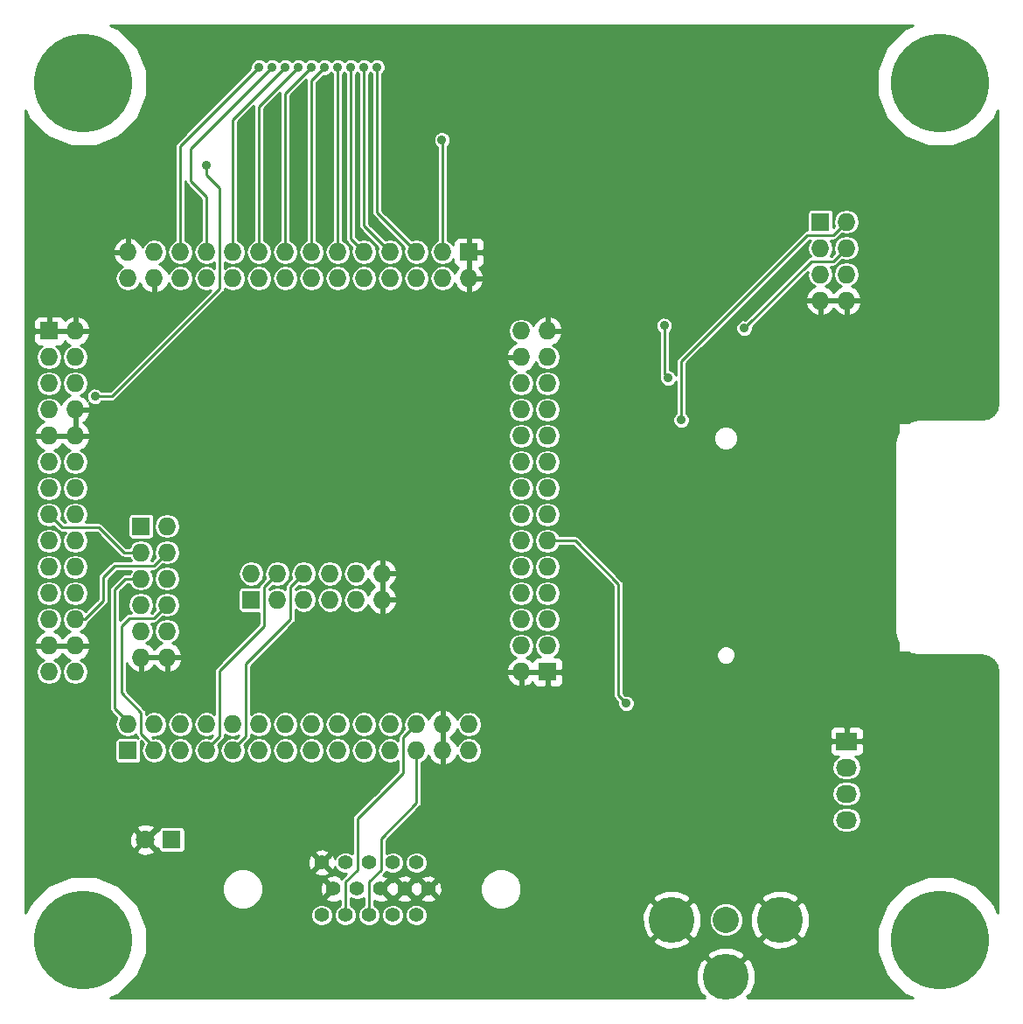
<source format=gbr>
G04 #@! TF.FileFunction,Copper,L2,Bot,Signal*
%FSLAX46Y46*%
G04 Gerber Fmt 4.6, Leading zero omitted, Abs format (unit mm)*
G04 Created by KiCad (PCBNEW (after 2015-mar-04 BZR unknown)-product) date 3/6/2017 12:21:56 PM*
%MOMM*%
G01*
G04 APERTURE LIST*
%ADD10C,0.150000*%
%ADD11C,9.525000*%
%ADD12R,1.727200X1.727200*%
%ADD13O,1.727200X1.727200*%
%ADD14C,4.445000*%
%ADD15C,2.540000*%
%ADD16R,2.032000X1.727200*%
%ADD17O,2.032000X1.727200*%
%ADD18C,1.397000*%
%ADD19R,1.800000X1.800000*%
%ADD20C,1.800000*%
%ADD21C,0.889000*%
%ADD22C,0.254000*%
G04 APERTURE END LIST*
D10*
D11*
X99000000Y-16000000D03*
X99000000Y-99000000D03*
D12*
X20320000Y-80645000D03*
D13*
X20320000Y-78105000D03*
X22860000Y-80645000D03*
X22860000Y-78105000D03*
X25400000Y-80645000D03*
X25400000Y-78105000D03*
X27940000Y-80645000D03*
X27940000Y-78105000D03*
X30480000Y-80645000D03*
X30480000Y-78105000D03*
X33020000Y-80645000D03*
X33020000Y-78105000D03*
X35560000Y-80645000D03*
X35560000Y-78105000D03*
X38100000Y-80645000D03*
X38100000Y-78105000D03*
X40640000Y-80645000D03*
X40640000Y-78105000D03*
X43180000Y-80645000D03*
X43180000Y-78105000D03*
X45720000Y-80645000D03*
X45720000Y-78105000D03*
X48260000Y-80645000D03*
X48260000Y-78105000D03*
X50800000Y-80645000D03*
X50800000Y-78105000D03*
X53340000Y-80645000D03*
X53340000Y-78105000D03*
D12*
X60960000Y-73025000D03*
D13*
X58420000Y-73025000D03*
X60960000Y-70485000D03*
X58420000Y-70485000D03*
X60960000Y-67945000D03*
X58420000Y-67945000D03*
X60960000Y-65405000D03*
X58420000Y-65405000D03*
X60960000Y-62865000D03*
X58420000Y-62865000D03*
X60960000Y-60325000D03*
X58420000Y-60325000D03*
X60960000Y-57785000D03*
X58420000Y-57785000D03*
X60960000Y-55245000D03*
X58420000Y-55245000D03*
X60960000Y-52705000D03*
X58420000Y-52705000D03*
X60960000Y-50165000D03*
X58420000Y-50165000D03*
X60960000Y-47625000D03*
X58420000Y-47625000D03*
X60960000Y-45085000D03*
X58420000Y-45085000D03*
X60960000Y-42545000D03*
X58420000Y-42545000D03*
X60960000Y-40005000D03*
X58420000Y-40005000D03*
D12*
X53340000Y-32385000D03*
D13*
X53340000Y-34925000D03*
X50800000Y-32385000D03*
X50800000Y-34925000D03*
X48260000Y-32385000D03*
X48260000Y-34925000D03*
X45720000Y-32385000D03*
X45720000Y-34925000D03*
X43180000Y-32385000D03*
X43180000Y-34925000D03*
X40640000Y-32385000D03*
X40640000Y-34925000D03*
X38100000Y-32385000D03*
X38100000Y-34925000D03*
X35560000Y-32385000D03*
X35560000Y-34925000D03*
X33020000Y-32385000D03*
X33020000Y-34925000D03*
X30480000Y-32385000D03*
X30480000Y-34925000D03*
X27940000Y-32385000D03*
X27940000Y-34925000D03*
X25400000Y-32385000D03*
X25400000Y-34925000D03*
X22860000Y-32385000D03*
X22860000Y-34925000D03*
X20320000Y-32385000D03*
X20320000Y-34925000D03*
D12*
X12700000Y-40005000D03*
D13*
X15240000Y-40005000D03*
X12700000Y-42545000D03*
X15240000Y-42545000D03*
X12700000Y-45085000D03*
X15240000Y-45085000D03*
X12700000Y-47625000D03*
X15240000Y-47625000D03*
X12700000Y-50165000D03*
X15240000Y-50165000D03*
X12700000Y-52705000D03*
X15240000Y-52705000D03*
X12700000Y-55245000D03*
X15240000Y-55245000D03*
X12700000Y-57785000D03*
X15240000Y-57785000D03*
X12700000Y-60325000D03*
X15240000Y-60325000D03*
X12700000Y-62865000D03*
X15240000Y-62865000D03*
X12700000Y-65405000D03*
X15240000Y-65405000D03*
X12700000Y-67945000D03*
X15240000Y-67945000D03*
X12700000Y-70485000D03*
X15240000Y-70485000D03*
X12700000Y-73025000D03*
X15240000Y-73025000D03*
D14*
X78232000Y-102539800D03*
X83477100Y-97028000D03*
X72986900Y-97028000D03*
D15*
X78232000Y-97028000D03*
D12*
X21590000Y-58928000D03*
D13*
X24130000Y-58928000D03*
X21590000Y-61468000D03*
X24130000Y-61468000D03*
X21590000Y-64008000D03*
X24130000Y-64008000D03*
X21590000Y-66548000D03*
X24130000Y-66548000D03*
X21590000Y-69088000D03*
X24130000Y-69088000D03*
X21590000Y-71628000D03*
X24130000Y-71628000D03*
D16*
X89916000Y-79756000D03*
D17*
X89916000Y-82296000D03*
X89916000Y-84836000D03*
X89916000Y-87376000D03*
D12*
X87376000Y-29464000D03*
D13*
X89916000Y-29464000D03*
X87376000Y-32004000D03*
X89916000Y-32004000D03*
X87376000Y-34544000D03*
X89916000Y-34544000D03*
X87376000Y-37084000D03*
X89916000Y-37084000D03*
D11*
X16000000Y-99000000D03*
D12*
X32258000Y-66040000D03*
D13*
X32258000Y-63500000D03*
X34798000Y-66040000D03*
X34798000Y-63500000D03*
X37338000Y-66040000D03*
X37338000Y-63500000D03*
X39878000Y-66040000D03*
X39878000Y-63500000D03*
X42418000Y-66040000D03*
X42418000Y-63500000D03*
X44958000Y-66040000D03*
X44958000Y-63500000D03*
D18*
X43675300Y-91493340D03*
X45961300Y-91493340D03*
X48252380Y-91493340D03*
X41381680Y-91493340D03*
X39093140Y-91493340D03*
X42527220Y-94033340D03*
X44815760Y-94033340D03*
X47106840Y-94033340D03*
X49397920Y-94033340D03*
X40236140Y-94033340D03*
X48252380Y-96573340D03*
X45961300Y-96573340D03*
X43672760Y-96570800D03*
X41381680Y-96573340D03*
X39093140Y-96573340D03*
D11*
X16000000Y-16000000D03*
D19*
X24574500Y-89281000D03*
D20*
X22034500Y-89281000D03*
D21*
X46609000Y-25654000D03*
X74041000Y-65532000D03*
X73660000Y-58039000D03*
X77216000Y-46990000D03*
X77343000Y-75184000D03*
X50736500Y-21526500D03*
X44450000Y-14478000D03*
X43180000Y-14478000D03*
X41910000Y-14478000D03*
X40640000Y-14478000D03*
X38100000Y-14478000D03*
X36830000Y-14478000D03*
X35560000Y-14478000D03*
X34290000Y-14478000D03*
X33020000Y-14478000D03*
X68580000Y-76073000D03*
X73914000Y-48641000D03*
X72263000Y-39497000D03*
X72644000Y-44577000D03*
X80010000Y-39751000D03*
X17145000Y-46355000D03*
X27940000Y-24003000D03*
X39370000Y-14478000D03*
D22*
X43672760Y-96570800D02*
X43672760Y-93360240D01*
X48260000Y-85725000D02*
X48260000Y-80645000D01*
X44831000Y-89154000D02*
X48260000Y-85725000D01*
X44831000Y-92202000D02*
X44831000Y-89154000D01*
X43672760Y-93360240D02*
X44831000Y-92202000D01*
X41381680Y-96573340D02*
X41381680Y-93365320D01*
X46990000Y-79375000D02*
X48260000Y-78105000D01*
X46990000Y-82804000D02*
X46990000Y-79375000D01*
X42545000Y-87249000D02*
X46990000Y-82804000D01*
X42545000Y-92202000D02*
X42545000Y-87249000D01*
X41381680Y-93365320D02*
X42545000Y-92202000D01*
X50800000Y-32385000D02*
X50800000Y-21590000D01*
X50800000Y-21590000D02*
X50736500Y-21526500D01*
X44450000Y-14478000D02*
X44450000Y-28575000D01*
X44450000Y-28575000D02*
X48260000Y-32385000D01*
X43180000Y-14478000D02*
X43180000Y-29845000D01*
X43180000Y-29845000D02*
X45720000Y-32385000D01*
X41910000Y-14478000D02*
X41910000Y-31115000D01*
X41910000Y-31115000D02*
X43180000Y-32385000D01*
X40640000Y-32385000D02*
X40640000Y-14478000D01*
X35560000Y-32385000D02*
X35560000Y-17018000D01*
X35560000Y-17018000D02*
X38100000Y-14478000D01*
X33020000Y-18288000D02*
X33020000Y-32385000D01*
X36830000Y-14478000D02*
X33020000Y-18288000D01*
X30480000Y-32385000D02*
X30480000Y-19558000D01*
X30480000Y-19558000D02*
X35560000Y-14478000D01*
X27940000Y-27051000D02*
X27940000Y-32385000D01*
X26416000Y-25527000D02*
X27940000Y-27051000D01*
X26416000Y-22352000D02*
X26416000Y-25527000D01*
X34290000Y-14478000D02*
X26416000Y-22352000D01*
X25400000Y-32385000D02*
X25400000Y-22098000D01*
X25400000Y-22098000D02*
X33020000Y-14478000D01*
X63627000Y-60325000D02*
X60960000Y-60325000D01*
X67818000Y-64516000D02*
X63627000Y-60325000D01*
X67818000Y-75311000D02*
X67818000Y-64516000D01*
X68580000Y-76073000D02*
X67818000Y-75311000D01*
X20320000Y-78105000D02*
X20320000Y-77851000D01*
X20320000Y-77851000D02*
X19050000Y-76581000D01*
X19050000Y-76581000D02*
X19050000Y-65024000D01*
X19050000Y-65024000D02*
X20066000Y-64008000D01*
X20066000Y-64008000D02*
X21590000Y-64008000D01*
X22860000Y-80645000D02*
X22860000Y-80264000D01*
X22860000Y-80264000D02*
X21590000Y-78994000D01*
X21590000Y-78994000D02*
X21590000Y-76962000D01*
X21590000Y-76962000D02*
X19685000Y-75057000D01*
X19685000Y-75057000D02*
X19685000Y-68580000D01*
X19685000Y-68580000D02*
X20447000Y-67818000D01*
X20447000Y-67818000D02*
X22860000Y-67818000D01*
X22860000Y-67818000D02*
X24130000Y-66548000D01*
X27940000Y-80645000D02*
X27940000Y-80518000D01*
X27940000Y-80518000D02*
X29210000Y-79248000D01*
X29210000Y-79248000D02*
X29210000Y-72898000D01*
X29210000Y-72898000D02*
X33528000Y-68580000D01*
X33528000Y-68580000D02*
X33528000Y-64770000D01*
X33528000Y-64770000D02*
X34798000Y-63500000D01*
X86106000Y-30734000D02*
X73914000Y-42926000D01*
X73914000Y-48641000D02*
X73914000Y-42926000D01*
X86106000Y-30734000D02*
X88646000Y-30734000D01*
X88646000Y-30734000D02*
X89916000Y-29464000D01*
X89916000Y-29464000D02*
X89916000Y-29591000D01*
X72644000Y-44577000D02*
X72263000Y-44196000D01*
X72263000Y-44196000D02*
X72263000Y-39497000D01*
X86487000Y-33274000D02*
X88646000Y-33274000D01*
X80010000Y-39751000D02*
X86487000Y-33274000D01*
X88646000Y-33274000D02*
X89916000Y-32004000D01*
X12700000Y-57785000D02*
X13970000Y-59055000D01*
X19939000Y-61468000D02*
X21590000Y-61468000D01*
X17526000Y-59055000D02*
X19939000Y-61468000D01*
X13970000Y-59055000D02*
X17526000Y-59055000D01*
X12700000Y-57785000D02*
X12827000Y-57785000D01*
X15240000Y-67945000D02*
X16129000Y-67945000D01*
X22860000Y-62738000D02*
X24130000Y-61468000D01*
X19050000Y-62738000D02*
X22860000Y-62738000D01*
X17907000Y-63881000D02*
X19050000Y-62738000D01*
X17907000Y-66167000D02*
X17907000Y-63881000D01*
X16129000Y-67945000D02*
X17907000Y-66167000D01*
X30480000Y-80645000D02*
X30480000Y-80518000D01*
X30480000Y-80518000D02*
X31750000Y-79248000D01*
X31750000Y-79248000D02*
X31750000Y-72263000D01*
X31750000Y-72263000D02*
X36068000Y-67945000D01*
X36068000Y-67945000D02*
X36068000Y-64770000D01*
X36068000Y-64770000D02*
X37338000Y-63500000D01*
X18796000Y-46355000D02*
X17145000Y-46355000D01*
X29210000Y-32258000D02*
X29210000Y-35941000D01*
X29210000Y-35941000D02*
X18796000Y-46355000D01*
X18796000Y-46355000D02*
X29210000Y-35941000D01*
X27940000Y-24003000D02*
X27940000Y-24892000D01*
X29210000Y-26162000D02*
X29210000Y-32258000D01*
X27940000Y-24892000D02*
X29210000Y-26162000D01*
X38100000Y-15748000D02*
X38100000Y-32385000D01*
X39370000Y-14478000D02*
X38100000Y-15748000D01*
G36*
X104569000Y-96348473D02*
X104224815Y-95515482D01*
X102493632Y-93781275D01*
X100230575Y-92841571D01*
X97780175Y-92839433D01*
X95515482Y-93775185D01*
X93781275Y-95506368D01*
X92841571Y-97769425D01*
X92839433Y-100219825D01*
X93775185Y-102484518D01*
X95506368Y-104218725D01*
X96349923Y-104569000D01*
X91567000Y-104569000D01*
X91567000Y-80745910D01*
X91567000Y-80493291D01*
X91567000Y-80041750D01*
X91567000Y-79470250D01*
X91567000Y-79018709D01*
X91567000Y-78766090D01*
X91470327Y-78532701D01*
X91370958Y-78433332D01*
X91370958Y-37443026D01*
X91370958Y-36724974D01*
X91198688Y-36309053D01*
X90804490Y-35877179D01*
X90414338Y-35694323D01*
X90416671Y-35693860D01*
X90820448Y-35424065D01*
X91090243Y-35020288D01*
X91184983Y-34544000D01*
X91090243Y-34067712D01*
X90820448Y-33663935D01*
X90416671Y-33394140D01*
X89940383Y-33299400D01*
X89891617Y-33299400D01*
X89415329Y-33394140D01*
X89011552Y-33663935D01*
X88741757Y-34067712D01*
X88647017Y-34544000D01*
X88741757Y-35020288D01*
X89011552Y-35424065D01*
X89415329Y-35693860D01*
X89417661Y-35694323D01*
X89027510Y-35877179D01*
X88646000Y-36295152D01*
X88264490Y-35877179D01*
X87874338Y-35694323D01*
X87876671Y-35693860D01*
X88280448Y-35424065D01*
X88550243Y-35020288D01*
X88644983Y-34544000D01*
X88550243Y-34067712D01*
X88359336Y-33782000D01*
X88646000Y-33782000D01*
X88840403Y-33743331D01*
X89005210Y-33633210D01*
X89473073Y-33165346D01*
X89891617Y-33248600D01*
X89940383Y-33248600D01*
X90416671Y-33153860D01*
X90820448Y-32884065D01*
X91090243Y-32480288D01*
X91184983Y-32004000D01*
X91090243Y-31527712D01*
X90820448Y-31123935D01*
X90416671Y-30854140D01*
X89940383Y-30759400D01*
X89891617Y-30759400D01*
X89415329Y-30854140D01*
X89011552Y-31123935D01*
X88741757Y-31527712D01*
X88647017Y-32004000D01*
X88738361Y-32463218D01*
X88435580Y-32766000D01*
X88359336Y-32766000D01*
X88550243Y-32480288D01*
X88644983Y-32004000D01*
X88550243Y-31527712D01*
X88359336Y-31242000D01*
X88646000Y-31242000D01*
X88840403Y-31203331D01*
X89005210Y-31093210D01*
X89473073Y-30625346D01*
X89891617Y-30708600D01*
X89940383Y-30708600D01*
X90416671Y-30613860D01*
X90820448Y-30344065D01*
X91090243Y-29940288D01*
X91184983Y-29464000D01*
X91090243Y-28987712D01*
X90820448Y-28583935D01*
X90416671Y-28314140D01*
X89940383Y-28219400D01*
X89891617Y-28219400D01*
X89415329Y-28314140D01*
X89011552Y-28583935D01*
X88741757Y-28987712D01*
X88647017Y-29464000D01*
X88738361Y-29923218D01*
X88628064Y-30033516D01*
X88628064Y-28600400D01*
X88599878Y-28455126D01*
X88516004Y-28327444D01*
X88389384Y-28241974D01*
X88239600Y-28211936D01*
X86512400Y-28211936D01*
X86367126Y-28240122D01*
X86239444Y-28323996D01*
X86153974Y-28450616D01*
X86123936Y-28600400D01*
X86123936Y-30226000D01*
X86106000Y-30226000D01*
X85911597Y-30264669D01*
X85746790Y-30374790D01*
X73554790Y-42566790D01*
X73444669Y-42731597D01*
X73406000Y-42926000D01*
X73406000Y-44259489D01*
X73344233Y-44110002D01*
X73112219Y-43877583D01*
X72808923Y-43751643D01*
X72771000Y-43751609D01*
X72771000Y-40156302D01*
X72962417Y-39965219D01*
X73088357Y-39661923D01*
X73088643Y-39333518D01*
X72963233Y-39030002D01*
X72731219Y-38797583D01*
X72427923Y-38671643D01*
X72099518Y-38671357D01*
X71796002Y-38796767D01*
X71563583Y-39028781D01*
X71437643Y-39332077D01*
X71437357Y-39660482D01*
X71562767Y-39963998D01*
X71755000Y-40156566D01*
X71755000Y-44196000D01*
X71793669Y-44390403D01*
X71818629Y-44427758D01*
X71818357Y-44740482D01*
X71943767Y-45043998D01*
X72175781Y-45276417D01*
X72479077Y-45402357D01*
X72807482Y-45402643D01*
X73110998Y-45277233D01*
X73343417Y-45045219D01*
X73406000Y-44894502D01*
X73406000Y-47981697D01*
X73214583Y-48172781D01*
X73088643Y-48476077D01*
X73088357Y-48804482D01*
X73213767Y-49107998D01*
X73445781Y-49340417D01*
X73749077Y-49466357D01*
X74077482Y-49466643D01*
X74380998Y-49341233D01*
X74613417Y-49109219D01*
X74739357Y-48805923D01*
X74739643Y-48477518D01*
X74614233Y-48174002D01*
X74422000Y-47981433D01*
X74422000Y-43136420D01*
X86316420Y-31242000D01*
X86392663Y-31242000D01*
X86201757Y-31527712D01*
X86107017Y-32004000D01*
X86201757Y-32480288D01*
X86403730Y-32782563D01*
X86324849Y-32798253D01*
X86292596Y-32804669D01*
X86127790Y-32914790D01*
X80116987Y-38925592D01*
X79846518Y-38925357D01*
X79543002Y-39050767D01*
X79310583Y-39282781D01*
X79184643Y-39586077D01*
X79184357Y-39914482D01*
X79309767Y-40217998D01*
X79541781Y-40450417D01*
X79845077Y-40576357D01*
X80173482Y-40576643D01*
X80476998Y-40451233D01*
X80709417Y-40219219D01*
X80835357Y-39915923D01*
X80835593Y-39643826D01*
X86149625Y-34329794D01*
X86107017Y-34544000D01*
X86201757Y-35020288D01*
X86471552Y-35424065D01*
X86875329Y-35693860D01*
X86877661Y-35694323D01*
X86487510Y-35877179D01*
X86093312Y-36309053D01*
X85921042Y-36724974D01*
X86042183Y-36957000D01*
X87249000Y-36957000D01*
X87249000Y-36937000D01*
X87503000Y-36937000D01*
X87503000Y-36957000D01*
X88582183Y-36957000D01*
X88709817Y-36957000D01*
X89789000Y-36957000D01*
X89789000Y-36937000D01*
X90043000Y-36937000D01*
X90043000Y-36957000D01*
X91249817Y-36957000D01*
X91370958Y-36724974D01*
X91370958Y-37443026D01*
X91249817Y-37211000D01*
X90043000Y-37211000D01*
X90043000Y-38418469D01*
X90275027Y-38538968D01*
X90804490Y-38290821D01*
X91198688Y-37858947D01*
X91370958Y-37443026D01*
X91370958Y-78433332D01*
X91291698Y-78354073D01*
X91058309Y-78257400D01*
X90201750Y-78257400D01*
X90043000Y-78416150D01*
X90043000Y-79629000D01*
X91408250Y-79629000D01*
X91567000Y-79470250D01*
X91567000Y-80041750D01*
X91408250Y-79883000D01*
X90043000Y-79883000D01*
X90043000Y-79903000D01*
X89789000Y-79903000D01*
X89789000Y-79883000D01*
X89789000Y-79629000D01*
X89789000Y-78416150D01*
X89789000Y-38418469D01*
X89789000Y-37211000D01*
X88709817Y-37211000D01*
X88582183Y-37211000D01*
X87503000Y-37211000D01*
X87503000Y-38418469D01*
X87735027Y-38538968D01*
X88264490Y-38290821D01*
X88646000Y-37872847D01*
X89027510Y-38290821D01*
X89556973Y-38538968D01*
X89789000Y-38418469D01*
X89789000Y-78416150D01*
X89630250Y-78257400D01*
X88773691Y-78257400D01*
X88540302Y-78354073D01*
X88361673Y-78532701D01*
X88265000Y-78766090D01*
X88265000Y-79018709D01*
X88265000Y-79470250D01*
X88423750Y-79629000D01*
X89789000Y-79629000D01*
X89789000Y-79883000D01*
X88423750Y-79883000D01*
X88265000Y-80041750D01*
X88265000Y-80493291D01*
X88265000Y-80745910D01*
X88361673Y-80979299D01*
X88540302Y-81157927D01*
X88773691Y-81254600D01*
X89097621Y-81254600D01*
X88856166Y-81415935D01*
X88586371Y-81819712D01*
X88491631Y-82296000D01*
X88586371Y-82772288D01*
X88856166Y-83176065D01*
X89259943Y-83445860D01*
X89736231Y-83540600D01*
X90095769Y-83540600D01*
X90572057Y-83445860D01*
X90975834Y-83176065D01*
X91245629Y-82772288D01*
X91340369Y-82296000D01*
X91245629Y-81819712D01*
X90975834Y-81415935D01*
X90734378Y-81254600D01*
X91058309Y-81254600D01*
X91291698Y-81157927D01*
X91470327Y-80979299D01*
X91567000Y-80745910D01*
X91567000Y-104569000D01*
X91340369Y-104569000D01*
X91340369Y-87376000D01*
X91340369Y-84836000D01*
X91245629Y-84359712D01*
X90975834Y-83955935D01*
X90572057Y-83686140D01*
X90095769Y-83591400D01*
X89736231Y-83591400D01*
X89259943Y-83686140D01*
X88856166Y-83955935D01*
X88586371Y-84359712D01*
X88491631Y-84836000D01*
X88586371Y-85312288D01*
X88856166Y-85716065D01*
X89259943Y-85985860D01*
X89736231Y-86080600D01*
X90095769Y-86080600D01*
X90572057Y-85985860D01*
X90975834Y-85716065D01*
X91245629Y-85312288D01*
X91340369Y-84836000D01*
X91340369Y-87376000D01*
X91245629Y-86899712D01*
X90975834Y-86495935D01*
X90572057Y-86226140D01*
X90095769Y-86131400D01*
X89736231Y-86131400D01*
X89259943Y-86226140D01*
X88856166Y-86495935D01*
X88586371Y-86899712D01*
X88491631Y-87376000D01*
X88586371Y-87852288D01*
X88856166Y-88256065D01*
X89259943Y-88525860D01*
X89736231Y-88620600D01*
X90095769Y-88620600D01*
X90572057Y-88525860D01*
X90975834Y-88256065D01*
X91245629Y-87852288D01*
X91340369Y-87376000D01*
X91340369Y-104569000D01*
X87249000Y-104569000D01*
X87249000Y-38418469D01*
X87249000Y-37211000D01*
X86042183Y-37211000D01*
X85921042Y-37443026D01*
X86093312Y-37858947D01*
X86487510Y-38290821D01*
X87016973Y-38538968D01*
X87249000Y-38418469D01*
X87249000Y-104569000D01*
X86337037Y-104569000D01*
X86337037Y-97584002D01*
X86332109Y-96447228D01*
X85906565Y-95419871D01*
X85512721Y-95171984D01*
X85333116Y-95351589D01*
X85333116Y-94992379D01*
X85085229Y-94598535D01*
X84033102Y-94168063D01*
X82896328Y-94172991D01*
X81868971Y-94598535D01*
X81621084Y-94992379D01*
X83477100Y-96848395D01*
X85333116Y-94992379D01*
X85333116Y-95351589D01*
X83656705Y-97028000D01*
X85512721Y-98884016D01*
X85906565Y-98636129D01*
X86337037Y-97584002D01*
X86337037Y-104569000D01*
X85333116Y-104569000D01*
X85333116Y-99063621D01*
X83477100Y-97207605D01*
X83297495Y-97387210D01*
X83297495Y-97028000D01*
X81441479Y-95171984D01*
X81047635Y-95419871D01*
X80617163Y-96471998D01*
X80622091Y-97608772D01*
X81047635Y-98636129D01*
X81441479Y-98884016D01*
X83297495Y-97028000D01*
X83297495Y-97387210D01*
X81621084Y-99063621D01*
X81868971Y-99457465D01*
X82921098Y-99887937D01*
X84057872Y-99883009D01*
X85085229Y-99457465D01*
X85333116Y-99063621D01*
X85333116Y-104569000D01*
X81091937Y-104569000D01*
X80319568Y-104569000D01*
X80380188Y-104508380D01*
X80267622Y-104395814D01*
X80661465Y-104147929D01*
X81091937Y-103095802D01*
X81087009Y-101959028D01*
X80661465Y-100931671D01*
X80267621Y-100683784D01*
X80088016Y-100863389D01*
X80088016Y-100504179D01*
X79883286Y-100178903D01*
X79883286Y-96701037D01*
X79632466Y-96094005D01*
X79413204Y-95874360D01*
X79413204Y-50178115D01*
X79233787Y-49743891D01*
X78901856Y-49411381D01*
X78467946Y-49231206D01*
X77998115Y-49230796D01*
X77563891Y-49410213D01*
X77231381Y-49742144D01*
X77051206Y-50176054D01*
X77050796Y-50645885D01*
X77230213Y-51080109D01*
X77562144Y-51412619D01*
X77996054Y-51592794D01*
X78465885Y-51593204D01*
X78900109Y-51413787D01*
X79232619Y-51081856D01*
X79412794Y-50647946D01*
X79413204Y-50178115D01*
X79413204Y-95874360D01*
X79168437Y-95629166D01*
X79163161Y-95626975D01*
X79163161Y-71227625D01*
X79021723Y-70885320D01*
X78760057Y-70623197D01*
X78418000Y-70481162D01*
X78047625Y-70480839D01*
X77705320Y-70622277D01*
X77443197Y-70883943D01*
X77301162Y-71226000D01*
X77300839Y-71596375D01*
X77442277Y-71938680D01*
X77703943Y-72200803D01*
X78046000Y-72342838D01*
X78416375Y-72343161D01*
X78758680Y-72201723D01*
X79020803Y-71940057D01*
X79162838Y-71598000D01*
X79163161Y-71227625D01*
X79163161Y-95626975D01*
X78561845Y-95377287D01*
X77905037Y-95376714D01*
X77298005Y-95627534D01*
X76833166Y-96091563D01*
X76581287Y-96698155D01*
X76580714Y-97354963D01*
X76831534Y-97961995D01*
X77295563Y-98426834D01*
X77902155Y-98678713D01*
X78558963Y-98679286D01*
X79165995Y-98428466D01*
X79630834Y-97964437D01*
X79882713Y-97357845D01*
X79883286Y-96701037D01*
X79883286Y-100178903D01*
X79840129Y-100110335D01*
X78788002Y-99679863D01*
X77651228Y-99684791D01*
X76623871Y-100110335D01*
X76375984Y-100504179D01*
X78232000Y-102360195D01*
X80088016Y-100504179D01*
X80088016Y-100863389D01*
X78411605Y-102539800D01*
X78425747Y-102553942D01*
X78246142Y-102733547D01*
X78232000Y-102719405D01*
X78217857Y-102733547D01*
X78052395Y-102568085D01*
X78038252Y-102553942D01*
X78052395Y-102539800D01*
X76196379Y-100683784D01*
X75846837Y-100903787D01*
X75846837Y-97584002D01*
X75841909Y-96447228D01*
X75416365Y-95419871D01*
X75022521Y-95171984D01*
X74842916Y-95351589D01*
X74842916Y-94992379D01*
X74595029Y-94598535D01*
X73542902Y-94168063D01*
X72406128Y-94172991D01*
X71378771Y-94598535D01*
X71130884Y-94992379D01*
X72986900Y-96848395D01*
X74842916Y-94992379D01*
X74842916Y-95351589D01*
X73166505Y-97028000D01*
X75022521Y-98884016D01*
X75416365Y-98636129D01*
X75846837Y-97584002D01*
X75846837Y-100903787D01*
X75802535Y-100931671D01*
X75372063Y-101983798D01*
X75376991Y-103120572D01*
X75802535Y-104147929D01*
X76196377Y-104395814D01*
X76083812Y-104508380D01*
X76144432Y-104569000D01*
X74842916Y-104569000D01*
X74842916Y-99063621D01*
X72986900Y-97207605D01*
X72807295Y-97387210D01*
X72807295Y-97028000D01*
X70951279Y-95171984D01*
X70557435Y-95419871D01*
X70126963Y-96471998D01*
X70131891Y-97608772D01*
X70557435Y-98636129D01*
X70951279Y-98884016D01*
X72807295Y-97028000D01*
X72807295Y-97387210D01*
X71130884Y-99063621D01*
X71378771Y-99457465D01*
X72430898Y-99887937D01*
X73567672Y-99883009D01*
X74595029Y-99457465D01*
X74842916Y-99063621D01*
X74842916Y-104569000D01*
X69405643Y-104569000D01*
X69405643Y-75909518D01*
X69280233Y-75606002D01*
X69048219Y-75373583D01*
X68744923Y-75247643D01*
X68472826Y-75247406D01*
X68326000Y-75100580D01*
X68326000Y-64516000D01*
X68287331Y-64321597D01*
X68177210Y-64156790D01*
X63986210Y-59965790D01*
X63821403Y-59855669D01*
X63627000Y-59817000D01*
X62414958Y-59817000D01*
X62414958Y-40364026D01*
X62414958Y-39645974D01*
X62242688Y-39230053D01*
X61848490Y-38798179D01*
X61319027Y-38550032D01*
X61087000Y-38670531D01*
X61087000Y-39878000D01*
X62293817Y-39878000D01*
X62414958Y-39645974D01*
X62414958Y-40364026D01*
X62293817Y-40132000D01*
X61087000Y-40132000D01*
X61087000Y-40152000D01*
X60833000Y-40152000D01*
X60833000Y-40132000D01*
X60813000Y-40132000D01*
X60813000Y-39878000D01*
X60833000Y-39878000D01*
X60833000Y-38670531D01*
X60600973Y-38550032D01*
X60071510Y-38798179D01*
X59677312Y-39230053D01*
X59569159Y-39491171D01*
X59324448Y-39124935D01*
X58920671Y-38855140D01*
X58444383Y-38760400D01*
X58395617Y-38760400D01*
X57919329Y-38855140D01*
X57515552Y-39124935D01*
X57245757Y-39528712D01*
X57151017Y-40005000D01*
X57245757Y-40481288D01*
X57515552Y-40885065D01*
X57919329Y-41154860D01*
X57921661Y-41155323D01*
X57531510Y-41338179D01*
X57137312Y-41770053D01*
X56965042Y-42185974D01*
X57086183Y-42418000D01*
X58293000Y-42418000D01*
X58293000Y-42398000D01*
X58547000Y-42398000D01*
X58547000Y-42418000D01*
X58567000Y-42418000D01*
X58567000Y-42672000D01*
X58547000Y-42672000D01*
X58547000Y-42692000D01*
X58293000Y-42692000D01*
X58293000Y-42672000D01*
X57086183Y-42672000D01*
X56965042Y-42904026D01*
X57137312Y-43319947D01*
X57531510Y-43751821D01*
X57921661Y-43934676D01*
X57919329Y-43935140D01*
X57515552Y-44204935D01*
X57245757Y-44608712D01*
X57151017Y-45085000D01*
X57245757Y-45561288D01*
X57515552Y-45965065D01*
X57919329Y-46234860D01*
X58395617Y-46329600D01*
X58444383Y-46329600D01*
X58920671Y-46234860D01*
X59324448Y-45965065D01*
X59594243Y-45561288D01*
X59688983Y-45085000D01*
X59594243Y-44608712D01*
X59324448Y-44204935D01*
X58920671Y-43935140D01*
X58918338Y-43934676D01*
X59308490Y-43751821D01*
X59702688Y-43319947D01*
X59810840Y-43058828D01*
X60055552Y-43425065D01*
X60459329Y-43694860D01*
X60935617Y-43789600D01*
X60984383Y-43789600D01*
X61460671Y-43694860D01*
X61864448Y-43425065D01*
X62134243Y-43021288D01*
X62228983Y-42545000D01*
X62134243Y-42068712D01*
X61864448Y-41664935D01*
X61460671Y-41395140D01*
X61458338Y-41394676D01*
X61848490Y-41211821D01*
X62242688Y-40779947D01*
X62414958Y-40364026D01*
X62414958Y-59817000D01*
X62228983Y-59817000D01*
X62228983Y-57785000D01*
X62228983Y-55245000D01*
X62228983Y-52705000D01*
X62228983Y-50165000D01*
X62228983Y-47625000D01*
X62228983Y-45085000D01*
X62134243Y-44608712D01*
X61864448Y-44204935D01*
X61460671Y-43935140D01*
X60984383Y-43840400D01*
X60935617Y-43840400D01*
X60459329Y-43935140D01*
X60055552Y-44204935D01*
X59785757Y-44608712D01*
X59691017Y-45085000D01*
X59785757Y-45561288D01*
X60055552Y-45965065D01*
X60459329Y-46234860D01*
X60935617Y-46329600D01*
X60984383Y-46329600D01*
X61460671Y-46234860D01*
X61864448Y-45965065D01*
X62134243Y-45561288D01*
X62228983Y-45085000D01*
X62228983Y-47625000D01*
X62134243Y-47148712D01*
X61864448Y-46744935D01*
X61460671Y-46475140D01*
X60984383Y-46380400D01*
X60935617Y-46380400D01*
X60459329Y-46475140D01*
X60055552Y-46744935D01*
X59785757Y-47148712D01*
X59691017Y-47625000D01*
X59785757Y-48101288D01*
X60055552Y-48505065D01*
X60459329Y-48774860D01*
X60935617Y-48869600D01*
X60984383Y-48869600D01*
X61460671Y-48774860D01*
X61864448Y-48505065D01*
X62134243Y-48101288D01*
X62228983Y-47625000D01*
X62228983Y-50165000D01*
X62134243Y-49688712D01*
X61864448Y-49284935D01*
X61460671Y-49015140D01*
X60984383Y-48920400D01*
X60935617Y-48920400D01*
X60459329Y-49015140D01*
X60055552Y-49284935D01*
X59785757Y-49688712D01*
X59691017Y-50165000D01*
X59785757Y-50641288D01*
X60055552Y-51045065D01*
X60459329Y-51314860D01*
X60935617Y-51409600D01*
X60984383Y-51409600D01*
X61460671Y-51314860D01*
X61864448Y-51045065D01*
X62134243Y-50641288D01*
X62228983Y-50165000D01*
X62228983Y-52705000D01*
X62134243Y-52228712D01*
X61864448Y-51824935D01*
X61460671Y-51555140D01*
X60984383Y-51460400D01*
X60935617Y-51460400D01*
X60459329Y-51555140D01*
X60055552Y-51824935D01*
X59785757Y-52228712D01*
X59691017Y-52705000D01*
X59785757Y-53181288D01*
X60055552Y-53585065D01*
X60459329Y-53854860D01*
X60935617Y-53949600D01*
X60984383Y-53949600D01*
X61460671Y-53854860D01*
X61864448Y-53585065D01*
X62134243Y-53181288D01*
X62228983Y-52705000D01*
X62228983Y-55245000D01*
X62134243Y-54768712D01*
X61864448Y-54364935D01*
X61460671Y-54095140D01*
X60984383Y-54000400D01*
X60935617Y-54000400D01*
X60459329Y-54095140D01*
X60055552Y-54364935D01*
X59785757Y-54768712D01*
X59691017Y-55245000D01*
X59785757Y-55721288D01*
X60055552Y-56125065D01*
X60459329Y-56394860D01*
X60935617Y-56489600D01*
X60984383Y-56489600D01*
X61460671Y-56394860D01*
X61864448Y-56125065D01*
X62134243Y-55721288D01*
X62228983Y-55245000D01*
X62228983Y-57785000D01*
X62134243Y-57308712D01*
X61864448Y-56904935D01*
X61460671Y-56635140D01*
X60984383Y-56540400D01*
X60935617Y-56540400D01*
X60459329Y-56635140D01*
X60055552Y-56904935D01*
X59785757Y-57308712D01*
X59691017Y-57785000D01*
X59785757Y-58261288D01*
X60055552Y-58665065D01*
X60459329Y-58934860D01*
X60935617Y-59029600D01*
X60984383Y-59029600D01*
X61460671Y-58934860D01*
X61864448Y-58665065D01*
X62134243Y-58261288D01*
X62228983Y-57785000D01*
X62228983Y-59817000D01*
X62113053Y-59817000D01*
X61864448Y-59444935D01*
X61460671Y-59175140D01*
X60984383Y-59080400D01*
X60935617Y-59080400D01*
X60459329Y-59175140D01*
X60055552Y-59444935D01*
X59785757Y-59848712D01*
X59691017Y-60325000D01*
X59785757Y-60801288D01*
X60055552Y-61205065D01*
X60459329Y-61474860D01*
X60935617Y-61569600D01*
X60984383Y-61569600D01*
X61460671Y-61474860D01*
X61864448Y-61205065D01*
X62113053Y-60833000D01*
X63416580Y-60833000D01*
X67310000Y-64726420D01*
X67310000Y-75311000D01*
X67348669Y-75505403D01*
X67458790Y-75670210D01*
X67754592Y-75966012D01*
X67754357Y-76236482D01*
X67879767Y-76539998D01*
X68111781Y-76772417D01*
X68415077Y-76898357D01*
X68743482Y-76898643D01*
X69046998Y-76773233D01*
X69279417Y-76541219D01*
X69405357Y-76237923D01*
X69405643Y-75909518D01*
X69405643Y-104569000D01*
X62458600Y-104569000D01*
X62458600Y-74014910D01*
X62458600Y-73762291D01*
X62458600Y-73310750D01*
X62458600Y-72739250D01*
X62458600Y-72287709D01*
X62458600Y-72035090D01*
X62361927Y-71801701D01*
X62183298Y-71623073D01*
X61949909Y-71526400D01*
X61622992Y-71526400D01*
X61864448Y-71365065D01*
X62134243Y-70961288D01*
X62228983Y-70485000D01*
X62228983Y-67945000D01*
X62228983Y-65405000D01*
X62228983Y-62865000D01*
X62134243Y-62388712D01*
X61864448Y-61984935D01*
X61460671Y-61715140D01*
X60984383Y-61620400D01*
X60935617Y-61620400D01*
X60459329Y-61715140D01*
X60055552Y-61984935D01*
X59785757Y-62388712D01*
X59691017Y-62865000D01*
X59785757Y-63341288D01*
X60055552Y-63745065D01*
X60459329Y-64014860D01*
X60935617Y-64109600D01*
X60984383Y-64109600D01*
X61460671Y-64014860D01*
X61864448Y-63745065D01*
X62134243Y-63341288D01*
X62228983Y-62865000D01*
X62228983Y-65405000D01*
X62134243Y-64928712D01*
X61864448Y-64524935D01*
X61460671Y-64255140D01*
X60984383Y-64160400D01*
X60935617Y-64160400D01*
X60459329Y-64255140D01*
X60055552Y-64524935D01*
X59785757Y-64928712D01*
X59691017Y-65405000D01*
X59785757Y-65881288D01*
X60055552Y-66285065D01*
X60459329Y-66554860D01*
X60935617Y-66649600D01*
X60984383Y-66649600D01*
X61460671Y-66554860D01*
X61864448Y-66285065D01*
X62134243Y-65881288D01*
X62228983Y-65405000D01*
X62228983Y-67945000D01*
X62134243Y-67468712D01*
X61864448Y-67064935D01*
X61460671Y-66795140D01*
X60984383Y-66700400D01*
X60935617Y-66700400D01*
X60459329Y-66795140D01*
X60055552Y-67064935D01*
X59785757Y-67468712D01*
X59691017Y-67945000D01*
X59785757Y-68421288D01*
X60055552Y-68825065D01*
X60459329Y-69094860D01*
X60935617Y-69189600D01*
X60984383Y-69189600D01*
X61460671Y-69094860D01*
X61864448Y-68825065D01*
X62134243Y-68421288D01*
X62228983Y-67945000D01*
X62228983Y-70485000D01*
X62134243Y-70008712D01*
X61864448Y-69604935D01*
X61460671Y-69335140D01*
X60984383Y-69240400D01*
X60935617Y-69240400D01*
X60459329Y-69335140D01*
X60055552Y-69604935D01*
X59785757Y-70008712D01*
X59691017Y-70485000D01*
X59785757Y-70961288D01*
X60055552Y-71365065D01*
X60297007Y-71526400D01*
X59970091Y-71526400D01*
X59736702Y-71623073D01*
X59558073Y-71801701D01*
X59475471Y-72001119D01*
X59308490Y-71818179D01*
X58918338Y-71635323D01*
X58920671Y-71634860D01*
X59324448Y-71365065D01*
X59594243Y-70961288D01*
X59688983Y-70485000D01*
X59688983Y-67945000D01*
X59688983Y-65405000D01*
X59688983Y-62865000D01*
X59688983Y-60325000D01*
X59688983Y-57785000D01*
X59688983Y-55245000D01*
X59688983Y-52705000D01*
X59688983Y-50165000D01*
X59688983Y-47625000D01*
X59594243Y-47148712D01*
X59324448Y-46744935D01*
X58920671Y-46475140D01*
X58444383Y-46380400D01*
X58395617Y-46380400D01*
X57919329Y-46475140D01*
X57515552Y-46744935D01*
X57245757Y-47148712D01*
X57151017Y-47625000D01*
X57245757Y-48101288D01*
X57515552Y-48505065D01*
X57919329Y-48774860D01*
X58395617Y-48869600D01*
X58444383Y-48869600D01*
X58920671Y-48774860D01*
X59324448Y-48505065D01*
X59594243Y-48101288D01*
X59688983Y-47625000D01*
X59688983Y-50165000D01*
X59594243Y-49688712D01*
X59324448Y-49284935D01*
X58920671Y-49015140D01*
X58444383Y-48920400D01*
X58395617Y-48920400D01*
X57919329Y-49015140D01*
X57515552Y-49284935D01*
X57245757Y-49688712D01*
X57151017Y-50165000D01*
X57245757Y-50641288D01*
X57515552Y-51045065D01*
X57919329Y-51314860D01*
X58395617Y-51409600D01*
X58444383Y-51409600D01*
X58920671Y-51314860D01*
X59324448Y-51045065D01*
X59594243Y-50641288D01*
X59688983Y-50165000D01*
X59688983Y-52705000D01*
X59594243Y-52228712D01*
X59324448Y-51824935D01*
X58920671Y-51555140D01*
X58444383Y-51460400D01*
X58395617Y-51460400D01*
X57919329Y-51555140D01*
X57515552Y-51824935D01*
X57245757Y-52228712D01*
X57151017Y-52705000D01*
X57245757Y-53181288D01*
X57515552Y-53585065D01*
X57919329Y-53854860D01*
X58395617Y-53949600D01*
X58444383Y-53949600D01*
X58920671Y-53854860D01*
X59324448Y-53585065D01*
X59594243Y-53181288D01*
X59688983Y-52705000D01*
X59688983Y-55245000D01*
X59594243Y-54768712D01*
X59324448Y-54364935D01*
X58920671Y-54095140D01*
X58444383Y-54000400D01*
X58395617Y-54000400D01*
X57919329Y-54095140D01*
X57515552Y-54364935D01*
X57245757Y-54768712D01*
X57151017Y-55245000D01*
X57245757Y-55721288D01*
X57515552Y-56125065D01*
X57919329Y-56394860D01*
X58395617Y-56489600D01*
X58444383Y-56489600D01*
X58920671Y-56394860D01*
X59324448Y-56125065D01*
X59594243Y-55721288D01*
X59688983Y-55245000D01*
X59688983Y-57785000D01*
X59594243Y-57308712D01*
X59324448Y-56904935D01*
X58920671Y-56635140D01*
X58444383Y-56540400D01*
X58395617Y-56540400D01*
X57919329Y-56635140D01*
X57515552Y-56904935D01*
X57245757Y-57308712D01*
X57151017Y-57785000D01*
X57245757Y-58261288D01*
X57515552Y-58665065D01*
X57919329Y-58934860D01*
X58395617Y-59029600D01*
X58444383Y-59029600D01*
X58920671Y-58934860D01*
X59324448Y-58665065D01*
X59594243Y-58261288D01*
X59688983Y-57785000D01*
X59688983Y-60325000D01*
X59594243Y-59848712D01*
X59324448Y-59444935D01*
X58920671Y-59175140D01*
X58444383Y-59080400D01*
X58395617Y-59080400D01*
X57919329Y-59175140D01*
X57515552Y-59444935D01*
X57245757Y-59848712D01*
X57151017Y-60325000D01*
X57245757Y-60801288D01*
X57515552Y-61205065D01*
X57919329Y-61474860D01*
X58395617Y-61569600D01*
X58444383Y-61569600D01*
X58920671Y-61474860D01*
X59324448Y-61205065D01*
X59594243Y-60801288D01*
X59688983Y-60325000D01*
X59688983Y-62865000D01*
X59594243Y-62388712D01*
X59324448Y-61984935D01*
X58920671Y-61715140D01*
X58444383Y-61620400D01*
X58395617Y-61620400D01*
X57919329Y-61715140D01*
X57515552Y-61984935D01*
X57245757Y-62388712D01*
X57151017Y-62865000D01*
X57245757Y-63341288D01*
X57515552Y-63745065D01*
X57919329Y-64014860D01*
X58395617Y-64109600D01*
X58444383Y-64109600D01*
X58920671Y-64014860D01*
X59324448Y-63745065D01*
X59594243Y-63341288D01*
X59688983Y-62865000D01*
X59688983Y-65405000D01*
X59594243Y-64928712D01*
X59324448Y-64524935D01*
X58920671Y-64255140D01*
X58444383Y-64160400D01*
X58395617Y-64160400D01*
X57919329Y-64255140D01*
X57515552Y-64524935D01*
X57245757Y-64928712D01*
X57151017Y-65405000D01*
X57245757Y-65881288D01*
X57515552Y-66285065D01*
X57919329Y-66554860D01*
X58395617Y-66649600D01*
X58444383Y-66649600D01*
X58920671Y-66554860D01*
X59324448Y-66285065D01*
X59594243Y-65881288D01*
X59688983Y-65405000D01*
X59688983Y-67945000D01*
X59594243Y-67468712D01*
X59324448Y-67064935D01*
X58920671Y-66795140D01*
X58444383Y-66700400D01*
X58395617Y-66700400D01*
X57919329Y-66795140D01*
X57515552Y-67064935D01*
X57245757Y-67468712D01*
X57151017Y-67945000D01*
X57245757Y-68421288D01*
X57515552Y-68825065D01*
X57919329Y-69094860D01*
X58395617Y-69189600D01*
X58444383Y-69189600D01*
X58920671Y-69094860D01*
X59324448Y-68825065D01*
X59594243Y-68421288D01*
X59688983Y-67945000D01*
X59688983Y-70485000D01*
X59594243Y-70008712D01*
X59324448Y-69604935D01*
X58920671Y-69335140D01*
X58444383Y-69240400D01*
X58395617Y-69240400D01*
X57919329Y-69335140D01*
X57515552Y-69604935D01*
X57245757Y-70008712D01*
X57151017Y-70485000D01*
X57245757Y-70961288D01*
X57515552Y-71365065D01*
X57919329Y-71634860D01*
X57921661Y-71635323D01*
X57531510Y-71818179D01*
X57137312Y-72250053D01*
X56965042Y-72665974D01*
X57086183Y-72898000D01*
X58293000Y-72898000D01*
X58293000Y-72878000D01*
X58547000Y-72878000D01*
X58547000Y-72898000D01*
X59620150Y-72898000D01*
X59753817Y-72898000D01*
X60833000Y-72898000D01*
X60833000Y-72878000D01*
X61087000Y-72878000D01*
X61087000Y-72898000D01*
X62299850Y-72898000D01*
X62458600Y-72739250D01*
X62458600Y-73310750D01*
X62299850Y-73152000D01*
X61087000Y-73152000D01*
X61087000Y-74364850D01*
X61245750Y-74523600D01*
X61949909Y-74523600D01*
X62183298Y-74426927D01*
X62361927Y-74248299D01*
X62458600Y-74014910D01*
X62458600Y-104569000D01*
X60833000Y-104569000D01*
X60833000Y-74364850D01*
X60833000Y-73152000D01*
X59753817Y-73152000D01*
X59620150Y-73152000D01*
X58547000Y-73152000D01*
X58547000Y-74359469D01*
X58779027Y-74479968D01*
X59308490Y-74231821D01*
X59475471Y-74048880D01*
X59558073Y-74248299D01*
X59736702Y-74426927D01*
X59970091Y-74523600D01*
X60674250Y-74523600D01*
X60833000Y-74364850D01*
X60833000Y-104569000D01*
X58417603Y-104569000D01*
X58417603Y-93641024D01*
X58293000Y-93339461D01*
X58293000Y-74359469D01*
X58293000Y-73152000D01*
X57086183Y-73152000D01*
X56965042Y-73384026D01*
X57137312Y-73799947D01*
X57531510Y-74231821D01*
X58060973Y-74479968D01*
X58293000Y-74359469D01*
X58293000Y-93339461D01*
X58116649Y-92912660D01*
X57559871Y-92354909D01*
X56832034Y-92052685D01*
X56043944Y-92051997D01*
X55315580Y-92352951D01*
X54838600Y-92829098D01*
X54838600Y-33374909D01*
X54838600Y-32670750D01*
X54838600Y-32099250D01*
X54838600Y-31395091D01*
X54741927Y-31161702D01*
X54563299Y-30983073D01*
X54329910Y-30886400D01*
X54077291Y-30886400D01*
X53625750Y-30886400D01*
X53467000Y-31045150D01*
X53467000Y-32258000D01*
X54679850Y-32258000D01*
X54838600Y-32099250D01*
X54838600Y-32670750D01*
X54679850Y-32512000D01*
X53467000Y-32512000D01*
X53467000Y-33591183D01*
X53467000Y-33724850D01*
X53467000Y-34798000D01*
X54674469Y-34798000D01*
X54794968Y-34565973D01*
X54546821Y-34036510D01*
X54363880Y-33869528D01*
X54563299Y-33786927D01*
X54741927Y-33608298D01*
X54838600Y-33374909D01*
X54838600Y-92829098D01*
X54794968Y-92872654D01*
X54794968Y-35284027D01*
X54674469Y-35052000D01*
X53467000Y-35052000D01*
X53467000Y-36258817D01*
X53699026Y-36379958D01*
X54114947Y-36207688D01*
X54546821Y-35813490D01*
X54794968Y-35284027D01*
X54794968Y-92872654D01*
X54757829Y-92909729D01*
X54584600Y-93326911D01*
X54584600Y-80669383D01*
X54584600Y-80620617D01*
X54489860Y-80144329D01*
X54220065Y-79740552D01*
X53816288Y-79470757D01*
X53340000Y-79376017D01*
X52863712Y-79470757D01*
X52459935Y-79740552D01*
X52190140Y-80144329D01*
X52189676Y-80146661D01*
X52006821Y-79756510D01*
X51588847Y-79375000D01*
X52006821Y-78993490D01*
X52189676Y-78603338D01*
X52190140Y-78605671D01*
X52459935Y-79009448D01*
X52863712Y-79279243D01*
X53340000Y-79373983D01*
X53816288Y-79279243D01*
X54220065Y-79009448D01*
X54489860Y-78605671D01*
X54584600Y-78129383D01*
X54584600Y-78080617D01*
X54489860Y-77604329D01*
X54220065Y-77200552D01*
X53816288Y-76930757D01*
X53340000Y-76836017D01*
X53213000Y-76861278D01*
X53213000Y-36258817D01*
X53213000Y-35052000D01*
X53193000Y-35052000D01*
X53193000Y-34798000D01*
X53213000Y-34798000D01*
X53213000Y-33724850D01*
X53213000Y-33591183D01*
X53213000Y-32512000D01*
X53193000Y-32512000D01*
X53193000Y-32258000D01*
X53213000Y-32258000D01*
X53213000Y-31045150D01*
X53054250Y-30886400D01*
X52602709Y-30886400D01*
X52350090Y-30886400D01*
X52116701Y-30983073D01*
X51938073Y-31161702D01*
X51841400Y-31395091D01*
X51841400Y-31722007D01*
X51680065Y-31480552D01*
X51308000Y-31231946D01*
X51308000Y-22122413D01*
X51435917Y-21994719D01*
X51561857Y-21691423D01*
X51562143Y-21363018D01*
X51436733Y-21059502D01*
X51204719Y-20827083D01*
X50901423Y-20701143D01*
X50573018Y-20700857D01*
X50269502Y-20826267D01*
X50037083Y-21058281D01*
X49911143Y-21361577D01*
X49910857Y-21689982D01*
X50036267Y-21993498D01*
X50268281Y-22225917D01*
X50292000Y-22235766D01*
X50292000Y-31231946D01*
X49919935Y-31480552D01*
X49650140Y-31884329D01*
X49555400Y-32360617D01*
X49555400Y-32409383D01*
X49650140Y-32885671D01*
X49919935Y-33289448D01*
X50323712Y-33559243D01*
X50800000Y-33653983D01*
X51276288Y-33559243D01*
X51680065Y-33289448D01*
X51841400Y-33047992D01*
X51841400Y-33374909D01*
X51938073Y-33608298D01*
X52116701Y-33786927D01*
X52316119Y-33869528D01*
X52133179Y-34036510D01*
X51950323Y-34426661D01*
X51949860Y-34424329D01*
X51680065Y-34020552D01*
X51276288Y-33750757D01*
X50800000Y-33656017D01*
X50323712Y-33750757D01*
X49919935Y-34020552D01*
X49650140Y-34424329D01*
X49555400Y-34900617D01*
X49555400Y-34949383D01*
X49650140Y-35425671D01*
X49919935Y-35829448D01*
X50323712Y-36099243D01*
X50800000Y-36193983D01*
X51276288Y-36099243D01*
X51680065Y-35829448D01*
X51949860Y-35425671D01*
X51950323Y-35423338D01*
X52133179Y-35813490D01*
X52565053Y-36207688D01*
X52980974Y-36379958D01*
X53213000Y-36258817D01*
X53213000Y-76861278D01*
X52863712Y-76930757D01*
X52459935Y-77200552D01*
X52190140Y-77604329D01*
X52189676Y-77606661D01*
X52006821Y-77216510D01*
X51574947Y-76822312D01*
X51159026Y-76650042D01*
X50927000Y-76771183D01*
X50927000Y-77978000D01*
X50947000Y-77978000D01*
X50947000Y-78232000D01*
X50927000Y-78232000D01*
X50927000Y-79311183D01*
X50927000Y-79438817D01*
X50927000Y-80518000D01*
X50947000Y-80518000D01*
X50947000Y-80772000D01*
X50927000Y-80772000D01*
X50927000Y-81978817D01*
X51159026Y-82099958D01*
X51574947Y-81927688D01*
X52006821Y-81533490D01*
X52189676Y-81143338D01*
X52190140Y-81145671D01*
X52459935Y-81549448D01*
X52863712Y-81819243D01*
X53340000Y-81913983D01*
X53816288Y-81819243D01*
X54220065Y-81549448D01*
X54489860Y-81145671D01*
X54584600Y-80669383D01*
X54584600Y-93326911D01*
X54455605Y-93637566D01*
X54454917Y-94425656D01*
X54755871Y-95154020D01*
X55312649Y-95711771D01*
X56040486Y-96013995D01*
X56828576Y-96014683D01*
X57556940Y-95713729D01*
X58114691Y-95156951D01*
X58416915Y-94429114D01*
X58417603Y-93641024D01*
X58417603Y-104569000D01*
X50743847Y-104569000D01*
X50743847Y-94225860D01*
X50715068Y-93696141D01*
X50673000Y-93594579D01*
X50673000Y-81978817D01*
X50673000Y-80772000D01*
X50653000Y-80772000D01*
X50653000Y-80518000D01*
X50673000Y-80518000D01*
X50673000Y-79438817D01*
X50673000Y-79311183D01*
X50673000Y-78232000D01*
X50653000Y-78232000D01*
X50653000Y-77978000D01*
X50673000Y-77978000D01*
X50673000Y-76771183D01*
X50440974Y-76650042D01*
X50025053Y-76822312D01*
X49593179Y-77216510D01*
X49504600Y-77405506D01*
X49504600Y-34949383D01*
X49504600Y-34900617D01*
X49504600Y-32409383D01*
X49504600Y-32360617D01*
X49409860Y-31884329D01*
X49140065Y-31480552D01*
X48736288Y-31210757D01*
X48260000Y-31116017D01*
X47800781Y-31207361D01*
X44958000Y-28364580D01*
X44958000Y-15137302D01*
X45149417Y-14946219D01*
X45275357Y-14642923D01*
X45275643Y-14314518D01*
X45150233Y-14011002D01*
X44918219Y-13778583D01*
X44614923Y-13652643D01*
X44286518Y-13652357D01*
X43983002Y-13777767D01*
X43814910Y-13945565D01*
X43648219Y-13778583D01*
X43344923Y-13652643D01*
X43016518Y-13652357D01*
X42713002Y-13777767D01*
X42544910Y-13945565D01*
X42378219Y-13778583D01*
X42074923Y-13652643D01*
X41746518Y-13652357D01*
X41443002Y-13777767D01*
X41274910Y-13945565D01*
X41108219Y-13778583D01*
X40804923Y-13652643D01*
X40476518Y-13652357D01*
X40173002Y-13777767D01*
X40004910Y-13945565D01*
X39838219Y-13778583D01*
X39534923Y-13652643D01*
X39206518Y-13652357D01*
X38903002Y-13777767D01*
X38734910Y-13945565D01*
X38568219Y-13778583D01*
X38264923Y-13652643D01*
X37936518Y-13652357D01*
X37633002Y-13777767D01*
X37464910Y-13945565D01*
X37298219Y-13778583D01*
X36994923Y-13652643D01*
X36666518Y-13652357D01*
X36363002Y-13777767D01*
X36194910Y-13945565D01*
X36028219Y-13778583D01*
X35724923Y-13652643D01*
X35396518Y-13652357D01*
X35093002Y-13777767D01*
X34924910Y-13945565D01*
X34758219Y-13778583D01*
X34454923Y-13652643D01*
X34126518Y-13652357D01*
X33823002Y-13777767D01*
X33654910Y-13945565D01*
X33488219Y-13778583D01*
X33184923Y-13652643D01*
X32856518Y-13652357D01*
X32553002Y-13777767D01*
X32320583Y-14009781D01*
X32194643Y-14313077D01*
X32194406Y-14585173D01*
X25040790Y-21738790D01*
X24930669Y-21903597D01*
X24892000Y-22098000D01*
X24892000Y-31231946D01*
X24519935Y-31480552D01*
X24250140Y-31884329D01*
X24155400Y-32360617D01*
X24155400Y-32409383D01*
X24250140Y-32885671D01*
X24519935Y-33289448D01*
X24923712Y-33559243D01*
X25400000Y-33653983D01*
X25876288Y-33559243D01*
X26280065Y-33289448D01*
X26549860Y-32885671D01*
X26644600Y-32409383D01*
X26644600Y-32360617D01*
X26549860Y-31884329D01*
X26280065Y-31480552D01*
X25908000Y-31231946D01*
X25908000Y-25527000D01*
X25946669Y-25721403D01*
X26056790Y-25886210D01*
X27432000Y-27261420D01*
X27432000Y-31231946D01*
X27059935Y-31480552D01*
X26790140Y-31884329D01*
X26695400Y-32360617D01*
X26695400Y-32409383D01*
X26790140Y-32885671D01*
X27059935Y-33289448D01*
X27463712Y-33559243D01*
X27940000Y-33653983D01*
X28416288Y-33559243D01*
X28702000Y-33368336D01*
X28702000Y-33941663D01*
X28416288Y-33750757D01*
X27940000Y-33656017D01*
X27463712Y-33750757D01*
X27059935Y-34020552D01*
X26790140Y-34424329D01*
X26695400Y-34900617D01*
X26695400Y-34949383D01*
X26790140Y-35425671D01*
X27059935Y-35829448D01*
X27463712Y-36099243D01*
X27940000Y-36193983D01*
X28312739Y-36119840D01*
X26644600Y-37787979D01*
X26644600Y-34949383D01*
X26644600Y-34900617D01*
X26549860Y-34424329D01*
X26280065Y-34020552D01*
X25876288Y-33750757D01*
X25400000Y-33656017D01*
X24923712Y-33750757D01*
X24519935Y-34020552D01*
X24250140Y-34424329D01*
X24249676Y-34426661D01*
X24066821Y-34036510D01*
X23634947Y-33642312D01*
X23373828Y-33534159D01*
X23740065Y-33289448D01*
X24009860Y-32885671D01*
X24104600Y-32409383D01*
X24104600Y-32360617D01*
X24009860Y-31884329D01*
X23740065Y-31480552D01*
X23336288Y-31210757D01*
X22860000Y-31116017D01*
X22383712Y-31210757D01*
X21979935Y-31480552D01*
X21710140Y-31884329D01*
X21709676Y-31886661D01*
X21526821Y-31496510D01*
X21094947Y-31102312D01*
X20679026Y-30930042D01*
X20447000Y-31051183D01*
X20447000Y-32258000D01*
X20467000Y-32258000D01*
X20467000Y-32512000D01*
X20447000Y-32512000D01*
X20447000Y-32532000D01*
X20193000Y-32532000D01*
X20193000Y-32512000D01*
X20193000Y-32258000D01*
X20193000Y-31051183D01*
X19960974Y-30930042D01*
X19545053Y-31102312D01*
X19113179Y-31496510D01*
X18865032Y-32025973D01*
X18985531Y-32258000D01*
X20193000Y-32258000D01*
X20193000Y-32512000D01*
X18985531Y-32512000D01*
X18865032Y-32744027D01*
X19113179Y-33273490D01*
X19545053Y-33667688D01*
X19806171Y-33775840D01*
X19439935Y-34020552D01*
X19170140Y-34424329D01*
X19075400Y-34900617D01*
X19075400Y-34949383D01*
X19170140Y-35425671D01*
X19439935Y-35829448D01*
X19843712Y-36099243D01*
X20320000Y-36193983D01*
X20796288Y-36099243D01*
X21200065Y-35829448D01*
X21469860Y-35425671D01*
X21470323Y-35423338D01*
X21653179Y-35813490D01*
X22085053Y-36207688D01*
X22500974Y-36379958D01*
X22733000Y-36258817D01*
X22733000Y-35052000D01*
X22713000Y-35052000D01*
X22713000Y-34798000D01*
X22733000Y-34798000D01*
X22733000Y-34778000D01*
X22987000Y-34778000D01*
X22987000Y-34798000D01*
X23007000Y-34798000D01*
X23007000Y-35052000D01*
X22987000Y-35052000D01*
X22987000Y-36258817D01*
X23219026Y-36379958D01*
X23634947Y-36207688D01*
X24066821Y-35813490D01*
X24249676Y-35423338D01*
X24250140Y-35425671D01*
X24519935Y-35829448D01*
X24923712Y-36099243D01*
X25400000Y-36193983D01*
X25876288Y-36099243D01*
X26280065Y-35829448D01*
X26549860Y-35425671D01*
X26644600Y-34949383D01*
X26644600Y-37787979D01*
X18585580Y-45847000D01*
X17804302Y-45847000D01*
X17613219Y-45655583D01*
X17309923Y-45529643D01*
X16981518Y-45529357D01*
X16694958Y-45647760D01*
X16694958Y-40364026D01*
X16694958Y-39645974D01*
X16522688Y-39230053D01*
X16128490Y-38798179D01*
X15599027Y-38550032D01*
X15367000Y-38670531D01*
X15367000Y-39878000D01*
X16573817Y-39878000D01*
X16694958Y-39645974D01*
X16694958Y-40364026D01*
X16573817Y-40132000D01*
X15367000Y-40132000D01*
X15367000Y-40152000D01*
X15113000Y-40152000D01*
X15113000Y-40132000D01*
X15113000Y-39878000D01*
X15113000Y-38670531D01*
X14880973Y-38550032D01*
X14351510Y-38798179D01*
X14184528Y-38981119D01*
X14101927Y-38781701D01*
X13923298Y-38603073D01*
X13689909Y-38506400D01*
X12985750Y-38506400D01*
X12827000Y-38665150D01*
X12827000Y-39878000D01*
X13906183Y-39878000D01*
X14039850Y-39878000D01*
X15113000Y-39878000D01*
X15113000Y-40132000D01*
X14039850Y-40132000D01*
X13906183Y-40132000D01*
X12827000Y-40132000D01*
X12827000Y-40152000D01*
X12573000Y-40152000D01*
X12573000Y-40132000D01*
X12573000Y-39878000D01*
X12573000Y-38665150D01*
X12414250Y-38506400D01*
X11710091Y-38506400D01*
X11476702Y-38603073D01*
X11298073Y-38781701D01*
X11201400Y-39015090D01*
X11201400Y-39267709D01*
X11201400Y-39719250D01*
X11360150Y-39878000D01*
X12573000Y-39878000D01*
X12573000Y-40132000D01*
X11360150Y-40132000D01*
X11201400Y-40290750D01*
X11201400Y-40742291D01*
X11201400Y-40994910D01*
X11298073Y-41228299D01*
X11476702Y-41406927D01*
X11710091Y-41503600D01*
X12037007Y-41503600D01*
X11795552Y-41664935D01*
X11525757Y-42068712D01*
X11431017Y-42545000D01*
X11525757Y-43021288D01*
X11795552Y-43425065D01*
X12199329Y-43694860D01*
X12675617Y-43789600D01*
X12724383Y-43789600D01*
X13200671Y-43694860D01*
X13604448Y-43425065D01*
X13874243Y-43021288D01*
X13968983Y-42545000D01*
X13874243Y-42068712D01*
X13604448Y-41664935D01*
X13362992Y-41503600D01*
X13689909Y-41503600D01*
X13923298Y-41406927D01*
X14101927Y-41228299D01*
X14184528Y-41028880D01*
X14351510Y-41211821D01*
X14741661Y-41394676D01*
X14739329Y-41395140D01*
X14335552Y-41664935D01*
X14065757Y-42068712D01*
X13971017Y-42545000D01*
X14065757Y-43021288D01*
X14335552Y-43425065D01*
X14739329Y-43694860D01*
X15215617Y-43789600D01*
X15264383Y-43789600D01*
X15740671Y-43694860D01*
X16144448Y-43425065D01*
X16414243Y-43021288D01*
X16508983Y-42545000D01*
X16414243Y-42068712D01*
X16144448Y-41664935D01*
X15740671Y-41395140D01*
X15738338Y-41394676D01*
X16128490Y-41211821D01*
X16522688Y-40779947D01*
X16694958Y-40364026D01*
X16694958Y-45647760D01*
X16678002Y-45654767D01*
X16445583Y-45886781D01*
X16319643Y-46190077D01*
X16319357Y-46518482D01*
X16401498Y-46717281D01*
X16128490Y-46418179D01*
X15738338Y-46235323D01*
X15740671Y-46234860D01*
X16144448Y-45965065D01*
X16414243Y-45561288D01*
X16508983Y-45085000D01*
X16414243Y-44608712D01*
X16144448Y-44204935D01*
X15740671Y-43935140D01*
X15264383Y-43840400D01*
X15215617Y-43840400D01*
X14739329Y-43935140D01*
X14335552Y-44204935D01*
X14065757Y-44608712D01*
X13971017Y-45085000D01*
X14065757Y-45561288D01*
X14335552Y-45965065D01*
X14739329Y-46234860D01*
X14741661Y-46235323D01*
X14351510Y-46418179D01*
X13968983Y-46837266D01*
X13968983Y-45085000D01*
X13874243Y-44608712D01*
X13604448Y-44204935D01*
X13200671Y-43935140D01*
X12724383Y-43840400D01*
X12675617Y-43840400D01*
X12199329Y-43935140D01*
X11795552Y-44204935D01*
X11525757Y-44608712D01*
X11431017Y-45085000D01*
X11525757Y-45561288D01*
X11795552Y-45965065D01*
X12199329Y-46234860D01*
X12675617Y-46329600D01*
X12724383Y-46329600D01*
X13200671Y-46234860D01*
X13604448Y-45965065D01*
X13874243Y-45561288D01*
X13968983Y-45085000D01*
X13968983Y-46837266D01*
X13957312Y-46850053D01*
X13849159Y-47111171D01*
X13604448Y-46744935D01*
X13200671Y-46475140D01*
X12724383Y-46380400D01*
X12675617Y-46380400D01*
X12199329Y-46475140D01*
X11795552Y-46744935D01*
X11525757Y-47148712D01*
X11431017Y-47625000D01*
X11525757Y-48101288D01*
X11795552Y-48505065D01*
X12199329Y-48774860D01*
X12201661Y-48775323D01*
X11811510Y-48958179D01*
X11417312Y-49390053D01*
X11245042Y-49805974D01*
X11366183Y-50038000D01*
X12573000Y-50038000D01*
X12573000Y-50018000D01*
X12827000Y-50018000D01*
X12827000Y-50038000D01*
X13906183Y-50038000D01*
X14033817Y-50038000D01*
X15113000Y-50038000D01*
X15113000Y-48959469D01*
X15113000Y-48830531D01*
X15113000Y-47752000D01*
X15093000Y-47752000D01*
X15093000Y-47498000D01*
X15113000Y-47498000D01*
X15113000Y-47478000D01*
X15367000Y-47478000D01*
X15367000Y-47498000D01*
X16573817Y-47498000D01*
X16694958Y-47265974D01*
X16558084Y-46935513D01*
X16676781Y-47054417D01*
X16980077Y-47180357D01*
X17308482Y-47180643D01*
X17611998Y-47055233D01*
X17804566Y-46863000D01*
X18796000Y-46863000D01*
X18990403Y-46824331D01*
X19155210Y-46714210D01*
X29569210Y-36300210D01*
X29679331Y-36135403D01*
X29718000Y-35941000D01*
X29718000Y-35908336D01*
X30003712Y-36099243D01*
X30480000Y-36193983D01*
X30956288Y-36099243D01*
X31360065Y-35829448D01*
X31629860Y-35425671D01*
X31724600Y-34949383D01*
X31724600Y-34900617D01*
X31629860Y-34424329D01*
X31360065Y-34020552D01*
X30956288Y-33750757D01*
X30480000Y-33656017D01*
X30003712Y-33750757D01*
X29718000Y-33941663D01*
X29718000Y-33368336D01*
X30003712Y-33559243D01*
X30480000Y-33653983D01*
X30956288Y-33559243D01*
X31360065Y-33289448D01*
X31629860Y-32885671D01*
X31724600Y-32409383D01*
X31724600Y-32360617D01*
X31629860Y-31884329D01*
X31360065Y-31480552D01*
X30988000Y-31231946D01*
X30988000Y-19768420D01*
X32522820Y-18233599D01*
X32512000Y-18288000D01*
X32512000Y-31231946D01*
X32139935Y-31480552D01*
X31870140Y-31884329D01*
X31775400Y-32360617D01*
X31775400Y-32409383D01*
X31870140Y-32885671D01*
X32139935Y-33289448D01*
X32543712Y-33559243D01*
X33020000Y-33653983D01*
X33496288Y-33559243D01*
X33900065Y-33289448D01*
X34169860Y-32885671D01*
X34264600Y-32409383D01*
X34264600Y-32360617D01*
X34169860Y-31884329D01*
X33900065Y-31480552D01*
X33528000Y-31231946D01*
X33528000Y-18498420D01*
X35062820Y-16963599D01*
X35052000Y-17018000D01*
X35052000Y-31231946D01*
X34679935Y-31480552D01*
X34410140Y-31884329D01*
X34315400Y-32360617D01*
X34315400Y-32409383D01*
X34410140Y-32885671D01*
X34679935Y-33289448D01*
X35083712Y-33559243D01*
X35560000Y-33653983D01*
X36036288Y-33559243D01*
X36440065Y-33289448D01*
X36709860Y-32885671D01*
X36804600Y-32409383D01*
X36804600Y-32360617D01*
X36709860Y-31884329D01*
X36440065Y-31480552D01*
X36068000Y-31231946D01*
X36068000Y-17228420D01*
X37602820Y-15693599D01*
X37592000Y-15748000D01*
X37592000Y-31231946D01*
X37219935Y-31480552D01*
X36950140Y-31884329D01*
X36855400Y-32360617D01*
X36855400Y-32409383D01*
X36950140Y-32885671D01*
X37219935Y-33289448D01*
X37623712Y-33559243D01*
X38100000Y-33653983D01*
X38576288Y-33559243D01*
X38980065Y-33289448D01*
X39249860Y-32885671D01*
X39344600Y-32409383D01*
X39344600Y-32360617D01*
X39249860Y-31884329D01*
X38980065Y-31480552D01*
X38608000Y-31231946D01*
X38608000Y-15958420D01*
X39263012Y-15303407D01*
X39533482Y-15303643D01*
X39836998Y-15178233D01*
X40005089Y-15010434D01*
X40132000Y-15137566D01*
X40132000Y-31231946D01*
X39759935Y-31480552D01*
X39490140Y-31884329D01*
X39395400Y-32360617D01*
X39395400Y-32409383D01*
X39490140Y-32885671D01*
X39759935Y-33289448D01*
X40163712Y-33559243D01*
X40640000Y-33653983D01*
X41116288Y-33559243D01*
X41520065Y-33289448D01*
X41789860Y-32885671D01*
X41884600Y-32409383D01*
X41884600Y-32360617D01*
X41789860Y-31884329D01*
X41520065Y-31480552D01*
X41148000Y-31231946D01*
X41148000Y-15137302D01*
X41275089Y-15010434D01*
X41402000Y-15137566D01*
X41402000Y-31115000D01*
X41440669Y-31309403D01*
X41550790Y-31474210D01*
X42018653Y-31942073D01*
X41935400Y-32360617D01*
X41935400Y-32409383D01*
X42030140Y-32885671D01*
X42299935Y-33289448D01*
X42703712Y-33559243D01*
X43180000Y-33653983D01*
X43656288Y-33559243D01*
X44060065Y-33289448D01*
X44329860Y-32885671D01*
X44424600Y-32409383D01*
X44424600Y-32360617D01*
X44329860Y-31884329D01*
X44060065Y-31480552D01*
X43656288Y-31210757D01*
X43180000Y-31116017D01*
X42720781Y-31207361D01*
X42418000Y-30904580D01*
X42418000Y-15137302D01*
X42545089Y-15010434D01*
X42672000Y-15137566D01*
X42672000Y-29845000D01*
X42710669Y-30039403D01*
X42820790Y-30204210D01*
X44558653Y-31942074D01*
X44475400Y-32360617D01*
X44475400Y-32409383D01*
X44570140Y-32885671D01*
X44839935Y-33289448D01*
X45243712Y-33559243D01*
X45720000Y-33653983D01*
X46196288Y-33559243D01*
X46600065Y-33289448D01*
X46869860Y-32885671D01*
X46964600Y-32409383D01*
X46964600Y-32360617D01*
X46869860Y-31884329D01*
X46600065Y-31480552D01*
X46196288Y-31210757D01*
X45720000Y-31116017D01*
X45260782Y-31207361D01*
X43688000Y-29634579D01*
X43688000Y-15137302D01*
X43815089Y-15010434D01*
X43942000Y-15137566D01*
X43942000Y-28575000D01*
X43980669Y-28769403D01*
X44090790Y-28934210D01*
X47098653Y-31942073D01*
X47015400Y-32360617D01*
X47015400Y-32409383D01*
X47110140Y-32885671D01*
X47379935Y-33289448D01*
X47783712Y-33559243D01*
X48260000Y-33653983D01*
X48736288Y-33559243D01*
X49140065Y-33289448D01*
X49409860Y-32885671D01*
X49504600Y-32409383D01*
X49504600Y-34900617D01*
X49409860Y-34424329D01*
X49140065Y-34020552D01*
X48736288Y-33750757D01*
X48260000Y-33656017D01*
X47783712Y-33750757D01*
X47379935Y-34020552D01*
X47110140Y-34424329D01*
X47015400Y-34900617D01*
X47015400Y-34949383D01*
X47110140Y-35425671D01*
X47379935Y-35829448D01*
X47783712Y-36099243D01*
X48260000Y-36193983D01*
X48736288Y-36099243D01*
X49140065Y-35829448D01*
X49409860Y-35425671D01*
X49504600Y-34949383D01*
X49504600Y-77405506D01*
X49410323Y-77606661D01*
X49409860Y-77604329D01*
X49140065Y-77200552D01*
X48736288Y-76930757D01*
X48260000Y-76836017D01*
X47783712Y-76930757D01*
X47379935Y-77200552D01*
X47110140Y-77604329D01*
X47015400Y-78080617D01*
X47015400Y-78129383D01*
X47098653Y-78547926D01*
X46964600Y-78681979D01*
X46964600Y-78129383D01*
X46964600Y-78080617D01*
X46964600Y-34949383D01*
X46964600Y-34900617D01*
X46869860Y-34424329D01*
X46600065Y-34020552D01*
X46196288Y-33750757D01*
X45720000Y-33656017D01*
X45243712Y-33750757D01*
X44839935Y-34020552D01*
X44570140Y-34424329D01*
X44475400Y-34900617D01*
X44475400Y-34949383D01*
X44570140Y-35425671D01*
X44839935Y-35829448D01*
X45243712Y-36099243D01*
X45720000Y-36193983D01*
X46196288Y-36099243D01*
X46600065Y-35829448D01*
X46869860Y-35425671D01*
X46964600Y-34949383D01*
X46964600Y-78080617D01*
X46869860Y-77604329D01*
X46600065Y-77200552D01*
X46412968Y-77075537D01*
X46412968Y-66399027D01*
X46412968Y-65680973D01*
X46164821Y-65151510D01*
X45746847Y-64770000D01*
X46164821Y-64388490D01*
X46412968Y-63859027D01*
X46412968Y-63140973D01*
X46164821Y-62611510D01*
X45732947Y-62217312D01*
X45317026Y-62045042D01*
X45085000Y-62166183D01*
X45085000Y-63373000D01*
X46292469Y-63373000D01*
X46412968Y-63140973D01*
X46412968Y-63859027D01*
X46292469Y-63627000D01*
X45085000Y-63627000D01*
X45085000Y-64706183D01*
X45085000Y-64833817D01*
X45085000Y-65913000D01*
X46292469Y-65913000D01*
X46412968Y-65680973D01*
X46412968Y-66399027D01*
X46292469Y-66167000D01*
X45085000Y-66167000D01*
X45085000Y-67373817D01*
X45317026Y-67494958D01*
X45732947Y-67322688D01*
X46164821Y-66928490D01*
X46412968Y-66399027D01*
X46412968Y-77075537D01*
X46196288Y-76930757D01*
X45720000Y-76836017D01*
X45243712Y-76930757D01*
X44839935Y-77200552D01*
X44831000Y-77213924D01*
X44831000Y-67373817D01*
X44831000Y-66167000D01*
X44811000Y-66167000D01*
X44811000Y-65913000D01*
X44831000Y-65913000D01*
X44831000Y-64833817D01*
X44831000Y-64706183D01*
X44831000Y-63627000D01*
X44811000Y-63627000D01*
X44811000Y-63373000D01*
X44831000Y-63373000D01*
X44831000Y-62166183D01*
X44598974Y-62045042D01*
X44424600Y-62117265D01*
X44424600Y-34949383D01*
X44424600Y-34900617D01*
X44329860Y-34424329D01*
X44060065Y-34020552D01*
X43656288Y-33750757D01*
X43180000Y-33656017D01*
X42703712Y-33750757D01*
X42299935Y-34020552D01*
X42030140Y-34424329D01*
X41935400Y-34900617D01*
X41935400Y-34949383D01*
X42030140Y-35425671D01*
X42299935Y-35829448D01*
X42703712Y-36099243D01*
X43180000Y-36193983D01*
X43656288Y-36099243D01*
X44060065Y-35829448D01*
X44329860Y-35425671D01*
X44424600Y-34949383D01*
X44424600Y-62117265D01*
X44183053Y-62217312D01*
X43751179Y-62611510D01*
X43568323Y-63001661D01*
X43567860Y-62999329D01*
X43298065Y-62595552D01*
X42894288Y-62325757D01*
X42418000Y-62231017D01*
X41941712Y-62325757D01*
X41884600Y-62363917D01*
X41884600Y-34949383D01*
X41884600Y-34900617D01*
X41789860Y-34424329D01*
X41520065Y-34020552D01*
X41116288Y-33750757D01*
X40640000Y-33656017D01*
X40163712Y-33750757D01*
X39759935Y-34020552D01*
X39490140Y-34424329D01*
X39395400Y-34900617D01*
X39395400Y-34949383D01*
X39490140Y-35425671D01*
X39759935Y-35829448D01*
X40163712Y-36099243D01*
X40640000Y-36193983D01*
X41116288Y-36099243D01*
X41520065Y-35829448D01*
X41789860Y-35425671D01*
X41884600Y-34949383D01*
X41884600Y-62363917D01*
X41537935Y-62595552D01*
X41268140Y-62999329D01*
X41173400Y-63475617D01*
X41173400Y-63524383D01*
X41268140Y-64000671D01*
X41537935Y-64404448D01*
X41941712Y-64674243D01*
X42418000Y-64768983D01*
X42894288Y-64674243D01*
X43298065Y-64404448D01*
X43567860Y-64000671D01*
X43568323Y-63998338D01*
X43751179Y-64388490D01*
X44169152Y-64770000D01*
X43751179Y-65151510D01*
X43568323Y-65541661D01*
X43567860Y-65539329D01*
X43298065Y-65135552D01*
X42894288Y-64865757D01*
X42418000Y-64771017D01*
X41941712Y-64865757D01*
X41537935Y-65135552D01*
X41268140Y-65539329D01*
X41173400Y-66015617D01*
X41173400Y-66064383D01*
X41268140Y-66540671D01*
X41537935Y-66944448D01*
X41941712Y-67214243D01*
X42418000Y-67308983D01*
X42894288Y-67214243D01*
X43298065Y-66944448D01*
X43567860Y-66540671D01*
X43568323Y-66538338D01*
X43751179Y-66928490D01*
X44183053Y-67322688D01*
X44598974Y-67494958D01*
X44831000Y-67373817D01*
X44831000Y-77213924D01*
X44570140Y-77604329D01*
X44475400Y-78080617D01*
X44475400Y-78129383D01*
X44570140Y-78605671D01*
X44839935Y-79009448D01*
X45243712Y-79279243D01*
X45720000Y-79373983D01*
X46196288Y-79279243D01*
X46600065Y-79009448D01*
X46869860Y-78605671D01*
X46964600Y-78129383D01*
X46964600Y-78681979D01*
X46630790Y-79015790D01*
X46520669Y-79180597D01*
X46482000Y-79375000D01*
X46482000Y-79661663D01*
X46196288Y-79470757D01*
X45720000Y-79376017D01*
X45243712Y-79470757D01*
X44839935Y-79740552D01*
X44570140Y-80144329D01*
X44475400Y-80620617D01*
X44475400Y-80669383D01*
X44570140Y-81145671D01*
X44839935Y-81549448D01*
X45243712Y-81819243D01*
X45720000Y-81913983D01*
X46196288Y-81819243D01*
X46482000Y-81628336D01*
X46482000Y-82593580D01*
X44424600Y-84650980D01*
X44424600Y-80669383D01*
X44424600Y-80620617D01*
X44424600Y-78129383D01*
X44424600Y-78080617D01*
X44329860Y-77604329D01*
X44060065Y-77200552D01*
X43656288Y-76930757D01*
X43180000Y-76836017D01*
X42703712Y-76930757D01*
X42299935Y-77200552D01*
X42030140Y-77604329D01*
X41935400Y-78080617D01*
X41935400Y-78129383D01*
X42030140Y-78605671D01*
X42299935Y-79009448D01*
X42703712Y-79279243D01*
X43180000Y-79373983D01*
X43656288Y-79279243D01*
X44060065Y-79009448D01*
X44329860Y-78605671D01*
X44424600Y-78129383D01*
X44424600Y-80620617D01*
X44329860Y-80144329D01*
X44060065Y-79740552D01*
X43656288Y-79470757D01*
X43180000Y-79376017D01*
X42703712Y-79470757D01*
X42299935Y-79740552D01*
X42030140Y-80144329D01*
X41935400Y-80620617D01*
X41935400Y-80669383D01*
X42030140Y-81145671D01*
X42299935Y-81549448D01*
X42703712Y-81819243D01*
X43180000Y-81913983D01*
X43656288Y-81819243D01*
X44060065Y-81549448D01*
X44329860Y-81145671D01*
X44424600Y-80669383D01*
X44424600Y-84650980D01*
X42185790Y-86889790D01*
X42075669Y-87054597D01*
X42037000Y-87249000D01*
X42037000Y-90621827D01*
X41993966Y-90578718D01*
X41884600Y-90533305D01*
X41884600Y-80669383D01*
X41884600Y-80620617D01*
X41884600Y-78129383D01*
X41884600Y-78080617D01*
X41789860Y-77604329D01*
X41520065Y-77200552D01*
X41122600Y-76934974D01*
X41122600Y-66064383D01*
X41122600Y-66015617D01*
X41122600Y-63524383D01*
X41122600Y-63475617D01*
X41027860Y-62999329D01*
X40758065Y-62595552D01*
X40354288Y-62325757D01*
X39878000Y-62231017D01*
X39401712Y-62325757D01*
X39344600Y-62363917D01*
X39344600Y-34949383D01*
X39344600Y-34900617D01*
X39249860Y-34424329D01*
X38980065Y-34020552D01*
X38576288Y-33750757D01*
X38100000Y-33656017D01*
X37623712Y-33750757D01*
X37219935Y-34020552D01*
X36950140Y-34424329D01*
X36855400Y-34900617D01*
X36855400Y-34949383D01*
X36950140Y-35425671D01*
X37219935Y-35829448D01*
X37623712Y-36099243D01*
X38100000Y-36193983D01*
X38576288Y-36099243D01*
X38980065Y-35829448D01*
X39249860Y-35425671D01*
X39344600Y-34949383D01*
X39344600Y-62363917D01*
X38997935Y-62595552D01*
X38728140Y-62999329D01*
X38633400Y-63475617D01*
X38633400Y-63524383D01*
X38728140Y-64000671D01*
X38997935Y-64404448D01*
X39401712Y-64674243D01*
X39878000Y-64768983D01*
X40354288Y-64674243D01*
X40758065Y-64404448D01*
X41027860Y-64000671D01*
X41122600Y-63524383D01*
X41122600Y-66015617D01*
X41027860Y-65539329D01*
X40758065Y-65135552D01*
X40354288Y-64865757D01*
X39878000Y-64771017D01*
X39401712Y-64865757D01*
X38997935Y-65135552D01*
X38728140Y-65539329D01*
X38633400Y-66015617D01*
X38633400Y-66064383D01*
X38728140Y-66540671D01*
X38997935Y-66944448D01*
X39401712Y-67214243D01*
X39878000Y-67308983D01*
X40354288Y-67214243D01*
X40758065Y-66944448D01*
X41027860Y-66540671D01*
X41122600Y-66064383D01*
X41122600Y-76934974D01*
X41116288Y-76930757D01*
X40640000Y-76836017D01*
X40163712Y-76930757D01*
X39759935Y-77200552D01*
X39490140Y-77604329D01*
X39395400Y-78080617D01*
X39395400Y-78129383D01*
X39490140Y-78605671D01*
X39759935Y-79009448D01*
X40163712Y-79279243D01*
X40640000Y-79373983D01*
X41116288Y-79279243D01*
X41520065Y-79009448D01*
X41789860Y-78605671D01*
X41884600Y-78129383D01*
X41884600Y-80620617D01*
X41789860Y-80144329D01*
X41520065Y-79740552D01*
X41116288Y-79470757D01*
X40640000Y-79376017D01*
X40163712Y-79470757D01*
X39759935Y-79740552D01*
X39490140Y-80144329D01*
X39395400Y-80620617D01*
X39395400Y-80669383D01*
X39490140Y-81145671D01*
X39759935Y-81549448D01*
X40163712Y-81819243D01*
X40640000Y-81913983D01*
X41116288Y-81819243D01*
X41520065Y-81549448D01*
X41789860Y-81145671D01*
X41884600Y-80669383D01*
X41884600Y-90533305D01*
X41597348Y-90414027D01*
X41167896Y-90413653D01*
X40770991Y-90577651D01*
X40467058Y-90881054D01*
X40381595Y-91086870D01*
X40262940Y-90800411D01*
X40027328Y-90738757D01*
X39847723Y-90918362D01*
X39847723Y-90559152D01*
X39786069Y-90323540D01*
X39344600Y-90168157D01*
X39344600Y-80669383D01*
X39344600Y-80620617D01*
X39344600Y-78129383D01*
X39344600Y-78080617D01*
X39249860Y-77604329D01*
X38980065Y-77200552D01*
X38582600Y-76934974D01*
X38582600Y-66064383D01*
X38582600Y-66015617D01*
X38487860Y-65539329D01*
X38218065Y-65135552D01*
X37814288Y-64865757D01*
X37338000Y-64771017D01*
X36861712Y-64865757D01*
X36576000Y-65056663D01*
X36576000Y-64980420D01*
X36878781Y-64677638D01*
X37338000Y-64768983D01*
X37814288Y-64674243D01*
X38218065Y-64404448D01*
X38487860Y-64000671D01*
X38582600Y-63524383D01*
X38582600Y-63475617D01*
X38487860Y-62999329D01*
X38218065Y-62595552D01*
X37814288Y-62325757D01*
X37338000Y-62231017D01*
X36861712Y-62325757D01*
X36804600Y-62363917D01*
X36804600Y-34949383D01*
X36804600Y-34900617D01*
X36709860Y-34424329D01*
X36440065Y-34020552D01*
X36036288Y-33750757D01*
X35560000Y-33656017D01*
X35083712Y-33750757D01*
X34679935Y-34020552D01*
X34410140Y-34424329D01*
X34315400Y-34900617D01*
X34315400Y-34949383D01*
X34410140Y-35425671D01*
X34679935Y-35829448D01*
X35083712Y-36099243D01*
X35560000Y-36193983D01*
X36036288Y-36099243D01*
X36440065Y-35829448D01*
X36709860Y-35425671D01*
X36804600Y-34949383D01*
X36804600Y-62363917D01*
X36457935Y-62595552D01*
X36188140Y-62999329D01*
X36093400Y-63475617D01*
X36093400Y-63524383D01*
X36176653Y-63942926D01*
X35708790Y-64410790D01*
X35598669Y-64575597D01*
X35560000Y-64770000D01*
X35560000Y-65056663D01*
X35274288Y-64865757D01*
X34798000Y-64771017D01*
X34321712Y-64865757D01*
X34036000Y-65056663D01*
X34036000Y-64980420D01*
X34338781Y-64677638D01*
X34798000Y-64768983D01*
X35274288Y-64674243D01*
X35678065Y-64404448D01*
X35947860Y-64000671D01*
X36042600Y-63524383D01*
X36042600Y-63475617D01*
X35947860Y-62999329D01*
X35678065Y-62595552D01*
X35274288Y-62325757D01*
X34798000Y-62231017D01*
X34321712Y-62325757D01*
X34264600Y-62363917D01*
X34264600Y-34949383D01*
X34264600Y-34900617D01*
X34169860Y-34424329D01*
X33900065Y-34020552D01*
X33496288Y-33750757D01*
X33020000Y-33656017D01*
X32543712Y-33750757D01*
X32139935Y-34020552D01*
X31870140Y-34424329D01*
X31775400Y-34900617D01*
X31775400Y-34949383D01*
X31870140Y-35425671D01*
X32139935Y-35829448D01*
X32543712Y-36099243D01*
X33020000Y-36193983D01*
X33496288Y-36099243D01*
X33900065Y-35829448D01*
X34169860Y-35425671D01*
X34264600Y-34949383D01*
X34264600Y-62363917D01*
X33917935Y-62595552D01*
X33648140Y-62999329D01*
X33553400Y-63475617D01*
X33553400Y-63524383D01*
X33636653Y-63942926D01*
X33502600Y-64076979D01*
X33502600Y-63524383D01*
X33502600Y-63475617D01*
X33407860Y-62999329D01*
X33138065Y-62595552D01*
X32734288Y-62325757D01*
X32258000Y-62231017D01*
X31781712Y-62325757D01*
X31377935Y-62595552D01*
X31108140Y-62999329D01*
X31013400Y-63475617D01*
X31013400Y-63524383D01*
X31108140Y-64000671D01*
X31377935Y-64404448D01*
X31781712Y-64674243D01*
X32258000Y-64768983D01*
X32734288Y-64674243D01*
X33138065Y-64404448D01*
X33407860Y-64000671D01*
X33502600Y-63524383D01*
X33502600Y-64076979D01*
X33168790Y-64410790D01*
X33058669Y-64575597D01*
X33020000Y-64770000D01*
X33020000Y-64787936D01*
X31394400Y-64787936D01*
X31249126Y-64816122D01*
X31121444Y-64899996D01*
X31035974Y-65026616D01*
X31005936Y-65176400D01*
X31005936Y-66903600D01*
X31034122Y-67048874D01*
X31117996Y-67176556D01*
X31244616Y-67262026D01*
X31394400Y-67292064D01*
X33020000Y-67292064D01*
X33020000Y-68369580D01*
X28850790Y-72538790D01*
X28740669Y-72703597D01*
X28702000Y-72898000D01*
X28702000Y-77121663D01*
X28416288Y-76930757D01*
X27940000Y-76836017D01*
X27463712Y-76930757D01*
X27059935Y-77200552D01*
X26790140Y-77604329D01*
X26695400Y-78080617D01*
X26695400Y-78129383D01*
X26790140Y-78605671D01*
X27059935Y-79009448D01*
X27463712Y-79279243D01*
X27940000Y-79373983D01*
X28416288Y-79279243D01*
X28549036Y-79190543D01*
X28293289Y-79446290D01*
X27940000Y-79376017D01*
X27463712Y-79470757D01*
X27059935Y-79740552D01*
X26790140Y-80144329D01*
X26695400Y-80620617D01*
X26695400Y-80669383D01*
X26790140Y-81145671D01*
X27059935Y-81549448D01*
X27463712Y-81819243D01*
X27940000Y-81913983D01*
X28416288Y-81819243D01*
X28820065Y-81549448D01*
X29089860Y-81145671D01*
X29184600Y-80669383D01*
X29184600Y-80620617D01*
X29089860Y-80144329D01*
X29066720Y-80109699D01*
X29569210Y-79607210D01*
X29679331Y-79442404D01*
X29679331Y-79442403D01*
X29685746Y-79410150D01*
X29717999Y-79248000D01*
X29718000Y-79248000D01*
X29718000Y-79088336D01*
X30003712Y-79279243D01*
X30480000Y-79373983D01*
X30956288Y-79279243D01*
X31089036Y-79190543D01*
X30833289Y-79446290D01*
X30480000Y-79376017D01*
X30003712Y-79470757D01*
X29599935Y-79740552D01*
X29330140Y-80144329D01*
X29235400Y-80620617D01*
X29235400Y-80669383D01*
X29330140Y-81145671D01*
X29599935Y-81549448D01*
X30003712Y-81819243D01*
X30480000Y-81913983D01*
X30956288Y-81819243D01*
X31360065Y-81549448D01*
X31629860Y-81145671D01*
X31724600Y-80669383D01*
X31724600Y-80620617D01*
X31629860Y-80144329D01*
X31606720Y-80109699D01*
X32109210Y-79607210D01*
X32219331Y-79442404D01*
X32219331Y-79442403D01*
X32225746Y-79410150D01*
X32257999Y-79248000D01*
X32258000Y-79248000D01*
X32258000Y-79088336D01*
X32543712Y-79279243D01*
X33020000Y-79373983D01*
X33496288Y-79279243D01*
X33900065Y-79009448D01*
X34169860Y-78605671D01*
X34264600Y-78129383D01*
X34264600Y-78080617D01*
X34169860Y-77604329D01*
X33900065Y-77200552D01*
X33496288Y-76930757D01*
X33020000Y-76836017D01*
X32543712Y-76930757D01*
X32258000Y-77121663D01*
X32258000Y-72473420D01*
X36427210Y-68304210D01*
X36537331Y-68139404D01*
X36537331Y-68139403D01*
X36576000Y-67945000D01*
X36576000Y-67023336D01*
X36861712Y-67214243D01*
X37338000Y-67308983D01*
X37814288Y-67214243D01*
X38218065Y-66944448D01*
X38487860Y-66540671D01*
X38582600Y-66064383D01*
X38582600Y-76934974D01*
X38576288Y-76930757D01*
X38100000Y-76836017D01*
X37623712Y-76930757D01*
X37219935Y-77200552D01*
X36950140Y-77604329D01*
X36855400Y-78080617D01*
X36855400Y-78129383D01*
X36950140Y-78605671D01*
X37219935Y-79009448D01*
X37623712Y-79279243D01*
X38100000Y-79373983D01*
X38576288Y-79279243D01*
X38980065Y-79009448D01*
X39249860Y-78605671D01*
X39344600Y-78129383D01*
X39344600Y-80620617D01*
X39249860Y-80144329D01*
X38980065Y-79740552D01*
X38576288Y-79470757D01*
X38100000Y-79376017D01*
X37623712Y-79470757D01*
X37219935Y-79740552D01*
X36950140Y-80144329D01*
X36855400Y-80620617D01*
X36855400Y-80669383D01*
X36950140Y-81145671D01*
X37219935Y-81549448D01*
X37623712Y-81819243D01*
X38100000Y-81913983D01*
X38576288Y-81819243D01*
X38980065Y-81549448D01*
X39249860Y-81145671D01*
X39344600Y-80669383D01*
X39344600Y-90168157D01*
X39285660Y-90147413D01*
X38755941Y-90176192D01*
X38400211Y-90323540D01*
X38338557Y-90559152D01*
X39093140Y-91313735D01*
X39847723Y-90559152D01*
X39847723Y-90918362D01*
X39272745Y-91493340D01*
X40027328Y-92247923D01*
X40262940Y-92186269D01*
X40371972Y-91876487D01*
X40465991Y-92104029D01*
X40769394Y-92407962D01*
X41166012Y-92572653D01*
X41455674Y-92572905D01*
X41022470Y-93006110D01*
X40982161Y-93066435D01*
X40929069Y-92863540D01*
X40428660Y-92687413D01*
X39898941Y-92716192D01*
X39847723Y-92737407D01*
X39847723Y-92427528D01*
X39093140Y-91672945D01*
X38913535Y-91852550D01*
X38913535Y-91493340D01*
X38158952Y-90738757D01*
X37923340Y-90800411D01*
X37747213Y-91300820D01*
X37775992Y-91830539D01*
X37923340Y-92186269D01*
X38158952Y-92247923D01*
X38913535Y-91493340D01*
X38913535Y-91852550D01*
X38338557Y-92427528D01*
X38400211Y-92663140D01*
X38900620Y-92839267D01*
X39430339Y-92810488D01*
X39786069Y-92663140D01*
X39847723Y-92427528D01*
X39847723Y-92737407D01*
X39543211Y-92863540D01*
X39481557Y-93099152D01*
X40236140Y-93853735D01*
X40250282Y-93839592D01*
X40429887Y-94019197D01*
X40415745Y-94033340D01*
X40429887Y-94047482D01*
X40250282Y-94227087D01*
X40236140Y-94212945D01*
X40056535Y-94392550D01*
X40056535Y-94033340D01*
X39301952Y-93278757D01*
X39066340Y-93340411D01*
X38890213Y-93840820D01*
X38918992Y-94370539D01*
X39066340Y-94726269D01*
X39301952Y-94787923D01*
X40056535Y-94033340D01*
X40056535Y-94392550D01*
X39481557Y-94967528D01*
X39543211Y-95203140D01*
X40043620Y-95379267D01*
X40573339Y-95350488D01*
X40873680Y-95226082D01*
X40873680Y-95615220D01*
X40770991Y-95657651D01*
X40467058Y-95961054D01*
X40302367Y-96357672D01*
X40301993Y-96787124D01*
X40465991Y-97184029D01*
X40769394Y-97487962D01*
X41166012Y-97652653D01*
X41595464Y-97653027D01*
X41992369Y-97489029D01*
X42296302Y-97185626D01*
X42460993Y-96789008D01*
X42461367Y-96359556D01*
X42297369Y-95962651D01*
X41993966Y-95658718D01*
X41889680Y-95615414D01*
X41889680Y-94922663D01*
X41914934Y-94947962D01*
X42311552Y-95112653D01*
X42741004Y-95113027D01*
X43137909Y-94949029D01*
X43164760Y-94922224D01*
X43164760Y-95612680D01*
X43062071Y-95655111D01*
X42758138Y-95958514D01*
X42593447Y-96355132D01*
X42593073Y-96784584D01*
X42757071Y-97181489D01*
X43060474Y-97485422D01*
X43457092Y-97650113D01*
X43886544Y-97650487D01*
X44283449Y-97486489D01*
X44587382Y-97183086D01*
X44752073Y-96786468D01*
X44752447Y-96357016D01*
X44588449Y-95960111D01*
X44285046Y-95656178D01*
X44180760Y-95612874D01*
X44180760Y-95223529D01*
X44623240Y-95379267D01*
X45152959Y-95350488D01*
X45508689Y-95203140D01*
X45570343Y-94967528D01*
X44815760Y-94212945D01*
X44801617Y-94227087D01*
X44622012Y-94047482D01*
X44636155Y-94033340D01*
X44622012Y-94019197D01*
X44801617Y-93839592D01*
X44815760Y-93853735D01*
X45570343Y-93099152D01*
X45508689Y-92863540D01*
X45049499Y-92701920D01*
X45190210Y-92561210D01*
X45300331Y-92396403D01*
X45306502Y-92365376D01*
X45349014Y-92407962D01*
X45745632Y-92572653D01*
X46175084Y-92573027D01*
X46571989Y-92409029D01*
X46875922Y-92105626D01*
X47040613Y-91709008D01*
X47040987Y-91279556D01*
X46876989Y-90882651D01*
X46573586Y-90578718D01*
X46176968Y-90414027D01*
X45747516Y-90413653D01*
X45350611Y-90577651D01*
X45339000Y-90589241D01*
X45339000Y-89364420D01*
X48619210Y-86084210D01*
X48729331Y-85919404D01*
X48729331Y-85919403D01*
X48735746Y-85887150D01*
X48767999Y-85725000D01*
X48768000Y-85725000D01*
X48768000Y-81798053D01*
X49140065Y-81549448D01*
X49409860Y-81145671D01*
X49410323Y-81143338D01*
X49593179Y-81533490D01*
X50025053Y-81927688D01*
X50440974Y-82099958D01*
X50673000Y-81978817D01*
X50673000Y-93594579D01*
X50567720Y-93340411D01*
X50332108Y-93278757D01*
X50152503Y-93458362D01*
X50152503Y-93099152D01*
X50090849Y-92863540D01*
X49590440Y-92687413D01*
X49332067Y-92701450D01*
X49332067Y-91279556D01*
X49168069Y-90882651D01*
X48864666Y-90578718D01*
X48468048Y-90414027D01*
X48038596Y-90413653D01*
X47641691Y-90577651D01*
X47337758Y-90881054D01*
X47173067Y-91277672D01*
X47172693Y-91707124D01*
X47336691Y-92104029D01*
X47640094Y-92407962D01*
X48036712Y-92572653D01*
X48466164Y-92573027D01*
X48863069Y-92409029D01*
X49167002Y-92105626D01*
X49331693Y-91709008D01*
X49332067Y-91279556D01*
X49332067Y-92701450D01*
X49060721Y-92716192D01*
X48704991Y-92863540D01*
X48643337Y-93099152D01*
X49397920Y-93853735D01*
X50152503Y-93099152D01*
X50152503Y-93458362D01*
X49577525Y-94033340D01*
X50332108Y-94787923D01*
X50567720Y-94726269D01*
X50743847Y-94225860D01*
X50743847Y-104569000D01*
X50152503Y-104569000D01*
X50152503Y-94967528D01*
X49397920Y-94212945D01*
X49218315Y-94392550D01*
X49218315Y-94033340D01*
X48463732Y-93278757D01*
X48252380Y-93334062D01*
X48041028Y-93278757D01*
X47861423Y-93458362D01*
X47861423Y-93099152D01*
X47799769Y-92863540D01*
X47299360Y-92687413D01*
X46769641Y-92716192D01*
X46413911Y-92863540D01*
X46352257Y-93099152D01*
X47106840Y-93853735D01*
X47861423Y-93099152D01*
X47861423Y-93458362D01*
X47286445Y-94033340D01*
X48041028Y-94787923D01*
X48252380Y-94732617D01*
X48463732Y-94787923D01*
X49218315Y-94033340D01*
X49218315Y-94392550D01*
X48643337Y-94967528D01*
X48704991Y-95203140D01*
X49205400Y-95379267D01*
X49735119Y-95350488D01*
X50090849Y-95203140D01*
X50152503Y-94967528D01*
X50152503Y-104569000D01*
X49332067Y-104569000D01*
X49332067Y-96359556D01*
X49168069Y-95962651D01*
X48864666Y-95658718D01*
X48468048Y-95494027D01*
X48038596Y-95493653D01*
X47861423Y-95566859D01*
X47861423Y-94967528D01*
X47106840Y-94212945D01*
X46927235Y-94392550D01*
X46927235Y-94033340D01*
X46172652Y-93278757D01*
X45961300Y-93334062D01*
X45749948Y-93278757D01*
X44995365Y-94033340D01*
X45749948Y-94787923D01*
X45961300Y-94732617D01*
X46172652Y-94787923D01*
X46927235Y-94033340D01*
X46927235Y-94392550D01*
X46352257Y-94967528D01*
X46413911Y-95203140D01*
X46914320Y-95379267D01*
X47444039Y-95350488D01*
X47799769Y-95203140D01*
X47861423Y-94967528D01*
X47861423Y-95566859D01*
X47641691Y-95657651D01*
X47337758Y-95961054D01*
X47173067Y-96357672D01*
X47172693Y-96787124D01*
X47336691Y-97184029D01*
X47640094Y-97487962D01*
X48036712Y-97652653D01*
X48466164Y-97653027D01*
X48863069Y-97489029D01*
X49167002Y-97185626D01*
X49331693Y-96789008D01*
X49332067Y-96359556D01*
X49332067Y-104569000D01*
X47040987Y-104569000D01*
X47040987Y-96359556D01*
X46876989Y-95962651D01*
X46573586Y-95658718D01*
X46176968Y-95494027D01*
X45747516Y-95493653D01*
X45350611Y-95657651D01*
X45046678Y-95961054D01*
X44881987Y-96357672D01*
X44881613Y-96787124D01*
X45045611Y-97184029D01*
X45349014Y-97487962D01*
X45745632Y-97652653D01*
X46175084Y-97653027D01*
X46571989Y-97489029D01*
X46875922Y-97185626D01*
X47040613Y-96789008D01*
X47040987Y-96359556D01*
X47040987Y-104569000D01*
X40172827Y-104569000D01*
X40172827Y-96359556D01*
X40008829Y-95962651D01*
X39705426Y-95658718D01*
X39308808Y-95494027D01*
X38879356Y-95493653D01*
X38482451Y-95657651D01*
X38178518Y-95961054D01*
X38013827Y-96357672D01*
X38013453Y-96787124D01*
X38177451Y-97184029D01*
X38480854Y-97487962D01*
X38877472Y-97652653D01*
X39306924Y-97653027D01*
X39703829Y-97489029D01*
X40007762Y-97185626D01*
X40172453Y-96789008D01*
X40172827Y-96359556D01*
X40172827Y-104569000D01*
X36804600Y-104569000D01*
X36804600Y-80669383D01*
X36804600Y-80620617D01*
X36804600Y-78129383D01*
X36804600Y-78080617D01*
X36709860Y-77604329D01*
X36440065Y-77200552D01*
X36036288Y-76930757D01*
X35560000Y-76836017D01*
X35083712Y-76930757D01*
X34679935Y-77200552D01*
X34410140Y-77604329D01*
X34315400Y-78080617D01*
X34315400Y-78129383D01*
X34410140Y-78605671D01*
X34679935Y-79009448D01*
X35083712Y-79279243D01*
X35560000Y-79373983D01*
X36036288Y-79279243D01*
X36440065Y-79009448D01*
X36709860Y-78605671D01*
X36804600Y-78129383D01*
X36804600Y-80620617D01*
X36709860Y-80144329D01*
X36440065Y-79740552D01*
X36036288Y-79470757D01*
X35560000Y-79376017D01*
X35083712Y-79470757D01*
X34679935Y-79740552D01*
X34410140Y-80144329D01*
X34315400Y-80620617D01*
X34315400Y-80669383D01*
X34410140Y-81145671D01*
X34679935Y-81549448D01*
X35083712Y-81819243D01*
X35560000Y-81913983D01*
X36036288Y-81819243D01*
X36440065Y-81549448D01*
X36709860Y-81145671D01*
X36804600Y-80669383D01*
X36804600Y-104569000D01*
X34264600Y-104569000D01*
X34264600Y-80669383D01*
X34264600Y-80620617D01*
X34169860Y-80144329D01*
X33900065Y-79740552D01*
X33496288Y-79470757D01*
X33020000Y-79376017D01*
X32543712Y-79470757D01*
X32139935Y-79740552D01*
X31870140Y-80144329D01*
X31775400Y-80620617D01*
X31775400Y-80669383D01*
X31870140Y-81145671D01*
X32139935Y-81549448D01*
X32543712Y-81819243D01*
X33020000Y-81913983D01*
X33496288Y-81819243D01*
X33900065Y-81549448D01*
X34169860Y-81145671D01*
X34264600Y-80669383D01*
X34264600Y-104569000D01*
X33429083Y-104569000D01*
X33429083Y-93641024D01*
X33128129Y-92912660D01*
X32571351Y-92354909D01*
X31843514Y-92052685D01*
X31055424Y-92051997D01*
X30327060Y-92352951D01*
X29769309Y-92909729D01*
X29467085Y-93637566D01*
X29466397Y-94425656D01*
X29767351Y-95154020D01*
X30324129Y-95711771D01*
X31051966Y-96013995D01*
X31840056Y-96014683D01*
X32568420Y-95713729D01*
X33126171Y-95156951D01*
X33428395Y-94429114D01*
X33429083Y-93641024D01*
X33429083Y-104569000D01*
X26644600Y-104569000D01*
X26644600Y-80669383D01*
X26644600Y-80620617D01*
X26644600Y-78129383D01*
X26644600Y-78080617D01*
X26549860Y-77604329D01*
X26280065Y-77200552D01*
X25876288Y-76930757D01*
X25584958Y-76872807D01*
X25584958Y-71987026D01*
X25584958Y-71268974D01*
X25412688Y-70853053D01*
X25018490Y-70421179D01*
X24628338Y-70238323D01*
X24630671Y-70237860D01*
X25034448Y-69968065D01*
X25304243Y-69564288D01*
X25398983Y-69088000D01*
X25304243Y-68611712D01*
X25034448Y-68207935D01*
X24630671Y-67938140D01*
X24154383Y-67843400D01*
X24105617Y-67843400D01*
X23629329Y-67938140D01*
X23225552Y-68207935D01*
X22955757Y-68611712D01*
X22861017Y-69088000D01*
X22955757Y-69564288D01*
X23225552Y-69968065D01*
X23629329Y-70237860D01*
X23631661Y-70238323D01*
X23241510Y-70421179D01*
X22860000Y-70839152D01*
X22478490Y-70421179D01*
X22088338Y-70238323D01*
X22090671Y-70237860D01*
X22494448Y-69968065D01*
X22764243Y-69564288D01*
X22858983Y-69088000D01*
X22764243Y-68611712D01*
X22573336Y-68326000D01*
X22860000Y-68326000D01*
X23054403Y-68287331D01*
X23219210Y-68177210D01*
X23687073Y-67709346D01*
X24105617Y-67792600D01*
X24154383Y-67792600D01*
X24630671Y-67697860D01*
X25034448Y-67428065D01*
X25304243Y-67024288D01*
X25398983Y-66548000D01*
X25398983Y-64008000D01*
X25304243Y-63531712D01*
X25034448Y-63127935D01*
X24630671Y-62858140D01*
X24154383Y-62763400D01*
X24105617Y-62763400D01*
X23629329Y-62858140D01*
X23225552Y-63127935D01*
X22955757Y-63531712D01*
X22861017Y-64008000D01*
X22955757Y-64484288D01*
X23225552Y-64888065D01*
X23629329Y-65157860D01*
X24105617Y-65252600D01*
X24154383Y-65252600D01*
X24630671Y-65157860D01*
X25034448Y-64888065D01*
X25304243Y-64484288D01*
X25398983Y-64008000D01*
X25398983Y-66548000D01*
X25304243Y-66071712D01*
X25034448Y-65667935D01*
X24630671Y-65398140D01*
X24154383Y-65303400D01*
X24105617Y-65303400D01*
X23629329Y-65398140D01*
X23225552Y-65667935D01*
X22955757Y-66071712D01*
X22861017Y-66548000D01*
X22952361Y-67007218D01*
X22649580Y-67310000D01*
X22573336Y-67310000D01*
X22764243Y-67024288D01*
X22858983Y-66548000D01*
X22764243Y-66071712D01*
X22494448Y-65667935D01*
X22090671Y-65398140D01*
X21614383Y-65303400D01*
X21565617Y-65303400D01*
X21089329Y-65398140D01*
X20685552Y-65667935D01*
X20415757Y-66071712D01*
X20321017Y-66548000D01*
X20415757Y-67024288D01*
X20606663Y-67310000D01*
X20447000Y-67310000D01*
X20252597Y-67348669D01*
X20087790Y-67458790D01*
X19558000Y-67988580D01*
X19558000Y-65234420D01*
X20276420Y-64516000D01*
X20436946Y-64516000D01*
X20685552Y-64888065D01*
X21089329Y-65157860D01*
X21565617Y-65252600D01*
X21614383Y-65252600D01*
X22090671Y-65157860D01*
X22494448Y-64888065D01*
X22764243Y-64484288D01*
X22858983Y-64008000D01*
X22764243Y-63531712D01*
X22573336Y-63246000D01*
X22860000Y-63246000D01*
X23054403Y-63207331D01*
X23219210Y-63097210D01*
X23687073Y-62629346D01*
X24105617Y-62712600D01*
X24154383Y-62712600D01*
X24630671Y-62617860D01*
X25034448Y-62348065D01*
X25304243Y-61944288D01*
X25398983Y-61468000D01*
X25398983Y-58928000D01*
X25304243Y-58451712D01*
X25034448Y-58047935D01*
X24630671Y-57778140D01*
X24154383Y-57683400D01*
X24105617Y-57683400D01*
X23629329Y-57778140D01*
X23225552Y-58047935D01*
X22955757Y-58451712D01*
X22861017Y-58928000D01*
X22955757Y-59404288D01*
X23225552Y-59808065D01*
X23629329Y-60077860D01*
X24105617Y-60172600D01*
X24154383Y-60172600D01*
X24630671Y-60077860D01*
X25034448Y-59808065D01*
X25304243Y-59404288D01*
X25398983Y-58928000D01*
X25398983Y-61468000D01*
X25304243Y-60991712D01*
X25034448Y-60587935D01*
X24630671Y-60318140D01*
X24154383Y-60223400D01*
X24105617Y-60223400D01*
X23629329Y-60318140D01*
X23225552Y-60587935D01*
X22955757Y-60991712D01*
X22861017Y-61468000D01*
X22952361Y-61927218D01*
X22649580Y-62230000D01*
X22573336Y-62230000D01*
X22764243Y-61944288D01*
X22858983Y-61468000D01*
X22842064Y-61382942D01*
X22842064Y-59791600D01*
X22842064Y-58064400D01*
X22813878Y-57919126D01*
X22730004Y-57791444D01*
X22603384Y-57705974D01*
X22453600Y-57675936D01*
X20726400Y-57675936D01*
X20581126Y-57704122D01*
X20453444Y-57787996D01*
X20367974Y-57914616D01*
X20337936Y-58064400D01*
X20337936Y-59791600D01*
X20366122Y-59936874D01*
X20449996Y-60064556D01*
X20576616Y-60150026D01*
X20726400Y-60180064D01*
X22453600Y-60180064D01*
X22598874Y-60151878D01*
X22726556Y-60068004D01*
X22812026Y-59941384D01*
X22842064Y-59791600D01*
X22842064Y-61382942D01*
X22764243Y-60991712D01*
X22494448Y-60587935D01*
X22090671Y-60318140D01*
X21614383Y-60223400D01*
X21565617Y-60223400D01*
X21089329Y-60318140D01*
X20685552Y-60587935D01*
X20436946Y-60960000D01*
X20149420Y-60960000D01*
X17885210Y-58695790D01*
X17720403Y-58585669D01*
X17526000Y-58547000D01*
X16694958Y-58547000D01*
X16694958Y-50524026D01*
X16694958Y-49805974D01*
X16522688Y-49390053D01*
X16128490Y-48958179D01*
X15993687Y-48895000D01*
X16128490Y-48831821D01*
X16522688Y-48399947D01*
X16694958Y-47984026D01*
X16573817Y-47752000D01*
X15367000Y-47752000D01*
X15367000Y-48830531D01*
X15367000Y-48959469D01*
X15367000Y-50038000D01*
X16573817Y-50038000D01*
X16694958Y-49805974D01*
X16694958Y-50524026D01*
X16573817Y-50292000D01*
X15367000Y-50292000D01*
X15367000Y-50312000D01*
X15113000Y-50312000D01*
X15113000Y-50292000D01*
X14033817Y-50292000D01*
X13906183Y-50292000D01*
X12827000Y-50292000D01*
X12827000Y-50312000D01*
X12573000Y-50312000D01*
X12573000Y-50292000D01*
X11366183Y-50292000D01*
X11245042Y-50524026D01*
X11417312Y-50939947D01*
X11811510Y-51371821D01*
X12201661Y-51554676D01*
X12199329Y-51555140D01*
X11795552Y-51824935D01*
X11525757Y-52228712D01*
X11431017Y-52705000D01*
X11525757Y-53181288D01*
X11795552Y-53585065D01*
X12199329Y-53854860D01*
X12675617Y-53949600D01*
X12724383Y-53949600D01*
X13200671Y-53854860D01*
X13604448Y-53585065D01*
X13874243Y-53181288D01*
X13968983Y-52705000D01*
X13874243Y-52228712D01*
X13604448Y-51824935D01*
X13200671Y-51555140D01*
X13198338Y-51554676D01*
X13588490Y-51371821D01*
X13970000Y-50953847D01*
X14351510Y-51371821D01*
X14741661Y-51554676D01*
X14739329Y-51555140D01*
X14335552Y-51824935D01*
X14065757Y-52228712D01*
X13971017Y-52705000D01*
X14065757Y-53181288D01*
X14335552Y-53585065D01*
X14739329Y-53854860D01*
X15215617Y-53949600D01*
X15264383Y-53949600D01*
X15740671Y-53854860D01*
X16144448Y-53585065D01*
X16414243Y-53181288D01*
X16508983Y-52705000D01*
X16414243Y-52228712D01*
X16144448Y-51824935D01*
X15740671Y-51555140D01*
X15738338Y-51554676D01*
X16128490Y-51371821D01*
X16522688Y-50939947D01*
X16694958Y-50524026D01*
X16694958Y-58547000D01*
X16223336Y-58547000D01*
X16414243Y-58261288D01*
X16508983Y-57785000D01*
X16508983Y-55245000D01*
X16414243Y-54768712D01*
X16144448Y-54364935D01*
X15740671Y-54095140D01*
X15264383Y-54000400D01*
X15215617Y-54000400D01*
X14739329Y-54095140D01*
X14335552Y-54364935D01*
X14065757Y-54768712D01*
X13971017Y-55245000D01*
X14065757Y-55721288D01*
X14335552Y-56125065D01*
X14739329Y-56394860D01*
X15215617Y-56489600D01*
X15264383Y-56489600D01*
X15740671Y-56394860D01*
X16144448Y-56125065D01*
X16414243Y-55721288D01*
X16508983Y-55245000D01*
X16508983Y-57785000D01*
X16414243Y-57308712D01*
X16144448Y-56904935D01*
X15740671Y-56635140D01*
X15264383Y-56540400D01*
X15215617Y-56540400D01*
X14739329Y-56635140D01*
X14335552Y-56904935D01*
X14065757Y-57308712D01*
X13971017Y-57785000D01*
X14065757Y-58261288D01*
X14256663Y-58547000D01*
X14180420Y-58547000D01*
X13877638Y-58244218D01*
X13968983Y-57785000D01*
X13968983Y-55245000D01*
X13874243Y-54768712D01*
X13604448Y-54364935D01*
X13200671Y-54095140D01*
X12724383Y-54000400D01*
X12675617Y-54000400D01*
X12199329Y-54095140D01*
X11795552Y-54364935D01*
X11525757Y-54768712D01*
X11431017Y-55245000D01*
X11525757Y-55721288D01*
X11795552Y-56125065D01*
X12199329Y-56394860D01*
X12675617Y-56489600D01*
X12724383Y-56489600D01*
X13200671Y-56394860D01*
X13604448Y-56125065D01*
X13874243Y-55721288D01*
X13968983Y-55245000D01*
X13968983Y-57785000D01*
X13874243Y-57308712D01*
X13604448Y-56904935D01*
X13200671Y-56635140D01*
X12724383Y-56540400D01*
X12675617Y-56540400D01*
X12199329Y-56635140D01*
X11795552Y-56904935D01*
X11525757Y-57308712D01*
X11431017Y-57785000D01*
X11525757Y-58261288D01*
X11795552Y-58665065D01*
X12199329Y-58934860D01*
X12675617Y-59029600D01*
X12724383Y-59029600D01*
X13142926Y-58946346D01*
X13610790Y-59414210D01*
X13775596Y-59524331D01*
X13775597Y-59524331D01*
X13807849Y-59530746D01*
X13970000Y-59563000D01*
X14256663Y-59563000D01*
X14065757Y-59848712D01*
X13971017Y-60325000D01*
X14065757Y-60801288D01*
X14335552Y-61205065D01*
X14739329Y-61474860D01*
X15215617Y-61569600D01*
X15264383Y-61569600D01*
X15740671Y-61474860D01*
X16144448Y-61205065D01*
X16414243Y-60801288D01*
X16508983Y-60325000D01*
X16414243Y-59848712D01*
X16223336Y-59563000D01*
X17315580Y-59563000D01*
X19579790Y-61827210D01*
X19744596Y-61937331D01*
X19744597Y-61937331D01*
X19776849Y-61943746D01*
X19939000Y-61976000D01*
X20436946Y-61976000D01*
X20606663Y-62230000D01*
X19050000Y-62230000D01*
X18855596Y-62268669D01*
X18690790Y-62378790D01*
X17547790Y-63521790D01*
X17437669Y-63686597D01*
X17399000Y-63881000D01*
X17399000Y-65956580D01*
X16508983Y-66846596D01*
X16508983Y-65405000D01*
X16508983Y-62865000D01*
X16414243Y-62388712D01*
X16144448Y-61984935D01*
X15740671Y-61715140D01*
X15264383Y-61620400D01*
X15215617Y-61620400D01*
X14739329Y-61715140D01*
X14335552Y-61984935D01*
X14065757Y-62388712D01*
X13971017Y-62865000D01*
X14065757Y-63341288D01*
X14335552Y-63745065D01*
X14739329Y-64014860D01*
X15215617Y-64109600D01*
X15264383Y-64109600D01*
X15740671Y-64014860D01*
X16144448Y-63745065D01*
X16414243Y-63341288D01*
X16508983Y-62865000D01*
X16508983Y-65405000D01*
X16414243Y-64928712D01*
X16144448Y-64524935D01*
X15740671Y-64255140D01*
X15264383Y-64160400D01*
X15215617Y-64160400D01*
X14739329Y-64255140D01*
X14335552Y-64524935D01*
X14065757Y-64928712D01*
X13971017Y-65405000D01*
X14065757Y-65881288D01*
X14335552Y-66285065D01*
X14739329Y-66554860D01*
X15215617Y-66649600D01*
X15264383Y-66649600D01*
X15740671Y-66554860D01*
X16144448Y-66285065D01*
X16414243Y-65881288D01*
X16508983Y-65405000D01*
X16508983Y-66846596D01*
X16203006Y-67152573D01*
X16144448Y-67064935D01*
X15740671Y-66795140D01*
X15264383Y-66700400D01*
X15215617Y-66700400D01*
X14739329Y-66795140D01*
X14335552Y-67064935D01*
X14065757Y-67468712D01*
X13971017Y-67945000D01*
X14065757Y-68421288D01*
X14335552Y-68825065D01*
X14739329Y-69094860D01*
X14741661Y-69095323D01*
X14351510Y-69278179D01*
X13970000Y-69696152D01*
X13588490Y-69278179D01*
X13198338Y-69095323D01*
X13200671Y-69094860D01*
X13604448Y-68825065D01*
X13874243Y-68421288D01*
X13968983Y-67945000D01*
X13968983Y-65405000D01*
X13968983Y-62865000D01*
X13968983Y-60325000D01*
X13874243Y-59848712D01*
X13604448Y-59444935D01*
X13200671Y-59175140D01*
X12724383Y-59080400D01*
X12675617Y-59080400D01*
X12199329Y-59175140D01*
X11795552Y-59444935D01*
X11525757Y-59848712D01*
X11431017Y-60325000D01*
X11525757Y-60801288D01*
X11795552Y-61205065D01*
X12199329Y-61474860D01*
X12675617Y-61569600D01*
X12724383Y-61569600D01*
X13200671Y-61474860D01*
X13604448Y-61205065D01*
X13874243Y-60801288D01*
X13968983Y-60325000D01*
X13968983Y-62865000D01*
X13874243Y-62388712D01*
X13604448Y-61984935D01*
X13200671Y-61715140D01*
X12724383Y-61620400D01*
X12675617Y-61620400D01*
X12199329Y-61715140D01*
X11795552Y-61984935D01*
X11525757Y-62388712D01*
X11431017Y-62865000D01*
X11525757Y-63341288D01*
X11795552Y-63745065D01*
X12199329Y-64014860D01*
X12675617Y-64109600D01*
X12724383Y-64109600D01*
X13200671Y-64014860D01*
X13604448Y-63745065D01*
X13874243Y-63341288D01*
X13968983Y-62865000D01*
X13968983Y-65405000D01*
X13874243Y-64928712D01*
X13604448Y-64524935D01*
X13200671Y-64255140D01*
X12724383Y-64160400D01*
X12675617Y-64160400D01*
X12199329Y-64255140D01*
X11795552Y-64524935D01*
X11525757Y-64928712D01*
X11431017Y-65405000D01*
X11525757Y-65881288D01*
X11795552Y-66285065D01*
X12199329Y-66554860D01*
X12675617Y-66649600D01*
X12724383Y-66649600D01*
X13200671Y-66554860D01*
X13604448Y-66285065D01*
X13874243Y-65881288D01*
X13968983Y-65405000D01*
X13968983Y-67945000D01*
X13874243Y-67468712D01*
X13604448Y-67064935D01*
X13200671Y-66795140D01*
X12724383Y-66700400D01*
X12675617Y-66700400D01*
X12199329Y-66795140D01*
X11795552Y-67064935D01*
X11525757Y-67468712D01*
X11431017Y-67945000D01*
X11525757Y-68421288D01*
X11795552Y-68825065D01*
X12199329Y-69094860D01*
X12201661Y-69095323D01*
X11811510Y-69278179D01*
X11417312Y-69710053D01*
X11245042Y-70125974D01*
X11366183Y-70358000D01*
X12573000Y-70358000D01*
X12573000Y-70338000D01*
X12827000Y-70338000D01*
X12827000Y-70358000D01*
X13906183Y-70358000D01*
X14033817Y-70358000D01*
X15113000Y-70358000D01*
X15113000Y-70338000D01*
X15367000Y-70338000D01*
X15367000Y-70358000D01*
X16573817Y-70358000D01*
X16694958Y-70125974D01*
X16522688Y-69710053D01*
X16128490Y-69278179D01*
X15738338Y-69095323D01*
X15740671Y-69094860D01*
X16144448Y-68825065D01*
X16414243Y-68421288D01*
X16429763Y-68343263D01*
X16488210Y-68304210D01*
X18266210Y-66526210D01*
X18376331Y-66361403D01*
X18415000Y-66167000D01*
X18415000Y-64091420D01*
X19260420Y-63246000D01*
X20606663Y-63246000D01*
X20436946Y-63500000D01*
X20066000Y-63500000D01*
X19871597Y-63538669D01*
X19706790Y-63648790D01*
X18690790Y-64664790D01*
X18580669Y-64829597D01*
X18542000Y-65024000D01*
X18542000Y-76581000D01*
X18580669Y-76775403D01*
X18690790Y-76940210D01*
X19244148Y-77493568D01*
X19170140Y-77604329D01*
X19075400Y-78080617D01*
X19075400Y-78129383D01*
X19170140Y-78605671D01*
X19439935Y-79009448D01*
X19843712Y-79279243D01*
X20320000Y-79373983D01*
X20796288Y-79279243D01*
X21098563Y-79077269D01*
X21120669Y-79188403D01*
X21230790Y-79353210D01*
X21292318Y-79414738D01*
X21183600Y-79392936D01*
X19456400Y-79392936D01*
X19311126Y-79421122D01*
X19183444Y-79504996D01*
X19097974Y-79631616D01*
X19067936Y-79781400D01*
X19067936Y-81508600D01*
X19096122Y-81653874D01*
X19179996Y-81781556D01*
X19306616Y-81867026D01*
X19456400Y-81897064D01*
X21183600Y-81897064D01*
X21328874Y-81868878D01*
X21456556Y-81785004D01*
X21542026Y-81658384D01*
X21572064Y-81508600D01*
X21572064Y-79781400D01*
X21551141Y-79673561D01*
X21835017Y-79957437D01*
X21710140Y-80144329D01*
X21615400Y-80620617D01*
X21615400Y-80669383D01*
X21710140Y-81145671D01*
X21979935Y-81549448D01*
X22383712Y-81819243D01*
X22860000Y-81913983D01*
X23336288Y-81819243D01*
X23740065Y-81549448D01*
X24009860Y-81145671D01*
X24104600Y-80669383D01*
X24104600Y-80620617D01*
X24009860Y-80144329D01*
X23740065Y-79740552D01*
X23336288Y-79470757D01*
X22860000Y-79376017D01*
X22718569Y-79404149D01*
X22645794Y-79331374D01*
X22860000Y-79373983D01*
X23336288Y-79279243D01*
X23740065Y-79009448D01*
X24009860Y-78605671D01*
X24104600Y-78129383D01*
X24104600Y-78080617D01*
X24009860Y-77604329D01*
X24003000Y-77594062D01*
X24003000Y-72962469D01*
X24003000Y-71755000D01*
X22923817Y-71755000D01*
X22796183Y-71755000D01*
X21717000Y-71755000D01*
X21717000Y-72962469D01*
X21949027Y-73082968D01*
X22478490Y-72834821D01*
X22860000Y-72416847D01*
X23241510Y-72834821D01*
X23770973Y-73082968D01*
X24003000Y-72962469D01*
X24003000Y-77594062D01*
X23740065Y-77200552D01*
X23336288Y-76930757D01*
X22860000Y-76836017D01*
X22383712Y-76930757D01*
X22098000Y-77121663D01*
X22098000Y-76962000D01*
X22059331Y-76767597D01*
X21949210Y-76602790D01*
X20193000Y-74846580D01*
X20193000Y-72126957D01*
X20307312Y-72402947D01*
X20701510Y-72834821D01*
X21230973Y-73082968D01*
X21463000Y-72962469D01*
X21463000Y-71755000D01*
X21443000Y-71755000D01*
X21443000Y-71501000D01*
X21463000Y-71501000D01*
X21463000Y-71481000D01*
X21717000Y-71481000D01*
X21717000Y-71501000D01*
X22796183Y-71501000D01*
X22923817Y-71501000D01*
X24003000Y-71501000D01*
X24003000Y-71481000D01*
X24257000Y-71481000D01*
X24257000Y-71501000D01*
X25463817Y-71501000D01*
X25584958Y-71268974D01*
X25584958Y-71987026D01*
X25463817Y-71755000D01*
X24257000Y-71755000D01*
X24257000Y-72962469D01*
X24489027Y-73082968D01*
X25018490Y-72834821D01*
X25412688Y-72402947D01*
X25584958Y-71987026D01*
X25584958Y-76872807D01*
X25400000Y-76836017D01*
X24923712Y-76930757D01*
X24519935Y-77200552D01*
X24250140Y-77604329D01*
X24155400Y-78080617D01*
X24155400Y-78129383D01*
X24250140Y-78605671D01*
X24519935Y-79009448D01*
X24923712Y-79279243D01*
X25400000Y-79373983D01*
X25876288Y-79279243D01*
X26280065Y-79009448D01*
X26549860Y-78605671D01*
X26644600Y-78129383D01*
X26644600Y-80620617D01*
X26549860Y-80144329D01*
X26280065Y-79740552D01*
X25876288Y-79470757D01*
X25400000Y-79376017D01*
X24923712Y-79470757D01*
X24519935Y-79740552D01*
X24250140Y-80144329D01*
X24155400Y-80620617D01*
X24155400Y-80669383D01*
X24250140Y-81145671D01*
X24519935Y-81549448D01*
X24923712Y-81819243D01*
X25400000Y-81913983D01*
X25876288Y-81819243D01*
X26280065Y-81549448D01*
X26549860Y-81145671D01*
X26644600Y-80669383D01*
X26644600Y-104569000D01*
X25862964Y-104569000D01*
X25862964Y-90181000D01*
X25862964Y-88381000D01*
X25834778Y-88235726D01*
X25750904Y-88108044D01*
X25624284Y-88022574D01*
X25474500Y-87992536D01*
X23674500Y-87992536D01*
X23529226Y-88020722D01*
X23401544Y-88104596D01*
X23316074Y-88231216D01*
X23286036Y-88381000D01*
X23286036Y-88438180D01*
X23114659Y-88380446D01*
X22935054Y-88560051D01*
X22935054Y-88200841D01*
X22848648Y-87944357D01*
X22275164Y-87734542D01*
X21665040Y-87760161D01*
X21220352Y-87944357D01*
X21133946Y-88200841D01*
X22034500Y-89101395D01*
X22935054Y-88200841D01*
X22935054Y-88560051D01*
X22214105Y-89281000D01*
X23114659Y-90181554D01*
X23286036Y-90123819D01*
X23286036Y-90181000D01*
X23314222Y-90326274D01*
X23398096Y-90453956D01*
X23524716Y-90539426D01*
X23674500Y-90569464D01*
X25474500Y-90569464D01*
X25619774Y-90541278D01*
X25747456Y-90457404D01*
X25832926Y-90330784D01*
X25862964Y-90181000D01*
X25862964Y-104569000D01*
X22935054Y-104569000D01*
X22935054Y-90361159D01*
X22034500Y-89460605D01*
X21854895Y-89640210D01*
X21854895Y-89281000D01*
X20954341Y-88380446D01*
X20697857Y-88466852D01*
X20488042Y-89040336D01*
X20513661Y-89650460D01*
X20697857Y-90095148D01*
X20954341Y-90181554D01*
X21854895Y-89281000D01*
X21854895Y-89640210D01*
X21133946Y-90361159D01*
X21220352Y-90617643D01*
X21793836Y-90827458D01*
X22403960Y-90801839D01*
X22848648Y-90617643D01*
X22935054Y-90361159D01*
X22935054Y-104569000D01*
X18651526Y-104569000D01*
X19484518Y-104224815D01*
X21218725Y-102493632D01*
X22158429Y-100230575D01*
X22160567Y-97780175D01*
X21224815Y-95515482D01*
X19493632Y-93781275D01*
X17230575Y-92841571D01*
X16694958Y-92841103D01*
X16694958Y-70844026D01*
X16573817Y-70612000D01*
X15367000Y-70612000D01*
X15367000Y-70632000D01*
X15113000Y-70632000D01*
X15113000Y-70612000D01*
X14033817Y-70612000D01*
X13906183Y-70612000D01*
X12827000Y-70612000D01*
X12827000Y-70632000D01*
X12573000Y-70632000D01*
X12573000Y-70612000D01*
X11366183Y-70612000D01*
X11245042Y-70844026D01*
X11417312Y-71259947D01*
X11811510Y-71691821D01*
X12201661Y-71874676D01*
X12199329Y-71875140D01*
X11795552Y-72144935D01*
X11525757Y-72548712D01*
X11431017Y-73025000D01*
X11525757Y-73501288D01*
X11795552Y-73905065D01*
X12199329Y-74174860D01*
X12675617Y-74269600D01*
X12724383Y-74269600D01*
X13200671Y-74174860D01*
X13604448Y-73905065D01*
X13874243Y-73501288D01*
X13968983Y-73025000D01*
X13874243Y-72548712D01*
X13604448Y-72144935D01*
X13200671Y-71875140D01*
X13198338Y-71874676D01*
X13588490Y-71691821D01*
X13970000Y-71273847D01*
X14351510Y-71691821D01*
X14741661Y-71874676D01*
X14739329Y-71875140D01*
X14335552Y-72144935D01*
X14065757Y-72548712D01*
X13971017Y-73025000D01*
X14065757Y-73501288D01*
X14335552Y-73905065D01*
X14739329Y-74174860D01*
X15215617Y-74269600D01*
X15264383Y-74269600D01*
X15740671Y-74174860D01*
X16144448Y-73905065D01*
X16414243Y-73501288D01*
X16508983Y-73025000D01*
X16414243Y-72548712D01*
X16144448Y-72144935D01*
X15740671Y-71875140D01*
X15738338Y-71874676D01*
X16128490Y-71691821D01*
X16522688Y-71259947D01*
X16694958Y-70844026D01*
X16694958Y-92841103D01*
X14780175Y-92839433D01*
X12515482Y-93775185D01*
X10781275Y-95506368D01*
X10431000Y-96349923D01*
X10431000Y-18651526D01*
X10775185Y-19484518D01*
X12506368Y-21218725D01*
X14769425Y-22158429D01*
X17219825Y-22160567D01*
X19484518Y-21224815D01*
X21218725Y-19493632D01*
X22158429Y-17230575D01*
X22160567Y-14780175D01*
X21224815Y-12515482D01*
X19493632Y-10781275D01*
X18650076Y-10431000D01*
X96348473Y-10431000D01*
X95515482Y-10775185D01*
X93781275Y-12506368D01*
X92841571Y-14769425D01*
X92839433Y-17219825D01*
X93775185Y-19484518D01*
X95506368Y-21218725D01*
X97769425Y-22158429D01*
X100219825Y-22160567D01*
X102484518Y-21224815D01*
X104218725Y-19493632D01*
X104569000Y-18650076D01*
X104569000Y-46957547D01*
X104441766Y-47597198D01*
X104103478Y-48103481D01*
X103597196Y-48441766D01*
X102957552Y-48569000D01*
X97000000Y-48569000D01*
X96958363Y-48577282D01*
X96915916Y-48577282D01*
X96150554Y-48729522D01*
X96150550Y-48729522D01*
X95995182Y-48793878D01*
X95876767Y-48873000D01*
X94873000Y-48873000D01*
X94873000Y-49876766D01*
X94793877Y-49995182D01*
X94748371Y-50105043D01*
X94729522Y-50150549D01*
X94577282Y-50915916D01*
X94577282Y-50958363D01*
X94569000Y-51000000D01*
X94569000Y-69000000D01*
X94577282Y-69041636D01*
X94577282Y-69084084D01*
X94729522Y-69849451D01*
X94748371Y-69894956D01*
X94793877Y-70004818D01*
X94873000Y-70123233D01*
X94873000Y-71127000D01*
X95876767Y-71127000D01*
X95995182Y-71206122D01*
X96150549Y-71270477D01*
X96150550Y-71270478D01*
X96150554Y-71270477D01*
X96915916Y-71422718D01*
X96958363Y-71422718D01*
X97000000Y-71431000D01*
X102957552Y-71431000D01*
X103597196Y-71558233D01*
X104103478Y-71896518D01*
X104441766Y-72402801D01*
X104569000Y-73042452D01*
X104569000Y-96348473D01*
X104569000Y-96348473D01*
G37*
X104569000Y-96348473D02*
X104224815Y-95515482D01*
X102493632Y-93781275D01*
X100230575Y-92841571D01*
X97780175Y-92839433D01*
X95515482Y-93775185D01*
X93781275Y-95506368D01*
X92841571Y-97769425D01*
X92839433Y-100219825D01*
X93775185Y-102484518D01*
X95506368Y-104218725D01*
X96349923Y-104569000D01*
X91567000Y-104569000D01*
X91567000Y-80745910D01*
X91567000Y-80493291D01*
X91567000Y-80041750D01*
X91567000Y-79470250D01*
X91567000Y-79018709D01*
X91567000Y-78766090D01*
X91470327Y-78532701D01*
X91370958Y-78433332D01*
X91370958Y-37443026D01*
X91370958Y-36724974D01*
X91198688Y-36309053D01*
X90804490Y-35877179D01*
X90414338Y-35694323D01*
X90416671Y-35693860D01*
X90820448Y-35424065D01*
X91090243Y-35020288D01*
X91184983Y-34544000D01*
X91090243Y-34067712D01*
X90820448Y-33663935D01*
X90416671Y-33394140D01*
X89940383Y-33299400D01*
X89891617Y-33299400D01*
X89415329Y-33394140D01*
X89011552Y-33663935D01*
X88741757Y-34067712D01*
X88647017Y-34544000D01*
X88741757Y-35020288D01*
X89011552Y-35424065D01*
X89415329Y-35693860D01*
X89417661Y-35694323D01*
X89027510Y-35877179D01*
X88646000Y-36295152D01*
X88264490Y-35877179D01*
X87874338Y-35694323D01*
X87876671Y-35693860D01*
X88280448Y-35424065D01*
X88550243Y-35020288D01*
X88644983Y-34544000D01*
X88550243Y-34067712D01*
X88359336Y-33782000D01*
X88646000Y-33782000D01*
X88840403Y-33743331D01*
X89005210Y-33633210D01*
X89473073Y-33165346D01*
X89891617Y-33248600D01*
X89940383Y-33248600D01*
X90416671Y-33153860D01*
X90820448Y-32884065D01*
X91090243Y-32480288D01*
X91184983Y-32004000D01*
X91090243Y-31527712D01*
X90820448Y-31123935D01*
X90416671Y-30854140D01*
X89940383Y-30759400D01*
X89891617Y-30759400D01*
X89415329Y-30854140D01*
X89011552Y-31123935D01*
X88741757Y-31527712D01*
X88647017Y-32004000D01*
X88738361Y-32463218D01*
X88435580Y-32766000D01*
X88359336Y-32766000D01*
X88550243Y-32480288D01*
X88644983Y-32004000D01*
X88550243Y-31527712D01*
X88359336Y-31242000D01*
X88646000Y-31242000D01*
X88840403Y-31203331D01*
X89005210Y-31093210D01*
X89473073Y-30625346D01*
X89891617Y-30708600D01*
X89940383Y-30708600D01*
X90416671Y-30613860D01*
X90820448Y-30344065D01*
X91090243Y-29940288D01*
X91184983Y-29464000D01*
X91090243Y-28987712D01*
X90820448Y-28583935D01*
X90416671Y-28314140D01*
X89940383Y-28219400D01*
X89891617Y-28219400D01*
X89415329Y-28314140D01*
X89011552Y-28583935D01*
X88741757Y-28987712D01*
X88647017Y-29464000D01*
X88738361Y-29923218D01*
X88628064Y-30033516D01*
X88628064Y-28600400D01*
X88599878Y-28455126D01*
X88516004Y-28327444D01*
X88389384Y-28241974D01*
X88239600Y-28211936D01*
X86512400Y-28211936D01*
X86367126Y-28240122D01*
X86239444Y-28323996D01*
X86153974Y-28450616D01*
X86123936Y-28600400D01*
X86123936Y-30226000D01*
X86106000Y-30226000D01*
X85911597Y-30264669D01*
X85746790Y-30374790D01*
X73554790Y-42566790D01*
X73444669Y-42731597D01*
X73406000Y-42926000D01*
X73406000Y-44259489D01*
X73344233Y-44110002D01*
X73112219Y-43877583D01*
X72808923Y-43751643D01*
X72771000Y-43751609D01*
X72771000Y-40156302D01*
X72962417Y-39965219D01*
X73088357Y-39661923D01*
X73088643Y-39333518D01*
X72963233Y-39030002D01*
X72731219Y-38797583D01*
X72427923Y-38671643D01*
X72099518Y-38671357D01*
X71796002Y-38796767D01*
X71563583Y-39028781D01*
X71437643Y-39332077D01*
X71437357Y-39660482D01*
X71562767Y-39963998D01*
X71755000Y-40156566D01*
X71755000Y-44196000D01*
X71793669Y-44390403D01*
X71818629Y-44427758D01*
X71818357Y-44740482D01*
X71943767Y-45043998D01*
X72175781Y-45276417D01*
X72479077Y-45402357D01*
X72807482Y-45402643D01*
X73110998Y-45277233D01*
X73343417Y-45045219D01*
X73406000Y-44894502D01*
X73406000Y-47981697D01*
X73214583Y-48172781D01*
X73088643Y-48476077D01*
X73088357Y-48804482D01*
X73213767Y-49107998D01*
X73445781Y-49340417D01*
X73749077Y-49466357D01*
X74077482Y-49466643D01*
X74380998Y-49341233D01*
X74613417Y-49109219D01*
X74739357Y-48805923D01*
X74739643Y-48477518D01*
X74614233Y-48174002D01*
X74422000Y-47981433D01*
X74422000Y-43136420D01*
X86316420Y-31242000D01*
X86392663Y-31242000D01*
X86201757Y-31527712D01*
X86107017Y-32004000D01*
X86201757Y-32480288D01*
X86403730Y-32782563D01*
X86324849Y-32798253D01*
X86292596Y-32804669D01*
X86127790Y-32914790D01*
X80116987Y-38925592D01*
X79846518Y-38925357D01*
X79543002Y-39050767D01*
X79310583Y-39282781D01*
X79184643Y-39586077D01*
X79184357Y-39914482D01*
X79309767Y-40217998D01*
X79541781Y-40450417D01*
X79845077Y-40576357D01*
X80173482Y-40576643D01*
X80476998Y-40451233D01*
X80709417Y-40219219D01*
X80835357Y-39915923D01*
X80835593Y-39643826D01*
X86149625Y-34329794D01*
X86107017Y-34544000D01*
X86201757Y-35020288D01*
X86471552Y-35424065D01*
X86875329Y-35693860D01*
X86877661Y-35694323D01*
X86487510Y-35877179D01*
X86093312Y-36309053D01*
X85921042Y-36724974D01*
X86042183Y-36957000D01*
X87249000Y-36957000D01*
X87249000Y-36937000D01*
X87503000Y-36937000D01*
X87503000Y-36957000D01*
X88582183Y-36957000D01*
X88709817Y-36957000D01*
X89789000Y-36957000D01*
X89789000Y-36937000D01*
X90043000Y-36937000D01*
X90043000Y-36957000D01*
X91249817Y-36957000D01*
X91370958Y-36724974D01*
X91370958Y-37443026D01*
X91249817Y-37211000D01*
X90043000Y-37211000D01*
X90043000Y-38418469D01*
X90275027Y-38538968D01*
X90804490Y-38290821D01*
X91198688Y-37858947D01*
X91370958Y-37443026D01*
X91370958Y-78433332D01*
X91291698Y-78354073D01*
X91058309Y-78257400D01*
X90201750Y-78257400D01*
X90043000Y-78416150D01*
X90043000Y-79629000D01*
X91408250Y-79629000D01*
X91567000Y-79470250D01*
X91567000Y-80041750D01*
X91408250Y-79883000D01*
X90043000Y-79883000D01*
X90043000Y-79903000D01*
X89789000Y-79903000D01*
X89789000Y-79883000D01*
X89789000Y-79629000D01*
X89789000Y-78416150D01*
X89789000Y-38418469D01*
X89789000Y-37211000D01*
X88709817Y-37211000D01*
X88582183Y-37211000D01*
X87503000Y-37211000D01*
X87503000Y-38418469D01*
X87735027Y-38538968D01*
X88264490Y-38290821D01*
X88646000Y-37872847D01*
X89027510Y-38290821D01*
X89556973Y-38538968D01*
X89789000Y-38418469D01*
X89789000Y-78416150D01*
X89630250Y-78257400D01*
X88773691Y-78257400D01*
X88540302Y-78354073D01*
X88361673Y-78532701D01*
X88265000Y-78766090D01*
X88265000Y-79018709D01*
X88265000Y-79470250D01*
X88423750Y-79629000D01*
X89789000Y-79629000D01*
X89789000Y-79883000D01*
X88423750Y-79883000D01*
X88265000Y-80041750D01*
X88265000Y-80493291D01*
X88265000Y-80745910D01*
X88361673Y-80979299D01*
X88540302Y-81157927D01*
X88773691Y-81254600D01*
X89097621Y-81254600D01*
X88856166Y-81415935D01*
X88586371Y-81819712D01*
X88491631Y-82296000D01*
X88586371Y-82772288D01*
X88856166Y-83176065D01*
X89259943Y-83445860D01*
X89736231Y-83540600D01*
X90095769Y-83540600D01*
X90572057Y-83445860D01*
X90975834Y-83176065D01*
X91245629Y-82772288D01*
X91340369Y-82296000D01*
X91245629Y-81819712D01*
X90975834Y-81415935D01*
X90734378Y-81254600D01*
X91058309Y-81254600D01*
X91291698Y-81157927D01*
X91470327Y-80979299D01*
X91567000Y-80745910D01*
X91567000Y-104569000D01*
X91340369Y-104569000D01*
X91340369Y-87376000D01*
X91340369Y-84836000D01*
X91245629Y-84359712D01*
X90975834Y-83955935D01*
X90572057Y-83686140D01*
X90095769Y-83591400D01*
X89736231Y-83591400D01*
X89259943Y-83686140D01*
X88856166Y-83955935D01*
X88586371Y-84359712D01*
X88491631Y-84836000D01*
X88586371Y-85312288D01*
X88856166Y-85716065D01*
X89259943Y-85985860D01*
X89736231Y-86080600D01*
X90095769Y-86080600D01*
X90572057Y-85985860D01*
X90975834Y-85716065D01*
X91245629Y-85312288D01*
X91340369Y-84836000D01*
X91340369Y-87376000D01*
X91245629Y-86899712D01*
X90975834Y-86495935D01*
X90572057Y-86226140D01*
X90095769Y-86131400D01*
X89736231Y-86131400D01*
X89259943Y-86226140D01*
X88856166Y-86495935D01*
X88586371Y-86899712D01*
X88491631Y-87376000D01*
X88586371Y-87852288D01*
X88856166Y-88256065D01*
X89259943Y-88525860D01*
X89736231Y-88620600D01*
X90095769Y-88620600D01*
X90572057Y-88525860D01*
X90975834Y-88256065D01*
X91245629Y-87852288D01*
X91340369Y-87376000D01*
X91340369Y-104569000D01*
X87249000Y-104569000D01*
X87249000Y-38418469D01*
X87249000Y-37211000D01*
X86042183Y-37211000D01*
X85921042Y-37443026D01*
X86093312Y-37858947D01*
X86487510Y-38290821D01*
X87016973Y-38538968D01*
X87249000Y-38418469D01*
X87249000Y-104569000D01*
X86337037Y-104569000D01*
X86337037Y-97584002D01*
X86332109Y-96447228D01*
X85906565Y-95419871D01*
X85512721Y-95171984D01*
X85333116Y-95351589D01*
X85333116Y-94992379D01*
X85085229Y-94598535D01*
X84033102Y-94168063D01*
X82896328Y-94172991D01*
X81868971Y-94598535D01*
X81621084Y-94992379D01*
X83477100Y-96848395D01*
X85333116Y-94992379D01*
X85333116Y-95351589D01*
X83656705Y-97028000D01*
X85512721Y-98884016D01*
X85906565Y-98636129D01*
X86337037Y-97584002D01*
X86337037Y-104569000D01*
X85333116Y-104569000D01*
X85333116Y-99063621D01*
X83477100Y-97207605D01*
X83297495Y-97387210D01*
X83297495Y-97028000D01*
X81441479Y-95171984D01*
X81047635Y-95419871D01*
X80617163Y-96471998D01*
X80622091Y-97608772D01*
X81047635Y-98636129D01*
X81441479Y-98884016D01*
X83297495Y-97028000D01*
X83297495Y-97387210D01*
X81621084Y-99063621D01*
X81868971Y-99457465D01*
X82921098Y-99887937D01*
X84057872Y-99883009D01*
X85085229Y-99457465D01*
X85333116Y-99063621D01*
X85333116Y-104569000D01*
X81091937Y-104569000D01*
X80319568Y-104569000D01*
X80380188Y-104508380D01*
X80267622Y-104395814D01*
X80661465Y-104147929D01*
X81091937Y-103095802D01*
X81087009Y-101959028D01*
X80661465Y-100931671D01*
X80267621Y-100683784D01*
X80088016Y-100863389D01*
X80088016Y-100504179D01*
X79883286Y-100178903D01*
X79883286Y-96701037D01*
X79632466Y-96094005D01*
X79413204Y-95874360D01*
X79413204Y-50178115D01*
X79233787Y-49743891D01*
X78901856Y-49411381D01*
X78467946Y-49231206D01*
X77998115Y-49230796D01*
X77563891Y-49410213D01*
X77231381Y-49742144D01*
X77051206Y-50176054D01*
X77050796Y-50645885D01*
X77230213Y-51080109D01*
X77562144Y-51412619D01*
X77996054Y-51592794D01*
X78465885Y-51593204D01*
X78900109Y-51413787D01*
X79232619Y-51081856D01*
X79412794Y-50647946D01*
X79413204Y-50178115D01*
X79413204Y-95874360D01*
X79168437Y-95629166D01*
X79163161Y-95626975D01*
X79163161Y-71227625D01*
X79021723Y-70885320D01*
X78760057Y-70623197D01*
X78418000Y-70481162D01*
X78047625Y-70480839D01*
X77705320Y-70622277D01*
X77443197Y-70883943D01*
X77301162Y-71226000D01*
X77300839Y-71596375D01*
X77442277Y-71938680D01*
X77703943Y-72200803D01*
X78046000Y-72342838D01*
X78416375Y-72343161D01*
X78758680Y-72201723D01*
X79020803Y-71940057D01*
X79162838Y-71598000D01*
X79163161Y-71227625D01*
X79163161Y-95626975D01*
X78561845Y-95377287D01*
X77905037Y-95376714D01*
X77298005Y-95627534D01*
X76833166Y-96091563D01*
X76581287Y-96698155D01*
X76580714Y-97354963D01*
X76831534Y-97961995D01*
X77295563Y-98426834D01*
X77902155Y-98678713D01*
X78558963Y-98679286D01*
X79165995Y-98428466D01*
X79630834Y-97964437D01*
X79882713Y-97357845D01*
X79883286Y-96701037D01*
X79883286Y-100178903D01*
X79840129Y-100110335D01*
X78788002Y-99679863D01*
X77651228Y-99684791D01*
X76623871Y-100110335D01*
X76375984Y-100504179D01*
X78232000Y-102360195D01*
X80088016Y-100504179D01*
X80088016Y-100863389D01*
X78411605Y-102539800D01*
X78425747Y-102553942D01*
X78246142Y-102733547D01*
X78232000Y-102719405D01*
X78217857Y-102733547D01*
X78052395Y-102568085D01*
X78038252Y-102553942D01*
X78052395Y-102539800D01*
X76196379Y-100683784D01*
X75846837Y-100903787D01*
X75846837Y-97584002D01*
X75841909Y-96447228D01*
X75416365Y-95419871D01*
X75022521Y-95171984D01*
X74842916Y-95351589D01*
X74842916Y-94992379D01*
X74595029Y-94598535D01*
X73542902Y-94168063D01*
X72406128Y-94172991D01*
X71378771Y-94598535D01*
X71130884Y-94992379D01*
X72986900Y-96848395D01*
X74842916Y-94992379D01*
X74842916Y-95351589D01*
X73166505Y-97028000D01*
X75022521Y-98884016D01*
X75416365Y-98636129D01*
X75846837Y-97584002D01*
X75846837Y-100903787D01*
X75802535Y-100931671D01*
X75372063Y-101983798D01*
X75376991Y-103120572D01*
X75802535Y-104147929D01*
X76196377Y-104395814D01*
X76083812Y-104508380D01*
X76144432Y-104569000D01*
X74842916Y-104569000D01*
X74842916Y-99063621D01*
X72986900Y-97207605D01*
X72807295Y-97387210D01*
X72807295Y-97028000D01*
X70951279Y-95171984D01*
X70557435Y-95419871D01*
X70126963Y-96471998D01*
X70131891Y-97608772D01*
X70557435Y-98636129D01*
X70951279Y-98884016D01*
X72807295Y-97028000D01*
X72807295Y-97387210D01*
X71130884Y-99063621D01*
X71378771Y-99457465D01*
X72430898Y-99887937D01*
X73567672Y-99883009D01*
X74595029Y-99457465D01*
X74842916Y-99063621D01*
X74842916Y-104569000D01*
X69405643Y-104569000D01*
X69405643Y-75909518D01*
X69280233Y-75606002D01*
X69048219Y-75373583D01*
X68744923Y-75247643D01*
X68472826Y-75247406D01*
X68326000Y-75100580D01*
X68326000Y-64516000D01*
X68287331Y-64321597D01*
X68177210Y-64156790D01*
X63986210Y-59965790D01*
X63821403Y-59855669D01*
X63627000Y-59817000D01*
X62414958Y-59817000D01*
X62414958Y-40364026D01*
X62414958Y-39645974D01*
X62242688Y-39230053D01*
X61848490Y-38798179D01*
X61319027Y-38550032D01*
X61087000Y-38670531D01*
X61087000Y-39878000D01*
X62293817Y-39878000D01*
X62414958Y-39645974D01*
X62414958Y-40364026D01*
X62293817Y-40132000D01*
X61087000Y-40132000D01*
X61087000Y-40152000D01*
X60833000Y-40152000D01*
X60833000Y-40132000D01*
X60813000Y-40132000D01*
X60813000Y-39878000D01*
X60833000Y-39878000D01*
X60833000Y-38670531D01*
X60600973Y-38550032D01*
X60071510Y-38798179D01*
X59677312Y-39230053D01*
X59569159Y-39491171D01*
X59324448Y-39124935D01*
X58920671Y-38855140D01*
X58444383Y-38760400D01*
X58395617Y-38760400D01*
X57919329Y-38855140D01*
X57515552Y-39124935D01*
X57245757Y-39528712D01*
X57151017Y-40005000D01*
X57245757Y-40481288D01*
X57515552Y-40885065D01*
X57919329Y-41154860D01*
X57921661Y-41155323D01*
X57531510Y-41338179D01*
X57137312Y-41770053D01*
X56965042Y-42185974D01*
X57086183Y-42418000D01*
X58293000Y-42418000D01*
X58293000Y-42398000D01*
X58547000Y-42398000D01*
X58547000Y-42418000D01*
X58567000Y-42418000D01*
X58567000Y-42672000D01*
X58547000Y-42672000D01*
X58547000Y-42692000D01*
X58293000Y-42692000D01*
X58293000Y-42672000D01*
X57086183Y-42672000D01*
X56965042Y-42904026D01*
X57137312Y-43319947D01*
X57531510Y-43751821D01*
X57921661Y-43934676D01*
X57919329Y-43935140D01*
X57515552Y-44204935D01*
X57245757Y-44608712D01*
X57151017Y-45085000D01*
X57245757Y-45561288D01*
X57515552Y-45965065D01*
X57919329Y-46234860D01*
X58395617Y-46329600D01*
X58444383Y-46329600D01*
X58920671Y-46234860D01*
X59324448Y-45965065D01*
X59594243Y-45561288D01*
X59688983Y-45085000D01*
X59594243Y-44608712D01*
X59324448Y-44204935D01*
X58920671Y-43935140D01*
X58918338Y-43934676D01*
X59308490Y-43751821D01*
X59702688Y-43319947D01*
X59810840Y-43058828D01*
X60055552Y-43425065D01*
X60459329Y-43694860D01*
X60935617Y-43789600D01*
X60984383Y-43789600D01*
X61460671Y-43694860D01*
X61864448Y-43425065D01*
X62134243Y-43021288D01*
X62228983Y-42545000D01*
X62134243Y-42068712D01*
X61864448Y-41664935D01*
X61460671Y-41395140D01*
X61458338Y-41394676D01*
X61848490Y-41211821D01*
X62242688Y-40779947D01*
X62414958Y-40364026D01*
X62414958Y-59817000D01*
X62228983Y-59817000D01*
X62228983Y-57785000D01*
X62228983Y-55245000D01*
X62228983Y-52705000D01*
X62228983Y-50165000D01*
X62228983Y-47625000D01*
X62228983Y-45085000D01*
X62134243Y-44608712D01*
X61864448Y-44204935D01*
X61460671Y-43935140D01*
X60984383Y-43840400D01*
X60935617Y-43840400D01*
X60459329Y-43935140D01*
X60055552Y-44204935D01*
X59785757Y-44608712D01*
X59691017Y-45085000D01*
X59785757Y-45561288D01*
X60055552Y-45965065D01*
X60459329Y-46234860D01*
X60935617Y-46329600D01*
X60984383Y-46329600D01*
X61460671Y-46234860D01*
X61864448Y-45965065D01*
X62134243Y-45561288D01*
X62228983Y-45085000D01*
X62228983Y-47625000D01*
X62134243Y-47148712D01*
X61864448Y-46744935D01*
X61460671Y-46475140D01*
X60984383Y-46380400D01*
X60935617Y-46380400D01*
X60459329Y-46475140D01*
X60055552Y-46744935D01*
X59785757Y-47148712D01*
X59691017Y-47625000D01*
X59785757Y-48101288D01*
X60055552Y-48505065D01*
X60459329Y-48774860D01*
X60935617Y-48869600D01*
X60984383Y-48869600D01*
X61460671Y-48774860D01*
X61864448Y-48505065D01*
X62134243Y-48101288D01*
X62228983Y-47625000D01*
X62228983Y-50165000D01*
X62134243Y-49688712D01*
X61864448Y-49284935D01*
X61460671Y-49015140D01*
X60984383Y-48920400D01*
X60935617Y-48920400D01*
X60459329Y-49015140D01*
X60055552Y-49284935D01*
X59785757Y-49688712D01*
X59691017Y-50165000D01*
X59785757Y-50641288D01*
X60055552Y-51045065D01*
X60459329Y-51314860D01*
X60935617Y-51409600D01*
X60984383Y-51409600D01*
X61460671Y-51314860D01*
X61864448Y-51045065D01*
X62134243Y-50641288D01*
X62228983Y-50165000D01*
X62228983Y-52705000D01*
X62134243Y-52228712D01*
X61864448Y-51824935D01*
X61460671Y-51555140D01*
X60984383Y-51460400D01*
X60935617Y-51460400D01*
X60459329Y-51555140D01*
X60055552Y-51824935D01*
X59785757Y-52228712D01*
X59691017Y-52705000D01*
X59785757Y-53181288D01*
X60055552Y-53585065D01*
X60459329Y-53854860D01*
X60935617Y-53949600D01*
X60984383Y-53949600D01*
X61460671Y-53854860D01*
X61864448Y-53585065D01*
X62134243Y-53181288D01*
X62228983Y-52705000D01*
X62228983Y-55245000D01*
X62134243Y-54768712D01*
X61864448Y-54364935D01*
X61460671Y-54095140D01*
X60984383Y-54000400D01*
X60935617Y-54000400D01*
X60459329Y-54095140D01*
X60055552Y-54364935D01*
X59785757Y-54768712D01*
X59691017Y-55245000D01*
X59785757Y-55721288D01*
X60055552Y-56125065D01*
X60459329Y-56394860D01*
X60935617Y-56489600D01*
X60984383Y-56489600D01*
X61460671Y-56394860D01*
X61864448Y-56125065D01*
X62134243Y-55721288D01*
X62228983Y-55245000D01*
X62228983Y-57785000D01*
X62134243Y-57308712D01*
X61864448Y-56904935D01*
X61460671Y-56635140D01*
X60984383Y-56540400D01*
X60935617Y-56540400D01*
X60459329Y-56635140D01*
X60055552Y-56904935D01*
X59785757Y-57308712D01*
X59691017Y-57785000D01*
X59785757Y-58261288D01*
X60055552Y-58665065D01*
X60459329Y-58934860D01*
X60935617Y-59029600D01*
X60984383Y-59029600D01*
X61460671Y-58934860D01*
X61864448Y-58665065D01*
X62134243Y-58261288D01*
X62228983Y-57785000D01*
X62228983Y-59817000D01*
X62113053Y-59817000D01*
X61864448Y-59444935D01*
X61460671Y-59175140D01*
X60984383Y-59080400D01*
X60935617Y-59080400D01*
X60459329Y-59175140D01*
X60055552Y-59444935D01*
X59785757Y-59848712D01*
X59691017Y-60325000D01*
X59785757Y-60801288D01*
X60055552Y-61205065D01*
X60459329Y-61474860D01*
X60935617Y-61569600D01*
X60984383Y-61569600D01*
X61460671Y-61474860D01*
X61864448Y-61205065D01*
X62113053Y-60833000D01*
X63416580Y-60833000D01*
X67310000Y-64726420D01*
X67310000Y-75311000D01*
X67348669Y-75505403D01*
X67458790Y-75670210D01*
X67754592Y-75966012D01*
X67754357Y-76236482D01*
X67879767Y-76539998D01*
X68111781Y-76772417D01*
X68415077Y-76898357D01*
X68743482Y-76898643D01*
X69046998Y-76773233D01*
X69279417Y-76541219D01*
X69405357Y-76237923D01*
X69405643Y-75909518D01*
X69405643Y-104569000D01*
X62458600Y-104569000D01*
X62458600Y-74014910D01*
X62458600Y-73762291D01*
X62458600Y-73310750D01*
X62458600Y-72739250D01*
X62458600Y-72287709D01*
X62458600Y-72035090D01*
X62361927Y-71801701D01*
X62183298Y-71623073D01*
X61949909Y-71526400D01*
X61622992Y-71526400D01*
X61864448Y-71365065D01*
X62134243Y-70961288D01*
X62228983Y-70485000D01*
X62228983Y-67945000D01*
X62228983Y-65405000D01*
X62228983Y-62865000D01*
X62134243Y-62388712D01*
X61864448Y-61984935D01*
X61460671Y-61715140D01*
X60984383Y-61620400D01*
X60935617Y-61620400D01*
X60459329Y-61715140D01*
X60055552Y-61984935D01*
X59785757Y-62388712D01*
X59691017Y-62865000D01*
X59785757Y-63341288D01*
X60055552Y-63745065D01*
X60459329Y-64014860D01*
X60935617Y-64109600D01*
X60984383Y-64109600D01*
X61460671Y-64014860D01*
X61864448Y-63745065D01*
X62134243Y-63341288D01*
X62228983Y-62865000D01*
X62228983Y-65405000D01*
X62134243Y-64928712D01*
X61864448Y-64524935D01*
X61460671Y-64255140D01*
X60984383Y-64160400D01*
X60935617Y-64160400D01*
X60459329Y-64255140D01*
X60055552Y-64524935D01*
X59785757Y-64928712D01*
X59691017Y-65405000D01*
X59785757Y-65881288D01*
X60055552Y-66285065D01*
X60459329Y-66554860D01*
X60935617Y-66649600D01*
X60984383Y-66649600D01*
X61460671Y-66554860D01*
X61864448Y-66285065D01*
X62134243Y-65881288D01*
X62228983Y-65405000D01*
X62228983Y-67945000D01*
X62134243Y-67468712D01*
X61864448Y-67064935D01*
X61460671Y-66795140D01*
X60984383Y-66700400D01*
X60935617Y-66700400D01*
X60459329Y-66795140D01*
X60055552Y-67064935D01*
X59785757Y-67468712D01*
X59691017Y-67945000D01*
X59785757Y-68421288D01*
X60055552Y-68825065D01*
X60459329Y-69094860D01*
X60935617Y-69189600D01*
X60984383Y-69189600D01*
X61460671Y-69094860D01*
X61864448Y-68825065D01*
X62134243Y-68421288D01*
X62228983Y-67945000D01*
X62228983Y-70485000D01*
X62134243Y-70008712D01*
X61864448Y-69604935D01*
X61460671Y-69335140D01*
X60984383Y-69240400D01*
X60935617Y-69240400D01*
X60459329Y-69335140D01*
X60055552Y-69604935D01*
X59785757Y-70008712D01*
X59691017Y-70485000D01*
X59785757Y-70961288D01*
X60055552Y-71365065D01*
X60297007Y-71526400D01*
X59970091Y-71526400D01*
X59736702Y-71623073D01*
X59558073Y-71801701D01*
X59475471Y-72001119D01*
X59308490Y-71818179D01*
X58918338Y-71635323D01*
X58920671Y-71634860D01*
X59324448Y-71365065D01*
X59594243Y-70961288D01*
X59688983Y-70485000D01*
X59688983Y-67945000D01*
X59688983Y-65405000D01*
X59688983Y-62865000D01*
X59688983Y-60325000D01*
X59688983Y-57785000D01*
X59688983Y-55245000D01*
X59688983Y-52705000D01*
X59688983Y-50165000D01*
X59688983Y-47625000D01*
X59594243Y-47148712D01*
X59324448Y-46744935D01*
X58920671Y-46475140D01*
X58444383Y-46380400D01*
X58395617Y-46380400D01*
X57919329Y-46475140D01*
X57515552Y-46744935D01*
X57245757Y-47148712D01*
X57151017Y-47625000D01*
X57245757Y-48101288D01*
X57515552Y-48505065D01*
X57919329Y-48774860D01*
X58395617Y-48869600D01*
X58444383Y-48869600D01*
X58920671Y-48774860D01*
X59324448Y-48505065D01*
X59594243Y-48101288D01*
X59688983Y-47625000D01*
X59688983Y-50165000D01*
X59594243Y-49688712D01*
X59324448Y-49284935D01*
X58920671Y-49015140D01*
X58444383Y-48920400D01*
X58395617Y-48920400D01*
X57919329Y-49015140D01*
X57515552Y-49284935D01*
X57245757Y-49688712D01*
X57151017Y-50165000D01*
X57245757Y-50641288D01*
X57515552Y-51045065D01*
X57919329Y-51314860D01*
X58395617Y-51409600D01*
X58444383Y-51409600D01*
X58920671Y-51314860D01*
X59324448Y-51045065D01*
X59594243Y-50641288D01*
X59688983Y-50165000D01*
X59688983Y-52705000D01*
X59594243Y-52228712D01*
X59324448Y-51824935D01*
X58920671Y-51555140D01*
X58444383Y-51460400D01*
X58395617Y-51460400D01*
X57919329Y-51555140D01*
X57515552Y-51824935D01*
X57245757Y-52228712D01*
X57151017Y-52705000D01*
X57245757Y-53181288D01*
X57515552Y-53585065D01*
X57919329Y-53854860D01*
X58395617Y-53949600D01*
X58444383Y-53949600D01*
X58920671Y-53854860D01*
X59324448Y-53585065D01*
X59594243Y-53181288D01*
X59688983Y-52705000D01*
X59688983Y-55245000D01*
X59594243Y-54768712D01*
X59324448Y-54364935D01*
X58920671Y-54095140D01*
X58444383Y-54000400D01*
X58395617Y-54000400D01*
X57919329Y-54095140D01*
X57515552Y-54364935D01*
X57245757Y-54768712D01*
X57151017Y-55245000D01*
X57245757Y-55721288D01*
X57515552Y-56125065D01*
X57919329Y-56394860D01*
X58395617Y-56489600D01*
X58444383Y-56489600D01*
X58920671Y-56394860D01*
X59324448Y-56125065D01*
X59594243Y-55721288D01*
X59688983Y-55245000D01*
X59688983Y-57785000D01*
X59594243Y-57308712D01*
X59324448Y-56904935D01*
X58920671Y-56635140D01*
X58444383Y-56540400D01*
X58395617Y-56540400D01*
X57919329Y-56635140D01*
X57515552Y-56904935D01*
X57245757Y-57308712D01*
X57151017Y-57785000D01*
X57245757Y-58261288D01*
X57515552Y-58665065D01*
X57919329Y-58934860D01*
X58395617Y-59029600D01*
X58444383Y-59029600D01*
X58920671Y-58934860D01*
X59324448Y-58665065D01*
X59594243Y-58261288D01*
X59688983Y-57785000D01*
X59688983Y-60325000D01*
X59594243Y-59848712D01*
X59324448Y-59444935D01*
X58920671Y-59175140D01*
X58444383Y-59080400D01*
X58395617Y-59080400D01*
X57919329Y-59175140D01*
X57515552Y-59444935D01*
X57245757Y-59848712D01*
X57151017Y-60325000D01*
X57245757Y-60801288D01*
X57515552Y-61205065D01*
X57919329Y-61474860D01*
X58395617Y-61569600D01*
X58444383Y-61569600D01*
X58920671Y-61474860D01*
X59324448Y-61205065D01*
X59594243Y-60801288D01*
X59688983Y-60325000D01*
X59688983Y-62865000D01*
X59594243Y-62388712D01*
X59324448Y-61984935D01*
X58920671Y-61715140D01*
X58444383Y-61620400D01*
X58395617Y-61620400D01*
X57919329Y-61715140D01*
X57515552Y-61984935D01*
X57245757Y-62388712D01*
X57151017Y-62865000D01*
X57245757Y-63341288D01*
X57515552Y-63745065D01*
X57919329Y-64014860D01*
X58395617Y-64109600D01*
X58444383Y-64109600D01*
X58920671Y-64014860D01*
X59324448Y-63745065D01*
X59594243Y-63341288D01*
X59688983Y-62865000D01*
X59688983Y-65405000D01*
X59594243Y-64928712D01*
X59324448Y-64524935D01*
X58920671Y-64255140D01*
X58444383Y-64160400D01*
X58395617Y-64160400D01*
X57919329Y-64255140D01*
X57515552Y-64524935D01*
X57245757Y-64928712D01*
X57151017Y-65405000D01*
X57245757Y-65881288D01*
X57515552Y-66285065D01*
X57919329Y-66554860D01*
X58395617Y-66649600D01*
X58444383Y-66649600D01*
X58920671Y-66554860D01*
X59324448Y-66285065D01*
X59594243Y-65881288D01*
X59688983Y-65405000D01*
X59688983Y-67945000D01*
X59594243Y-67468712D01*
X59324448Y-67064935D01*
X58920671Y-66795140D01*
X58444383Y-66700400D01*
X58395617Y-66700400D01*
X57919329Y-66795140D01*
X57515552Y-67064935D01*
X57245757Y-67468712D01*
X57151017Y-67945000D01*
X57245757Y-68421288D01*
X57515552Y-68825065D01*
X57919329Y-69094860D01*
X58395617Y-69189600D01*
X58444383Y-69189600D01*
X58920671Y-69094860D01*
X59324448Y-68825065D01*
X59594243Y-68421288D01*
X59688983Y-67945000D01*
X59688983Y-70485000D01*
X59594243Y-70008712D01*
X59324448Y-69604935D01*
X58920671Y-69335140D01*
X58444383Y-69240400D01*
X58395617Y-69240400D01*
X57919329Y-69335140D01*
X57515552Y-69604935D01*
X57245757Y-70008712D01*
X57151017Y-70485000D01*
X57245757Y-70961288D01*
X57515552Y-71365065D01*
X57919329Y-71634860D01*
X57921661Y-71635323D01*
X57531510Y-71818179D01*
X57137312Y-72250053D01*
X56965042Y-72665974D01*
X57086183Y-72898000D01*
X58293000Y-72898000D01*
X58293000Y-72878000D01*
X58547000Y-72878000D01*
X58547000Y-72898000D01*
X59620150Y-72898000D01*
X59753817Y-72898000D01*
X60833000Y-72898000D01*
X60833000Y-72878000D01*
X61087000Y-72878000D01*
X61087000Y-72898000D01*
X62299850Y-72898000D01*
X62458600Y-72739250D01*
X62458600Y-73310750D01*
X62299850Y-73152000D01*
X61087000Y-73152000D01*
X61087000Y-74364850D01*
X61245750Y-74523600D01*
X61949909Y-74523600D01*
X62183298Y-74426927D01*
X62361927Y-74248299D01*
X62458600Y-74014910D01*
X62458600Y-104569000D01*
X60833000Y-104569000D01*
X60833000Y-74364850D01*
X60833000Y-73152000D01*
X59753817Y-73152000D01*
X59620150Y-73152000D01*
X58547000Y-73152000D01*
X58547000Y-74359469D01*
X58779027Y-74479968D01*
X59308490Y-74231821D01*
X59475471Y-74048880D01*
X59558073Y-74248299D01*
X59736702Y-74426927D01*
X59970091Y-74523600D01*
X60674250Y-74523600D01*
X60833000Y-74364850D01*
X60833000Y-104569000D01*
X58417603Y-104569000D01*
X58417603Y-93641024D01*
X58293000Y-93339461D01*
X58293000Y-74359469D01*
X58293000Y-73152000D01*
X57086183Y-73152000D01*
X56965042Y-73384026D01*
X57137312Y-73799947D01*
X57531510Y-74231821D01*
X58060973Y-74479968D01*
X58293000Y-74359469D01*
X58293000Y-93339461D01*
X58116649Y-92912660D01*
X57559871Y-92354909D01*
X56832034Y-92052685D01*
X56043944Y-92051997D01*
X55315580Y-92352951D01*
X54838600Y-92829098D01*
X54838600Y-33374909D01*
X54838600Y-32670750D01*
X54838600Y-32099250D01*
X54838600Y-31395091D01*
X54741927Y-31161702D01*
X54563299Y-30983073D01*
X54329910Y-30886400D01*
X54077291Y-30886400D01*
X53625750Y-30886400D01*
X53467000Y-31045150D01*
X53467000Y-32258000D01*
X54679850Y-32258000D01*
X54838600Y-32099250D01*
X54838600Y-32670750D01*
X54679850Y-32512000D01*
X53467000Y-32512000D01*
X53467000Y-33591183D01*
X53467000Y-33724850D01*
X53467000Y-34798000D01*
X54674469Y-34798000D01*
X54794968Y-34565973D01*
X54546821Y-34036510D01*
X54363880Y-33869528D01*
X54563299Y-33786927D01*
X54741927Y-33608298D01*
X54838600Y-33374909D01*
X54838600Y-92829098D01*
X54794968Y-92872654D01*
X54794968Y-35284027D01*
X54674469Y-35052000D01*
X53467000Y-35052000D01*
X53467000Y-36258817D01*
X53699026Y-36379958D01*
X54114947Y-36207688D01*
X54546821Y-35813490D01*
X54794968Y-35284027D01*
X54794968Y-92872654D01*
X54757829Y-92909729D01*
X54584600Y-93326911D01*
X54584600Y-80669383D01*
X54584600Y-80620617D01*
X54489860Y-80144329D01*
X54220065Y-79740552D01*
X53816288Y-79470757D01*
X53340000Y-79376017D01*
X52863712Y-79470757D01*
X52459935Y-79740552D01*
X52190140Y-80144329D01*
X52189676Y-80146661D01*
X52006821Y-79756510D01*
X51588847Y-79375000D01*
X52006821Y-78993490D01*
X52189676Y-78603338D01*
X52190140Y-78605671D01*
X52459935Y-79009448D01*
X52863712Y-79279243D01*
X53340000Y-79373983D01*
X53816288Y-79279243D01*
X54220065Y-79009448D01*
X54489860Y-78605671D01*
X54584600Y-78129383D01*
X54584600Y-78080617D01*
X54489860Y-77604329D01*
X54220065Y-77200552D01*
X53816288Y-76930757D01*
X53340000Y-76836017D01*
X53213000Y-76861278D01*
X53213000Y-36258817D01*
X53213000Y-35052000D01*
X53193000Y-35052000D01*
X53193000Y-34798000D01*
X53213000Y-34798000D01*
X53213000Y-33724850D01*
X53213000Y-33591183D01*
X53213000Y-32512000D01*
X53193000Y-32512000D01*
X53193000Y-32258000D01*
X53213000Y-32258000D01*
X53213000Y-31045150D01*
X53054250Y-30886400D01*
X52602709Y-30886400D01*
X52350090Y-30886400D01*
X52116701Y-30983073D01*
X51938073Y-31161702D01*
X51841400Y-31395091D01*
X51841400Y-31722007D01*
X51680065Y-31480552D01*
X51308000Y-31231946D01*
X51308000Y-22122413D01*
X51435917Y-21994719D01*
X51561857Y-21691423D01*
X51562143Y-21363018D01*
X51436733Y-21059502D01*
X51204719Y-20827083D01*
X50901423Y-20701143D01*
X50573018Y-20700857D01*
X50269502Y-20826267D01*
X50037083Y-21058281D01*
X49911143Y-21361577D01*
X49910857Y-21689982D01*
X50036267Y-21993498D01*
X50268281Y-22225917D01*
X50292000Y-22235766D01*
X50292000Y-31231946D01*
X49919935Y-31480552D01*
X49650140Y-31884329D01*
X49555400Y-32360617D01*
X49555400Y-32409383D01*
X49650140Y-32885671D01*
X49919935Y-33289448D01*
X50323712Y-33559243D01*
X50800000Y-33653983D01*
X51276288Y-33559243D01*
X51680065Y-33289448D01*
X51841400Y-33047992D01*
X51841400Y-33374909D01*
X51938073Y-33608298D01*
X52116701Y-33786927D01*
X52316119Y-33869528D01*
X52133179Y-34036510D01*
X51950323Y-34426661D01*
X51949860Y-34424329D01*
X51680065Y-34020552D01*
X51276288Y-33750757D01*
X50800000Y-33656017D01*
X50323712Y-33750757D01*
X49919935Y-34020552D01*
X49650140Y-34424329D01*
X49555400Y-34900617D01*
X49555400Y-34949383D01*
X49650140Y-35425671D01*
X49919935Y-35829448D01*
X50323712Y-36099243D01*
X50800000Y-36193983D01*
X51276288Y-36099243D01*
X51680065Y-35829448D01*
X51949860Y-35425671D01*
X51950323Y-35423338D01*
X52133179Y-35813490D01*
X52565053Y-36207688D01*
X52980974Y-36379958D01*
X53213000Y-36258817D01*
X53213000Y-76861278D01*
X52863712Y-76930757D01*
X52459935Y-77200552D01*
X52190140Y-77604329D01*
X52189676Y-77606661D01*
X52006821Y-77216510D01*
X51574947Y-76822312D01*
X51159026Y-76650042D01*
X50927000Y-76771183D01*
X50927000Y-77978000D01*
X50947000Y-77978000D01*
X50947000Y-78232000D01*
X50927000Y-78232000D01*
X50927000Y-79311183D01*
X50927000Y-79438817D01*
X50927000Y-80518000D01*
X50947000Y-80518000D01*
X50947000Y-80772000D01*
X50927000Y-80772000D01*
X50927000Y-81978817D01*
X51159026Y-82099958D01*
X51574947Y-81927688D01*
X52006821Y-81533490D01*
X52189676Y-81143338D01*
X52190140Y-81145671D01*
X52459935Y-81549448D01*
X52863712Y-81819243D01*
X53340000Y-81913983D01*
X53816288Y-81819243D01*
X54220065Y-81549448D01*
X54489860Y-81145671D01*
X54584600Y-80669383D01*
X54584600Y-93326911D01*
X54455605Y-93637566D01*
X54454917Y-94425656D01*
X54755871Y-95154020D01*
X55312649Y-95711771D01*
X56040486Y-96013995D01*
X56828576Y-96014683D01*
X57556940Y-95713729D01*
X58114691Y-95156951D01*
X58416915Y-94429114D01*
X58417603Y-93641024D01*
X58417603Y-104569000D01*
X50743847Y-104569000D01*
X50743847Y-94225860D01*
X50715068Y-93696141D01*
X50673000Y-93594579D01*
X50673000Y-81978817D01*
X50673000Y-80772000D01*
X50653000Y-80772000D01*
X50653000Y-80518000D01*
X50673000Y-80518000D01*
X50673000Y-79438817D01*
X50673000Y-79311183D01*
X50673000Y-78232000D01*
X50653000Y-78232000D01*
X50653000Y-77978000D01*
X50673000Y-77978000D01*
X50673000Y-76771183D01*
X50440974Y-76650042D01*
X50025053Y-76822312D01*
X49593179Y-77216510D01*
X49504600Y-77405506D01*
X49504600Y-34949383D01*
X49504600Y-34900617D01*
X49504600Y-32409383D01*
X49504600Y-32360617D01*
X49409860Y-31884329D01*
X49140065Y-31480552D01*
X48736288Y-31210757D01*
X48260000Y-31116017D01*
X47800781Y-31207361D01*
X44958000Y-28364580D01*
X44958000Y-15137302D01*
X45149417Y-14946219D01*
X45275357Y-14642923D01*
X45275643Y-14314518D01*
X45150233Y-14011002D01*
X44918219Y-13778583D01*
X44614923Y-13652643D01*
X44286518Y-13652357D01*
X43983002Y-13777767D01*
X43814910Y-13945565D01*
X43648219Y-13778583D01*
X43344923Y-13652643D01*
X43016518Y-13652357D01*
X42713002Y-13777767D01*
X42544910Y-13945565D01*
X42378219Y-13778583D01*
X42074923Y-13652643D01*
X41746518Y-13652357D01*
X41443002Y-13777767D01*
X41274910Y-13945565D01*
X41108219Y-13778583D01*
X40804923Y-13652643D01*
X40476518Y-13652357D01*
X40173002Y-13777767D01*
X40004910Y-13945565D01*
X39838219Y-13778583D01*
X39534923Y-13652643D01*
X39206518Y-13652357D01*
X38903002Y-13777767D01*
X38734910Y-13945565D01*
X38568219Y-13778583D01*
X38264923Y-13652643D01*
X37936518Y-13652357D01*
X37633002Y-13777767D01*
X37464910Y-13945565D01*
X37298219Y-13778583D01*
X36994923Y-13652643D01*
X36666518Y-13652357D01*
X36363002Y-13777767D01*
X36194910Y-13945565D01*
X36028219Y-13778583D01*
X35724923Y-13652643D01*
X35396518Y-13652357D01*
X35093002Y-13777767D01*
X34924910Y-13945565D01*
X34758219Y-13778583D01*
X34454923Y-13652643D01*
X34126518Y-13652357D01*
X33823002Y-13777767D01*
X33654910Y-13945565D01*
X33488219Y-13778583D01*
X33184923Y-13652643D01*
X32856518Y-13652357D01*
X32553002Y-13777767D01*
X32320583Y-14009781D01*
X32194643Y-14313077D01*
X32194406Y-14585173D01*
X25040790Y-21738790D01*
X24930669Y-21903597D01*
X24892000Y-22098000D01*
X24892000Y-31231946D01*
X24519935Y-31480552D01*
X24250140Y-31884329D01*
X24155400Y-32360617D01*
X24155400Y-32409383D01*
X24250140Y-32885671D01*
X24519935Y-33289448D01*
X24923712Y-33559243D01*
X25400000Y-33653983D01*
X25876288Y-33559243D01*
X26280065Y-33289448D01*
X26549860Y-32885671D01*
X26644600Y-32409383D01*
X26644600Y-32360617D01*
X26549860Y-31884329D01*
X26280065Y-31480552D01*
X25908000Y-31231946D01*
X25908000Y-25527000D01*
X25946669Y-25721403D01*
X26056790Y-25886210D01*
X27432000Y-27261420D01*
X27432000Y-31231946D01*
X27059935Y-31480552D01*
X26790140Y-31884329D01*
X26695400Y-32360617D01*
X26695400Y-32409383D01*
X26790140Y-32885671D01*
X27059935Y-33289448D01*
X27463712Y-33559243D01*
X27940000Y-33653983D01*
X28416288Y-33559243D01*
X28702000Y-33368336D01*
X28702000Y-33941663D01*
X28416288Y-33750757D01*
X27940000Y-33656017D01*
X27463712Y-33750757D01*
X27059935Y-34020552D01*
X26790140Y-34424329D01*
X26695400Y-34900617D01*
X26695400Y-34949383D01*
X26790140Y-35425671D01*
X27059935Y-35829448D01*
X27463712Y-36099243D01*
X27940000Y-36193983D01*
X28312739Y-36119840D01*
X26644600Y-37787979D01*
X26644600Y-34949383D01*
X26644600Y-34900617D01*
X26549860Y-34424329D01*
X26280065Y-34020552D01*
X25876288Y-33750757D01*
X25400000Y-33656017D01*
X24923712Y-33750757D01*
X24519935Y-34020552D01*
X24250140Y-34424329D01*
X24249676Y-34426661D01*
X24066821Y-34036510D01*
X23634947Y-33642312D01*
X23373828Y-33534159D01*
X23740065Y-33289448D01*
X24009860Y-32885671D01*
X24104600Y-32409383D01*
X24104600Y-32360617D01*
X24009860Y-31884329D01*
X23740065Y-31480552D01*
X23336288Y-31210757D01*
X22860000Y-31116017D01*
X22383712Y-31210757D01*
X21979935Y-31480552D01*
X21710140Y-31884329D01*
X21709676Y-31886661D01*
X21526821Y-31496510D01*
X21094947Y-31102312D01*
X20679026Y-30930042D01*
X20447000Y-31051183D01*
X20447000Y-32258000D01*
X20467000Y-32258000D01*
X20467000Y-32512000D01*
X20447000Y-32512000D01*
X20447000Y-32532000D01*
X20193000Y-32532000D01*
X20193000Y-32512000D01*
X20193000Y-32258000D01*
X20193000Y-31051183D01*
X19960974Y-30930042D01*
X19545053Y-31102312D01*
X19113179Y-31496510D01*
X18865032Y-32025973D01*
X18985531Y-32258000D01*
X20193000Y-32258000D01*
X20193000Y-32512000D01*
X18985531Y-32512000D01*
X18865032Y-32744027D01*
X19113179Y-33273490D01*
X19545053Y-33667688D01*
X19806171Y-33775840D01*
X19439935Y-34020552D01*
X19170140Y-34424329D01*
X19075400Y-34900617D01*
X19075400Y-34949383D01*
X19170140Y-35425671D01*
X19439935Y-35829448D01*
X19843712Y-36099243D01*
X20320000Y-36193983D01*
X20796288Y-36099243D01*
X21200065Y-35829448D01*
X21469860Y-35425671D01*
X21470323Y-35423338D01*
X21653179Y-35813490D01*
X22085053Y-36207688D01*
X22500974Y-36379958D01*
X22733000Y-36258817D01*
X22733000Y-35052000D01*
X22713000Y-35052000D01*
X22713000Y-34798000D01*
X22733000Y-34798000D01*
X22733000Y-34778000D01*
X22987000Y-34778000D01*
X22987000Y-34798000D01*
X23007000Y-34798000D01*
X23007000Y-35052000D01*
X22987000Y-35052000D01*
X22987000Y-36258817D01*
X23219026Y-36379958D01*
X23634947Y-36207688D01*
X24066821Y-35813490D01*
X24249676Y-35423338D01*
X24250140Y-35425671D01*
X24519935Y-35829448D01*
X24923712Y-36099243D01*
X25400000Y-36193983D01*
X25876288Y-36099243D01*
X26280065Y-35829448D01*
X26549860Y-35425671D01*
X26644600Y-34949383D01*
X26644600Y-37787979D01*
X18585580Y-45847000D01*
X17804302Y-45847000D01*
X17613219Y-45655583D01*
X17309923Y-45529643D01*
X16981518Y-45529357D01*
X16694958Y-45647760D01*
X16694958Y-40364026D01*
X16694958Y-39645974D01*
X16522688Y-39230053D01*
X16128490Y-38798179D01*
X15599027Y-38550032D01*
X15367000Y-38670531D01*
X15367000Y-39878000D01*
X16573817Y-39878000D01*
X16694958Y-39645974D01*
X16694958Y-40364026D01*
X16573817Y-40132000D01*
X15367000Y-40132000D01*
X15367000Y-40152000D01*
X15113000Y-40152000D01*
X15113000Y-40132000D01*
X15113000Y-39878000D01*
X15113000Y-38670531D01*
X14880973Y-38550032D01*
X14351510Y-38798179D01*
X14184528Y-38981119D01*
X14101927Y-38781701D01*
X13923298Y-38603073D01*
X13689909Y-38506400D01*
X12985750Y-38506400D01*
X12827000Y-38665150D01*
X12827000Y-39878000D01*
X13906183Y-39878000D01*
X14039850Y-39878000D01*
X15113000Y-39878000D01*
X15113000Y-40132000D01*
X14039850Y-40132000D01*
X13906183Y-40132000D01*
X12827000Y-40132000D01*
X12827000Y-40152000D01*
X12573000Y-40152000D01*
X12573000Y-40132000D01*
X12573000Y-39878000D01*
X12573000Y-38665150D01*
X12414250Y-38506400D01*
X11710091Y-38506400D01*
X11476702Y-38603073D01*
X11298073Y-38781701D01*
X11201400Y-39015090D01*
X11201400Y-39267709D01*
X11201400Y-39719250D01*
X11360150Y-39878000D01*
X12573000Y-39878000D01*
X12573000Y-40132000D01*
X11360150Y-40132000D01*
X11201400Y-40290750D01*
X11201400Y-40742291D01*
X11201400Y-40994910D01*
X11298073Y-41228299D01*
X11476702Y-41406927D01*
X11710091Y-41503600D01*
X12037007Y-41503600D01*
X11795552Y-41664935D01*
X11525757Y-42068712D01*
X11431017Y-42545000D01*
X11525757Y-43021288D01*
X11795552Y-43425065D01*
X12199329Y-43694860D01*
X12675617Y-43789600D01*
X12724383Y-43789600D01*
X13200671Y-43694860D01*
X13604448Y-43425065D01*
X13874243Y-43021288D01*
X13968983Y-42545000D01*
X13874243Y-42068712D01*
X13604448Y-41664935D01*
X13362992Y-41503600D01*
X13689909Y-41503600D01*
X13923298Y-41406927D01*
X14101927Y-41228299D01*
X14184528Y-41028880D01*
X14351510Y-41211821D01*
X14741661Y-41394676D01*
X14739329Y-41395140D01*
X14335552Y-41664935D01*
X14065757Y-42068712D01*
X13971017Y-42545000D01*
X14065757Y-43021288D01*
X14335552Y-43425065D01*
X14739329Y-43694860D01*
X15215617Y-43789600D01*
X15264383Y-43789600D01*
X15740671Y-43694860D01*
X16144448Y-43425065D01*
X16414243Y-43021288D01*
X16508983Y-42545000D01*
X16414243Y-42068712D01*
X16144448Y-41664935D01*
X15740671Y-41395140D01*
X15738338Y-41394676D01*
X16128490Y-41211821D01*
X16522688Y-40779947D01*
X16694958Y-40364026D01*
X16694958Y-45647760D01*
X16678002Y-45654767D01*
X16445583Y-45886781D01*
X16319643Y-46190077D01*
X16319357Y-46518482D01*
X16401498Y-46717281D01*
X16128490Y-46418179D01*
X15738338Y-46235323D01*
X15740671Y-46234860D01*
X16144448Y-45965065D01*
X16414243Y-45561288D01*
X16508983Y-45085000D01*
X16414243Y-44608712D01*
X16144448Y-44204935D01*
X15740671Y-43935140D01*
X15264383Y-43840400D01*
X15215617Y-43840400D01*
X14739329Y-43935140D01*
X14335552Y-44204935D01*
X14065757Y-44608712D01*
X13971017Y-45085000D01*
X14065757Y-45561288D01*
X14335552Y-45965065D01*
X14739329Y-46234860D01*
X14741661Y-46235323D01*
X14351510Y-46418179D01*
X13968983Y-46837266D01*
X13968983Y-45085000D01*
X13874243Y-44608712D01*
X13604448Y-44204935D01*
X13200671Y-43935140D01*
X12724383Y-43840400D01*
X12675617Y-43840400D01*
X12199329Y-43935140D01*
X11795552Y-44204935D01*
X11525757Y-44608712D01*
X11431017Y-45085000D01*
X11525757Y-45561288D01*
X11795552Y-45965065D01*
X12199329Y-46234860D01*
X12675617Y-46329600D01*
X12724383Y-46329600D01*
X13200671Y-46234860D01*
X13604448Y-45965065D01*
X13874243Y-45561288D01*
X13968983Y-45085000D01*
X13968983Y-46837266D01*
X13957312Y-46850053D01*
X13849159Y-47111171D01*
X13604448Y-46744935D01*
X13200671Y-46475140D01*
X12724383Y-46380400D01*
X12675617Y-46380400D01*
X12199329Y-46475140D01*
X11795552Y-46744935D01*
X11525757Y-47148712D01*
X11431017Y-47625000D01*
X11525757Y-48101288D01*
X11795552Y-48505065D01*
X12199329Y-48774860D01*
X12201661Y-48775323D01*
X11811510Y-48958179D01*
X11417312Y-49390053D01*
X11245042Y-49805974D01*
X11366183Y-50038000D01*
X12573000Y-50038000D01*
X12573000Y-50018000D01*
X12827000Y-50018000D01*
X12827000Y-50038000D01*
X13906183Y-50038000D01*
X14033817Y-50038000D01*
X15113000Y-50038000D01*
X15113000Y-48959469D01*
X15113000Y-48830531D01*
X15113000Y-47752000D01*
X15093000Y-47752000D01*
X15093000Y-47498000D01*
X15113000Y-47498000D01*
X15113000Y-47478000D01*
X15367000Y-47478000D01*
X15367000Y-47498000D01*
X16573817Y-47498000D01*
X16694958Y-47265974D01*
X16558084Y-46935513D01*
X16676781Y-47054417D01*
X16980077Y-47180357D01*
X17308482Y-47180643D01*
X17611998Y-47055233D01*
X17804566Y-46863000D01*
X18796000Y-46863000D01*
X18990403Y-46824331D01*
X19155210Y-46714210D01*
X29569210Y-36300210D01*
X29679331Y-36135403D01*
X29718000Y-35941000D01*
X29718000Y-35908336D01*
X30003712Y-36099243D01*
X30480000Y-36193983D01*
X30956288Y-36099243D01*
X31360065Y-35829448D01*
X31629860Y-35425671D01*
X31724600Y-34949383D01*
X31724600Y-34900617D01*
X31629860Y-34424329D01*
X31360065Y-34020552D01*
X30956288Y-33750757D01*
X30480000Y-33656017D01*
X30003712Y-33750757D01*
X29718000Y-33941663D01*
X29718000Y-33368336D01*
X30003712Y-33559243D01*
X30480000Y-33653983D01*
X30956288Y-33559243D01*
X31360065Y-33289448D01*
X31629860Y-32885671D01*
X31724600Y-32409383D01*
X31724600Y-32360617D01*
X31629860Y-31884329D01*
X31360065Y-31480552D01*
X30988000Y-31231946D01*
X30988000Y-19768420D01*
X32522820Y-18233599D01*
X32512000Y-18288000D01*
X32512000Y-31231946D01*
X32139935Y-31480552D01*
X31870140Y-31884329D01*
X31775400Y-32360617D01*
X31775400Y-32409383D01*
X31870140Y-32885671D01*
X32139935Y-33289448D01*
X32543712Y-33559243D01*
X33020000Y-33653983D01*
X33496288Y-33559243D01*
X33900065Y-33289448D01*
X34169860Y-32885671D01*
X34264600Y-32409383D01*
X34264600Y-32360617D01*
X34169860Y-31884329D01*
X33900065Y-31480552D01*
X33528000Y-31231946D01*
X33528000Y-18498420D01*
X35062820Y-16963599D01*
X35052000Y-17018000D01*
X35052000Y-31231946D01*
X34679935Y-31480552D01*
X34410140Y-31884329D01*
X34315400Y-32360617D01*
X34315400Y-32409383D01*
X34410140Y-32885671D01*
X34679935Y-33289448D01*
X35083712Y-33559243D01*
X35560000Y-33653983D01*
X36036288Y-33559243D01*
X36440065Y-33289448D01*
X36709860Y-32885671D01*
X36804600Y-32409383D01*
X36804600Y-32360617D01*
X36709860Y-31884329D01*
X36440065Y-31480552D01*
X36068000Y-31231946D01*
X36068000Y-17228420D01*
X37602820Y-15693599D01*
X37592000Y-15748000D01*
X37592000Y-31231946D01*
X37219935Y-31480552D01*
X36950140Y-31884329D01*
X36855400Y-32360617D01*
X36855400Y-32409383D01*
X36950140Y-32885671D01*
X37219935Y-33289448D01*
X37623712Y-33559243D01*
X38100000Y-33653983D01*
X38576288Y-33559243D01*
X38980065Y-33289448D01*
X39249860Y-32885671D01*
X39344600Y-32409383D01*
X39344600Y-32360617D01*
X39249860Y-31884329D01*
X38980065Y-31480552D01*
X38608000Y-31231946D01*
X38608000Y-15958420D01*
X39263012Y-15303407D01*
X39533482Y-15303643D01*
X39836998Y-15178233D01*
X40005089Y-15010434D01*
X40132000Y-15137566D01*
X40132000Y-31231946D01*
X39759935Y-31480552D01*
X39490140Y-31884329D01*
X39395400Y-32360617D01*
X39395400Y-32409383D01*
X39490140Y-32885671D01*
X39759935Y-33289448D01*
X40163712Y-33559243D01*
X40640000Y-33653983D01*
X41116288Y-33559243D01*
X41520065Y-33289448D01*
X41789860Y-32885671D01*
X41884600Y-32409383D01*
X41884600Y-32360617D01*
X41789860Y-31884329D01*
X41520065Y-31480552D01*
X41148000Y-31231946D01*
X41148000Y-15137302D01*
X41275089Y-15010434D01*
X41402000Y-15137566D01*
X41402000Y-31115000D01*
X41440669Y-31309403D01*
X41550790Y-31474210D01*
X42018653Y-31942073D01*
X41935400Y-32360617D01*
X41935400Y-32409383D01*
X42030140Y-32885671D01*
X42299935Y-33289448D01*
X42703712Y-33559243D01*
X43180000Y-33653983D01*
X43656288Y-33559243D01*
X44060065Y-33289448D01*
X44329860Y-32885671D01*
X44424600Y-32409383D01*
X44424600Y-32360617D01*
X44329860Y-31884329D01*
X44060065Y-31480552D01*
X43656288Y-31210757D01*
X43180000Y-31116017D01*
X42720781Y-31207361D01*
X42418000Y-30904580D01*
X42418000Y-15137302D01*
X42545089Y-15010434D01*
X42672000Y-15137566D01*
X42672000Y-29845000D01*
X42710669Y-30039403D01*
X42820790Y-30204210D01*
X44558653Y-31942074D01*
X44475400Y-32360617D01*
X44475400Y-32409383D01*
X44570140Y-32885671D01*
X44839935Y-33289448D01*
X45243712Y-33559243D01*
X45720000Y-33653983D01*
X46196288Y-33559243D01*
X46600065Y-33289448D01*
X46869860Y-32885671D01*
X46964600Y-32409383D01*
X46964600Y-32360617D01*
X46869860Y-31884329D01*
X46600065Y-31480552D01*
X46196288Y-31210757D01*
X45720000Y-31116017D01*
X45260782Y-31207361D01*
X43688000Y-29634579D01*
X43688000Y-15137302D01*
X43815089Y-15010434D01*
X43942000Y-15137566D01*
X43942000Y-28575000D01*
X43980669Y-28769403D01*
X44090790Y-28934210D01*
X47098653Y-31942073D01*
X47015400Y-32360617D01*
X47015400Y-32409383D01*
X47110140Y-32885671D01*
X47379935Y-33289448D01*
X47783712Y-33559243D01*
X48260000Y-33653983D01*
X48736288Y-33559243D01*
X49140065Y-33289448D01*
X49409860Y-32885671D01*
X49504600Y-32409383D01*
X49504600Y-34900617D01*
X49409860Y-34424329D01*
X49140065Y-34020552D01*
X48736288Y-33750757D01*
X48260000Y-33656017D01*
X47783712Y-33750757D01*
X47379935Y-34020552D01*
X47110140Y-34424329D01*
X47015400Y-34900617D01*
X47015400Y-34949383D01*
X47110140Y-35425671D01*
X47379935Y-35829448D01*
X47783712Y-36099243D01*
X48260000Y-36193983D01*
X48736288Y-36099243D01*
X49140065Y-35829448D01*
X49409860Y-35425671D01*
X49504600Y-34949383D01*
X49504600Y-77405506D01*
X49410323Y-77606661D01*
X49409860Y-77604329D01*
X49140065Y-77200552D01*
X48736288Y-76930757D01*
X48260000Y-76836017D01*
X47783712Y-76930757D01*
X47379935Y-77200552D01*
X47110140Y-77604329D01*
X47015400Y-78080617D01*
X47015400Y-78129383D01*
X47098653Y-78547926D01*
X46964600Y-78681979D01*
X46964600Y-78129383D01*
X46964600Y-78080617D01*
X46964600Y-34949383D01*
X46964600Y-34900617D01*
X46869860Y-34424329D01*
X46600065Y-34020552D01*
X46196288Y-33750757D01*
X45720000Y-33656017D01*
X45243712Y-33750757D01*
X44839935Y-34020552D01*
X44570140Y-34424329D01*
X44475400Y-34900617D01*
X44475400Y-34949383D01*
X44570140Y-35425671D01*
X44839935Y-35829448D01*
X45243712Y-36099243D01*
X45720000Y-36193983D01*
X46196288Y-36099243D01*
X46600065Y-35829448D01*
X46869860Y-35425671D01*
X46964600Y-34949383D01*
X46964600Y-78080617D01*
X46869860Y-77604329D01*
X46600065Y-77200552D01*
X46412968Y-77075537D01*
X46412968Y-66399027D01*
X46412968Y-65680973D01*
X46164821Y-65151510D01*
X45746847Y-64770000D01*
X46164821Y-64388490D01*
X46412968Y-63859027D01*
X46412968Y-63140973D01*
X46164821Y-62611510D01*
X45732947Y-62217312D01*
X45317026Y-62045042D01*
X45085000Y-62166183D01*
X45085000Y-63373000D01*
X46292469Y-63373000D01*
X46412968Y-63140973D01*
X46412968Y-63859027D01*
X46292469Y-63627000D01*
X45085000Y-63627000D01*
X45085000Y-64706183D01*
X45085000Y-64833817D01*
X45085000Y-65913000D01*
X46292469Y-65913000D01*
X46412968Y-65680973D01*
X46412968Y-66399027D01*
X46292469Y-66167000D01*
X45085000Y-66167000D01*
X45085000Y-67373817D01*
X45317026Y-67494958D01*
X45732947Y-67322688D01*
X46164821Y-66928490D01*
X46412968Y-66399027D01*
X46412968Y-77075537D01*
X46196288Y-76930757D01*
X45720000Y-76836017D01*
X45243712Y-76930757D01*
X44839935Y-77200552D01*
X44831000Y-77213924D01*
X44831000Y-67373817D01*
X44831000Y-66167000D01*
X44811000Y-66167000D01*
X44811000Y-65913000D01*
X44831000Y-65913000D01*
X44831000Y-64833817D01*
X44831000Y-64706183D01*
X44831000Y-63627000D01*
X44811000Y-63627000D01*
X44811000Y-63373000D01*
X44831000Y-63373000D01*
X44831000Y-62166183D01*
X44598974Y-62045042D01*
X44424600Y-62117265D01*
X44424600Y-34949383D01*
X44424600Y-34900617D01*
X44329860Y-34424329D01*
X44060065Y-34020552D01*
X43656288Y-33750757D01*
X43180000Y-33656017D01*
X42703712Y-33750757D01*
X42299935Y-34020552D01*
X42030140Y-34424329D01*
X41935400Y-34900617D01*
X41935400Y-34949383D01*
X42030140Y-35425671D01*
X42299935Y-35829448D01*
X42703712Y-36099243D01*
X43180000Y-36193983D01*
X43656288Y-36099243D01*
X44060065Y-35829448D01*
X44329860Y-35425671D01*
X44424600Y-34949383D01*
X44424600Y-62117265D01*
X44183053Y-62217312D01*
X43751179Y-62611510D01*
X43568323Y-63001661D01*
X43567860Y-62999329D01*
X43298065Y-62595552D01*
X42894288Y-62325757D01*
X42418000Y-62231017D01*
X41941712Y-62325757D01*
X41884600Y-62363917D01*
X41884600Y-34949383D01*
X41884600Y-34900617D01*
X41789860Y-34424329D01*
X41520065Y-34020552D01*
X41116288Y-33750757D01*
X40640000Y-33656017D01*
X40163712Y-33750757D01*
X39759935Y-34020552D01*
X39490140Y-34424329D01*
X39395400Y-34900617D01*
X39395400Y-34949383D01*
X39490140Y-35425671D01*
X39759935Y-35829448D01*
X40163712Y-36099243D01*
X40640000Y-36193983D01*
X41116288Y-36099243D01*
X41520065Y-35829448D01*
X41789860Y-35425671D01*
X41884600Y-34949383D01*
X41884600Y-62363917D01*
X41537935Y-62595552D01*
X41268140Y-62999329D01*
X41173400Y-63475617D01*
X41173400Y-63524383D01*
X41268140Y-64000671D01*
X41537935Y-64404448D01*
X41941712Y-64674243D01*
X42418000Y-64768983D01*
X42894288Y-64674243D01*
X43298065Y-64404448D01*
X43567860Y-64000671D01*
X43568323Y-63998338D01*
X43751179Y-64388490D01*
X44169152Y-64770000D01*
X43751179Y-65151510D01*
X43568323Y-65541661D01*
X43567860Y-65539329D01*
X43298065Y-65135552D01*
X42894288Y-64865757D01*
X42418000Y-64771017D01*
X41941712Y-64865757D01*
X41537935Y-65135552D01*
X41268140Y-65539329D01*
X41173400Y-66015617D01*
X41173400Y-66064383D01*
X41268140Y-66540671D01*
X41537935Y-66944448D01*
X41941712Y-67214243D01*
X42418000Y-67308983D01*
X42894288Y-67214243D01*
X43298065Y-66944448D01*
X43567860Y-66540671D01*
X43568323Y-66538338D01*
X43751179Y-66928490D01*
X44183053Y-67322688D01*
X44598974Y-67494958D01*
X44831000Y-67373817D01*
X44831000Y-77213924D01*
X44570140Y-77604329D01*
X44475400Y-78080617D01*
X44475400Y-78129383D01*
X44570140Y-78605671D01*
X44839935Y-79009448D01*
X45243712Y-79279243D01*
X45720000Y-79373983D01*
X46196288Y-79279243D01*
X46600065Y-79009448D01*
X46869860Y-78605671D01*
X46964600Y-78129383D01*
X46964600Y-78681979D01*
X46630790Y-79015790D01*
X46520669Y-79180597D01*
X46482000Y-79375000D01*
X46482000Y-79661663D01*
X46196288Y-79470757D01*
X45720000Y-79376017D01*
X45243712Y-79470757D01*
X44839935Y-79740552D01*
X44570140Y-80144329D01*
X44475400Y-80620617D01*
X44475400Y-80669383D01*
X44570140Y-81145671D01*
X44839935Y-81549448D01*
X45243712Y-81819243D01*
X45720000Y-81913983D01*
X46196288Y-81819243D01*
X46482000Y-81628336D01*
X46482000Y-82593580D01*
X44424600Y-84650980D01*
X44424600Y-80669383D01*
X44424600Y-80620617D01*
X44424600Y-78129383D01*
X44424600Y-78080617D01*
X44329860Y-77604329D01*
X44060065Y-77200552D01*
X43656288Y-76930757D01*
X43180000Y-76836017D01*
X42703712Y-76930757D01*
X42299935Y-77200552D01*
X42030140Y-77604329D01*
X41935400Y-78080617D01*
X41935400Y-78129383D01*
X42030140Y-78605671D01*
X42299935Y-79009448D01*
X42703712Y-79279243D01*
X43180000Y-79373983D01*
X43656288Y-79279243D01*
X44060065Y-79009448D01*
X44329860Y-78605671D01*
X44424600Y-78129383D01*
X44424600Y-80620617D01*
X44329860Y-80144329D01*
X44060065Y-79740552D01*
X43656288Y-79470757D01*
X43180000Y-79376017D01*
X42703712Y-79470757D01*
X42299935Y-79740552D01*
X42030140Y-80144329D01*
X41935400Y-80620617D01*
X41935400Y-80669383D01*
X42030140Y-81145671D01*
X42299935Y-81549448D01*
X42703712Y-81819243D01*
X43180000Y-81913983D01*
X43656288Y-81819243D01*
X44060065Y-81549448D01*
X44329860Y-81145671D01*
X44424600Y-80669383D01*
X44424600Y-84650980D01*
X42185790Y-86889790D01*
X42075669Y-87054597D01*
X42037000Y-87249000D01*
X42037000Y-90621827D01*
X41993966Y-90578718D01*
X41884600Y-90533305D01*
X41884600Y-80669383D01*
X41884600Y-80620617D01*
X41884600Y-78129383D01*
X41884600Y-78080617D01*
X41789860Y-77604329D01*
X41520065Y-77200552D01*
X41122600Y-76934974D01*
X41122600Y-66064383D01*
X41122600Y-66015617D01*
X41122600Y-63524383D01*
X41122600Y-63475617D01*
X41027860Y-62999329D01*
X40758065Y-62595552D01*
X40354288Y-62325757D01*
X39878000Y-62231017D01*
X39401712Y-62325757D01*
X39344600Y-62363917D01*
X39344600Y-34949383D01*
X39344600Y-34900617D01*
X39249860Y-34424329D01*
X38980065Y-34020552D01*
X38576288Y-33750757D01*
X38100000Y-33656017D01*
X37623712Y-33750757D01*
X37219935Y-34020552D01*
X36950140Y-34424329D01*
X36855400Y-34900617D01*
X36855400Y-34949383D01*
X36950140Y-35425671D01*
X37219935Y-35829448D01*
X37623712Y-36099243D01*
X38100000Y-36193983D01*
X38576288Y-36099243D01*
X38980065Y-35829448D01*
X39249860Y-35425671D01*
X39344600Y-34949383D01*
X39344600Y-62363917D01*
X38997935Y-62595552D01*
X38728140Y-62999329D01*
X38633400Y-63475617D01*
X38633400Y-63524383D01*
X38728140Y-64000671D01*
X38997935Y-64404448D01*
X39401712Y-64674243D01*
X39878000Y-64768983D01*
X40354288Y-64674243D01*
X40758065Y-64404448D01*
X41027860Y-64000671D01*
X41122600Y-63524383D01*
X41122600Y-66015617D01*
X41027860Y-65539329D01*
X40758065Y-65135552D01*
X40354288Y-64865757D01*
X39878000Y-64771017D01*
X39401712Y-64865757D01*
X38997935Y-65135552D01*
X38728140Y-65539329D01*
X38633400Y-66015617D01*
X38633400Y-66064383D01*
X38728140Y-66540671D01*
X38997935Y-66944448D01*
X39401712Y-67214243D01*
X39878000Y-67308983D01*
X40354288Y-67214243D01*
X40758065Y-66944448D01*
X41027860Y-66540671D01*
X41122600Y-66064383D01*
X41122600Y-76934974D01*
X41116288Y-76930757D01*
X40640000Y-76836017D01*
X40163712Y-76930757D01*
X39759935Y-77200552D01*
X39490140Y-77604329D01*
X39395400Y-78080617D01*
X39395400Y-78129383D01*
X39490140Y-78605671D01*
X39759935Y-79009448D01*
X40163712Y-79279243D01*
X40640000Y-79373983D01*
X41116288Y-79279243D01*
X41520065Y-79009448D01*
X41789860Y-78605671D01*
X41884600Y-78129383D01*
X41884600Y-80620617D01*
X41789860Y-80144329D01*
X41520065Y-79740552D01*
X41116288Y-79470757D01*
X40640000Y-79376017D01*
X40163712Y-79470757D01*
X39759935Y-79740552D01*
X39490140Y-80144329D01*
X39395400Y-80620617D01*
X39395400Y-80669383D01*
X39490140Y-81145671D01*
X39759935Y-81549448D01*
X40163712Y-81819243D01*
X40640000Y-81913983D01*
X41116288Y-81819243D01*
X41520065Y-81549448D01*
X41789860Y-81145671D01*
X41884600Y-80669383D01*
X41884600Y-90533305D01*
X41597348Y-90414027D01*
X41167896Y-90413653D01*
X40770991Y-90577651D01*
X40467058Y-90881054D01*
X40381595Y-91086870D01*
X40262940Y-90800411D01*
X40027328Y-90738757D01*
X39847723Y-90918362D01*
X39847723Y-90559152D01*
X39786069Y-90323540D01*
X39344600Y-90168157D01*
X39344600Y-80669383D01*
X39344600Y-80620617D01*
X39344600Y-78129383D01*
X39344600Y-78080617D01*
X39249860Y-77604329D01*
X38980065Y-77200552D01*
X38582600Y-76934974D01*
X38582600Y-66064383D01*
X38582600Y-66015617D01*
X38487860Y-65539329D01*
X38218065Y-65135552D01*
X37814288Y-64865757D01*
X37338000Y-64771017D01*
X36861712Y-64865757D01*
X36576000Y-65056663D01*
X36576000Y-64980420D01*
X36878781Y-64677638D01*
X37338000Y-64768983D01*
X37814288Y-64674243D01*
X38218065Y-64404448D01*
X38487860Y-64000671D01*
X38582600Y-63524383D01*
X38582600Y-63475617D01*
X38487860Y-62999329D01*
X38218065Y-62595552D01*
X37814288Y-62325757D01*
X37338000Y-62231017D01*
X36861712Y-62325757D01*
X36804600Y-62363917D01*
X36804600Y-34949383D01*
X36804600Y-34900617D01*
X36709860Y-34424329D01*
X36440065Y-34020552D01*
X36036288Y-33750757D01*
X35560000Y-33656017D01*
X35083712Y-33750757D01*
X34679935Y-34020552D01*
X34410140Y-34424329D01*
X34315400Y-34900617D01*
X34315400Y-34949383D01*
X34410140Y-35425671D01*
X34679935Y-35829448D01*
X35083712Y-36099243D01*
X35560000Y-36193983D01*
X36036288Y-36099243D01*
X36440065Y-35829448D01*
X36709860Y-35425671D01*
X36804600Y-34949383D01*
X36804600Y-62363917D01*
X36457935Y-62595552D01*
X36188140Y-62999329D01*
X36093400Y-63475617D01*
X36093400Y-63524383D01*
X36176653Y-63942926D01*
X35708790Y-64410790D01*
X35598669Y-64575597D01*
X35560000Y-64770000D01*
X35560000Y-65056663D01*
X35274288Y-64865757D01*
X34798000Y-64771017D01*
X34321712Y-64865757D01*
X34036000Y-65056663D01*
X34036000Y-64980420D01*
X34338781Y-64677638D01*
X34798000Y-64768983D01*
X35274288Y-64674243D01*
X35678065Y-64404448D01*
X35947860Y-64000671D01*
X36042600Y-63524383D01*
X36042600Y-63475617D01*
X35947860Y-62999329D01*
X35678065Y-62595552D01*
X35274288Y-62325757D01*
X34798000Y-62231017D01*
X34321712Y-62325757D01*
X34264600Y-62363917D01*
X34264600Y-34949383D01*
X34264600Y-34900617D01*
X34169860Y-34424329D01*
X33900065Y-34020552D01*
X33496288Y-33750757D01*
X33020000Y-33656017D01*
X32543712Y-33750757D01*
X32139935Y-34020552D01*
X31870140Y-34424329D01*
X31775400Y-34900617D01*
X31775400Y-34949383D01*
X31870140Y-35425671D01*
X32139935Y-35829448D01*
X32543712Y-36099243D01*
X33020000Y-36193983D01*
X33496288Y-36099243D01*
X33900065Y-35829448D01*
X34169860Y-35425671D01*
X34264600Y-34949383D01*
X34264600Y-62363917D01*
X33917935Y-62595552D01*
X33648140Y-62999329D01*
X33553400Y-63475617D01*
X33553400Y-63524383D01*
X33636653Y-63942926D01*
X33502600Y-64076979D01*
X33502600Y-63524383D01*
X33502600Y-63475617D01*
X33407860Y-62999329D01*
X33138065Y-62595552D01*
X32734288Y-62325757D01*
X32258000Y-62231017D01*
X31781712Y-62325757D01*
X31377935Y-62595552D01*
X31108140Y-62999329D01*
X31013400Y-63475617D01*
X31013400Y-63524383D01*
X31108140Y-64000671D01*
X31377935Y-64404448D01*
X31781712Y-64674243D01*
X32258000Y-64768983D01*
X32734288Y-64674243D01*
X33138065Y-64404448D01*
X33407860Y-64000671D01*
X33502600Y-63524383D01*
X33502600Y-64076979D01*
X33168790Y-64410790D01*
X33058669Y-64575597D01*
X33020000Y-64770000D01*
X33020000Y-64787936D01*
X31394400Y-64787936D01*
X31249126Y-64816122D01*
X31121444Y-64899996D01*
X31035974Y-65026616D01*
X31005936Y-65176400D01*
X31005936Y-66903600D01*
X31034122Y-67048874D01*
X31117996Y-67176556D01*
X31244616Y-67262026D01*
X31394400Y-67292064D01*
X33020000Y-67292064D01*
X33020000Y-68369580D01*
X28850790Y-72538790D01*
X28740669Y-72703597D01*
X28702000Y-72898000D01*
X28702000Y-77121663D01*
X28416288Y-76930757D01*
X27940000Y-76836017D01*
X27463712Y-76930757D01*
X27059935Y-77200552D01*
X26790140Y-77604329D01*
X26695400Y-78080617D01*
X26695400Y-78129383D01*
X26790140Y-78605671D01*
X27059935Y-79009448D01*
X27463712Y-79279243D01*
X27940000Y-79373983D01*
X28416288Y-79279243D01*
X28549036Y-79190543D01*
X28293289Y-79446290D01*
X27940000Y-79376017D01*
X27463712Y-79470757D01*
X27059935Y-79740552D01*
X26790140Y-80144329D01*
X26695400Y-80620617D01*
X26695400Y-80669383D01*
X26790140Y-81145671D01*
X27059935Y-81549448D01*
X27463712Y-81819243D01*
X27940000Y-81913983D01*
X28416288Y-81819243D01*
X28820065Y-81549448D01*
X29089860Y-81145671D01*
X29184600Y-80669383D01*
X29184600Y-80620617D01*
X29089860Y-80144329D01*
X29066720Y-80109699D01*
X29569210Y-79607210D01*
X29679331Y-79442404D01*
X29679331Y-79442403D01*
X29685746Y-79410150D01*
X29717999Y-79248000D01*
X29718000Y-79248000D01*
X29718000Y-79088336D01*
X30003712Y-79279243D01*
X30480000Y-79373983D01*
X30956288Y-79279243D01*
X31089036Y-79190543D01*
X30833289Y-79446290D01*
X30480000Y-79376017D01*
X30003712Y-79470757D01*
X29599935Y-79740552D01*
X29330140Y-80144329D01*
X29235400Y-80620617D01*
X29235400Y-80669383D01*
X29330140Y-81145671D01*
X29599935Y-81549448D01*
X30003712Y-81819243D01*
X30480000Y-81913983D01*
X30956288Y-81819243D01*
X31360065Y-81549448D01*
X31629860Y-81145671D01*
X31724600Y-80669383D01*
X31724600Y-80620617D01*
X31629860Y-80144329D01*
X31606720Y-80109699D01*
X32109210Y-79607210D01*
X32219331Y-79442404D01*
X32219331Y-79442403D01*
X32225746Y-79410150D01*
X32257999Y-79248000D01*
X32258000Y-79248000D01*
X32258000Y-79088336D01*
X32543712Y-79279243D01*
X33020000Y-79373983D01*
X33496288Y-79279243D01*
X33900065Y-79009448D01*
X34169860Y-78605671D01*
X34264600Y-78129383D01*
X34264600Y-78080617D01*
X34169860Y-77604329D01*
X33900065Y-77200552D01*
X33496288Y-76930757D01*
X33020000Y-76836017D01*
X32543712Y-76930757D01*
X32258000Y-77121663D01*
X32258000Y-72473420D01*
X36427210Y-68304210D01*
X36537331Y-68139404D01*
X36537331Y-68139403D01*
X36576000Y-67945000D01*
X36576000Y-67023336D01*
X36861712Y-67214243D01*
X37338000Y-67308983D01*
X37814288Y-67214243D01*
X38218065Y-66944448D01*
X38487860Y-66540671D01*
X38582600Y-66064383D01*
X38582600Y-76934974D01*
X38576288Y-76930757D01*
X38100000Y-76836017D01*
X37623712Y-76930757D01*
X37219935Y-77200552D01*
X36950140Y-77604329D01*
X36855400Y-78080617D01*
X36855400Y-78129383D01*
X36950140Y-78605671D01*
X37219935Y-79009448D01*
X37623712Y-79279243D01*
X38100000Y-79373983D01*
X38576288Y-79279243D01*
X38980065Y-79009448D01*
X39249860Y-78605671D01*
X39344600Y-78129383D01*
X39344600Y-80620617D01*
X39249860Y-80144329D01*
X38980065Y-79740552D01*
X38576288Y-79470757D01*
X38100000Y-79376017D01*
X37623712Y-79470757D01*
X37219935Y-79740552D01*
X36950140Y-80144329D01*
X36855400Y-80620617D01*
X36855400Y-80669383D01*
X36950140Y-81145671D01*
X37219935Y-81549448D01*
X37623712Y-81819243D01*
X38100000Y-81913983D01*
X38576288Y-81819243D01*
X38980065Y-81549448D01*
X39249860Y-81145671D01*
X39344600Y-80669383D01*
X39344600Y-90168157D01*
X39285660Y-90147413D01*
X38755941Y-90176192D01*
X38400211Y-90323540D01*
X38338557Y-90559152D01*
X39093140Y-91313735D01*
X39847723Y-90559152D01*
X39847723Y-90918362D01*
X39272745Y-91493340D01*
X40027328Y-92247923D01*
X40262940Y-92186269D01*
X40371972Y-91876487D01*
X40465991Y-92104029D01*
X40769394Y-92407962D01*
X41166012Y-92572653D01*
X41455674Y-92572905D01*
X41022470Y-93006110D01*
X40982161Y-93066435D01*
X40929069Y-92863540D01*
X40428660Y-92687413D01*
X39898941Y-92716192D01*
X39847723Y-92737407D01*
X39847723Y-92427528D01*
X39093140Y-91672945D01*
X38913535Y-91852550D01*
X38913535Y-91493340D01*
X38158952Y-90738757D01*
X37923340Y-90800411D01*
X37747213Y-91300820D01*
X37775992Y-91830539D01*
X37923340Y-92186269D01*
X38158952Y-92247923D01*
X38913535Y-91493340D01*
X38913535Y-91852550D01*
X38338557Y-92427528D01*
X38400211Y-92663140D01*
X38900620Y-92839267D01*
X39430339Y-92810488D01*
X39786069Y-92663140D01*
X39847723Y-92427528D01*
X39847723Y-92737407D01*
X39543211Y-92863540D01*
X39481557Y-93099152D01*
X40236140Y-93853735D01*
X40250282Y-93839592D01*
X40429887Y-94019197D01*
X40415745Y-94033340D01*
X40429887Y-94047482D01*
X40250282Y-94227087D01*
X40236140Y-94212945D01*
X40056535Y-94392550D01*
X40056535Y-94033340D01*
X39301952Y-93278757D01*
X39066340Y-93340411D01*
X38890213Y-93840820D01*
X38918992Y-94370539D01*
X39066340Y-94726269D01*
X39301952Y-94787923D01*
X40056535Y-94033340D01*
X40056535Y-94392550D01*
X39481557Y-94967528D01*
X39543211Y-95203140D01*
X40043620Y-95379267D01*
X40573339Y-95350488D01*
X40873680Y-95226082D01*
X40873680Y-95615220D01*
X40770991Y-95657651D01*
X40467058Y-95961054D01*
X40302367Y-96357672D01*
X40301993Y-96787124D01*
X40465991Y-97184029D01*
X40769394Y-97487962D01*
X41166012Y-97652653D01*
X41595464Y-97653027D01*
X41992369Y-97489029D01*
X42296302Y-97185626D01*
X42460993Y-96789008D01*
X42461367Y-96359556D01*
X42297369Y-95962651D01*
X41993966Y-95658718D01*
X41889680Y-95615414D01*
X41889680Y-94922663D01*
X41914934Y-94947962D01*
X42311552Y-95112653D01*
X42741004Y-95113027D01*
X43137909Y-94949029D01*
X43164760Y-94922224D01*
X43164760Y-95612680D01*
X43062071Y-95655111D01*
X42758138Y-95958514D01*
X42593447Y-96355132D01*
X42593073Y-96784584D01*
X42757071Y-97181489D01*
X43060474Y-97485422D01*
X43457092Y-97650113D01*
X43886544Y-97650487D01*
X44283449Y-97486489D01*
X44587382Y-97183086D01*
X44752073Y-96786468D01*
X44752447Y-96357016D01*
X44588449Y-95960111D01*
X44285046Y-95656178D01*
X44180760Y-95612874D01*
X44180760Y-95223529D01*
X44623240Y-95379267D01*
X45152959Y-95350488D01*
X45508689Y-95203140D01*
X45570343Y-94967528D01*
X44815760Y-94212945D01*
X44801617Y-94227087D01*
X44622012Y-94047482D01*
X44636155Y-94033340D01*
X44622012Y-94019197D01*
X44801617Y-93839592D01*
X44815760Y-93853735D01*
X45570343Y-93099152D01*
X45508689Y-92863540D01*
X45049499Y-92701920D01*
X45190210Y-92561210D01*
X45300331Y-92396403D01*
X45306502Y-92365376D01*
X45349014Y-92407962D01*
X45745632Y-92572653D01*
X46175084Y-92573027D01*
X46571989Y-92409029D01*
X46875922Y-92105626D01*
X47040613Y-91709008D01*
X47040987Y-91279556D01*
X46876989Y-90882651D01*
X46573586Y-90578718D01*
X46176968Y-90414027D01*
X45747516Y-90413653D01*
X45350611Y-90577651D01*
X45339000Y-90589241D01*
X45339000Y-89364420D01*
X48619210Y-86084210D01*
X48729331Y-85919404D01*
X48729331Y-85919403D01*
X48735746Y-85887150D01*
X48767999Y-85725000D01*
X48768000Y-85725000D01*
X48768000Y-81798053D01*
X49140065Y-81549448D01*
X49409860Y-81145671D01*
X49410323Y-81143338D01*
X49593179Y-81533490D01*
X50025053Y-81927688D01*
X50440974Y-82099958D01*
X50673000Y-81978817D01*
X50673000Y-93594579D01*
X50567720Y-93340411D01*
X50332108Y-93278757D01*
X50152503Y-93458362D01*
X50152503Y-93099152D01*
X50090849Y-92863540D01*
X49590440Y-92687413D01*
X49332067Y-92701450D01*
X49332067Y-91279556D01*
X49168069Y-90882651D01*
X48864666Y-90578718D01*
X48468048Y-90414027D01*
X48038596Y-90413653D01*
X47641691Y-90577651D01*
X47337758Y-90881054D01*
X47173067Y-91277672D01*
X47172693Y-91707124D01*
X47336691Y-92104029D01*
X47640094Y-92407962D01*
X48036712Y-92572653D01*
X48466164Y-92573027D01*
X48863069Y-92409029D01*
X49167002Y-92105626D01*
X49331693Y-91709008D01*
X49332067Y-91279556D01*
X49332067Y-92701450D01*
X49060721Y-92716192D01*
X48704991Y-92863540D01*
X48643337Y-93099152D01*
X49397920Y-93853735D01*
X50152503Y-93099152D01*
X50152503Y-93458362D01*
X49577525Y-94033340D01*
X50332108Y-94787923D01*
X50567720Y-94726269D01*
X50743847Y-94225860D01*
X50743847Y-104569000D01*
X50152503Y-104569000D01*
X50152503Y-94967528D01*
X49397920Y-94212945D01*
X49218315Y-94392550D01*
X49218315Y-94033340D01*
X48463732Y-93278757D01*
X48252380Y-93334062D01*
X48041028Y-93278757D01*
X47861423Y-93458362D01*
X47861423Y-93099152D01*
X47799769Y-92863540D01*
X47299360Y-92687413D01*
X46769641Y-92716192D01*
X46413911Y-92863540D01*
X46352257Y-93099152D01*
X47106840Y-93853735D01*
X47861423Y-93099152D01*
X47861423Y-93458362D01*
X47286445Y-94033340D01*
X48041028Y-94787923D01*
X48252380Y-94732617D01*
X48463732Y-94787923D01*
X49218315Y-94033340D01*
X49218315Y-94392550D01*
X48643337Y-94967528D01*
X48704991Y-95203140D01*
X49205400Y-95379267D01*
X49735119Y-95350488D01*
X50090849Y-95203140D01*
X50152503Y-94967528D01*
X50152503Y-104569000D01*
X49332067Y-104569000D01*
X49332067Y-96359556D01*
X49168069Y-95962651D01*
X48864666Y-95658718D01*
X48468048Y-95494027D01*
X48038596Y-95493653D01*
X47861423Y-95566859D01*
X47861423Y-94967528D01*
X47106840Y-94212945D01*
X46927235Y-94392550D01*
X46927235Y-94033340D01*
X46172652Y-93278757D01*
X45961300Y-93334062D01*
X45749948Y-93278757D01*
X44995365Y-94033340D01*
X45749948Y-94787923D01*
X45961300Y-94732617D01*
X46172652Y-94787923D01*
X46927235Y-94033340D01*
X46927235Y-94392550D01*
X46352257Y-94967528D01*
X46413911Y-95203140D01*
X46914320Y-95379267D01*
X47444039Y-95350488D01*
X47799769Y-95203140D01*
X47861423Y-94967528D01*
X47861423Y-95566859D01*
X47641691Y-95657651D01*
X47337758Y-95961054D01*
X47173067Y-96357672D01*
X47172693Y-96787124D01*
X47336691Y-97184029D01*
X47640094Y-97487962D01*
X48036712Y-97652653D01*
X48466164Y-97653027D01*
X48863069Y-97489029D01*
X49167002Y-97185626D01*
X49331693Y-96789008D01*
X49332067Y-96359556D01*
X49332067Y-104569000D01*
X47040987Y-104569000D01*
X47040987Y-96359556D01*
X46876989Y-95962651D01*
X46573586Y-95658718D01*
X46176968Y-95494027D01*
X45747516Y-95493653D01*
X45350611Y-95657651D01*
X45046678Y-95961054D01*
X44881987Y-96357672D01*
X44881613Y-96787124D01*
X45045611Y-97184029D01*
X45349014Y-97487962D01*
X45745632Y-97652653D01*
X46175084Y-97653027D01*
X46571989Y-97489029D01*
X46875922Y-97185626D01*
X47040613Y-96789008D01*
X47040987Y-96359556D01*
X47040987Y-104569000D01*
X40172827Y-104569000D01*
X40172827Y-96359556D01*
X40008829Y-95962651D01*
X39705426Y-95658718D01*
X39308808Y-95494027D01*
X38879356Y-95493653D01*
X38482451Y-95657651D01*
X38178518Y-95961054D01*
X38013827Y-96357672D01*
X38013453Y-96787124D01*
X38177451Y-97184029D01*
X38480854Y-97487962D01*
X38877472Y-97652653D01*
X39306924Y-97653027D01*
X39703829Y-97489029D01*
X40007762Y-97185626D01*
X40172453Y-96789008D01*
X40172827Y-96359556D01*
X40172827Y-104569000D01*
X36804600Y-104569000D01*
X36804600Y-80669383D01*
X36804600Y-80620617D01*
X36804600Y-78129383D01*
X36804600Y-78080617D01*
X36709860Y-77604329D01*
X36440065Y-77200552D01*
X36036288Y-76930757D01*
X35560000Y-76836017D01*
X35083712Y-76930757D01*
X34679935Y-77200552D01*
X34410140Y-77604329D01*
X34315400Y-78080617D01*
X34315400Y-78129383D01*
X34410140Y-78605671D01*
X34679935Y-79009448D01*
X35083712Y-79279243D01*
X35560000Y-79373983D01*
X36036288Y-79279243D01*
X36440065Y-79009448D01*
X36709860Y-78605671D01*
X36804600Y-78129383D01*
X36804600Y-80620617D01*
X36709860Y-80144329D01*
X36440065Y-79740552D01*
X36036288Y-79470757D01*
X35560000Y-79376017D01*
X35083712Y-79470757D01*
X34679935Y-79740552D01*
X34410140Y-80144329D01*
X34315400Y-80620617D01*
X34315400Y-80669383D01*
X34410140Y-81145671D01*
X34679935Y-81549448D01*
X35083712Y-81819243D01*
X35560000Y-81913983D01*
X36036288Y-81819243D01*
X36440065Y-81549448D01*
X36709860Y-81145671D01*
X36804600Y-80669383D01*
X36804600Y-104569000D01*
X34264600Y-104569000D01*
X34264600Y-80669383D01*
X34264600Y-80620617D01*
X34169860Y-80144329D01*
X33900065Y-79740552D01*
X33496288Y-79470757D01*
X33020000Y-79376017D01*
X32543712Y-79470757D01*
X32139935Y-79740552D01*
X31870140Y-80144329D01*
X31775400Y-80620617D01*
X31775400Y-80669383D01*
X31870140Y-81145671D01*
X32139935Y-81549448D01*
X32543712Y-81819243D01*
X33020000Y-81913983D01*
X33496288Y-81819243D01*
X33900065Y-81549448D01*
X34169860Y-81145671D01*
X34264600Y-80669383D01*
X34264600Y-104569000D01*
X33429083Y-104569000D01*
X33429083Y-93641024D01*
X33128129Y-92912660D01*
X32571351Y-92354909D01*
X31843514Y-92052685D01*
X31055424Y-92051997D01*
X30327060Y-92352951D01*
X29769309Y-92909729D01*
X29467085Y-93637566D01*
X29466397Y-94425656D01*
X29767351Y-95154020D01*
X30324129Y-95711771D01*
X31051966Y-96013995D01*
X31840056Y-96014683D01*
X32568420Y-95713729D01*
X33126171Y-95156951D01*
X33428395Y-94429114D01*
X33429083Y-93641024D01*
X33429083Y-104569000D01*
X26644600Y-104569000D01*
X26644600Y-80669383D01*
X26644600Y-80620617D01*
X26644600Y-78129383D01*
X26644600Y-78080617D01*
X26549860Y-77604329D01*
X26280065Y-77200552D01*
X25876288Y-76930757D01*
X25584958Y-76872807D01*
X25584958Y-71987026D01*
X25584958Y-71268974D01*
X25412688Y-70853053D01*
X25018490Y-70421179D01*
X24628338Y-70238323D01*
X24630671Y-70237860D01*
X25034448Y-69968065D01*
X25304243Y-69564288D01*
X25398983Y-69088000D01*
X25304243Y-68611712D01*
X25034448Y-68207935D01*
X24630671Y-67938140D01*
X24154383Y-67843400D01*
X24105617Y-67843400D01*
X23629329Y-67938140D01*
X23225552Y-68207935D01*
X22955757Y-68611712D01*
X22861017Y-69088000D01*
X22955757Y-69564288D01*
X23225552Y-69968065D01*
X23629329Y-70237860D01*
X23631661Y-70238323D01*
X23241510Y-70421179D01*
X22860000Y-70839152D01*
X22478490Y-70421179D01*
X22088338Y-70238323D01*
X22090671Y-70237860D01*
X22494448Y-69968065D01*
X22764243Y-69564288D01*
X22858983Y-69088000D01*
X22764243Y-68611712D01*
X22573336Y-68326000D01*
X22860000Y-68326000D01*
X23054403Y-68287331D01*
X23219210Y-68177210D01*
X23687073Y-67709346D01*
X24105617Y-67792600D01*
X24154383Y-67792600D01*
X24630671Y-67697860D01*
X25034448Y-67428065D01*
X25304243Y-67024288D01*
X25398983Y-66548000D01*
X25398983Y-64008000D01*
X25304243Y-63531712D01*
X25034448Y-63127935D01*
X24630671Y-62858140D01*
X24154383Y-62763400D01*
X24105617Y-62763400D01*
X23629329Y-62858140D01*
X23225552Y-63127935D01*
X22955757Y-63531712D01*
X22861017Y-64008000D01*
X22955757Y-64484288D01*
X23225552Y-64888065D01*
X23629329Y-65157860D01*
X24105617Y-65252600D01*
X24154383Y-65252600D01*
X24630671Y-65157860D01*
X25034448Y-64888065D01*
X25304243Y-64484288D01*
X25398983Y-64008000D01*
X25398983Y-66548000D01*
X25304243Y-66071712D01*
X25034448Y-65667935D01*
X24630671Y-65398140D01*
X24154383Y-65303400D01*
X24105617Y-65303400D01*
X23629329Y-65398140D01*
X23225552Y-65667935D01*
X22955757Y-66071712D01*
X22861017Y-66548000D01*
X22952361Y-67007218D01*
X22649580Y-67310000D01*
X22573336Y-67310000D01*
X22764243Y-67024288D01*
X22858983Y-66548000D01*
X22764243Y-66071712D01*
X22494448Y-65667935D01*
X22090671Y-65398140D01*
X21614383Y-65303400D01*
X21565617Y-65303400D01*
X21089329Y-65398140D01*
X20685552Y-65667935D01*
X20415757Y-66071712D01*
X20321017Y-66548000D01*
X20415757Y-67024288D01*
X20606663Y-67310000D01*
X20447000Y-67310000D01*
X20252597Y-67348669D01*
X20087790Y-67458790D01*
X19558000Y-67988580D01*
X19558000Y-65234420D01*
X20276420Y-64516000D01*
X20436946Y-64516000D01*
X20685552Y-64888065D01*
X21089329Y-65157860D01*
X21565617Y-65252600D01*
X21614383Y-65252600D01*
X22090671Y-65157860D01*
X22494448Y-64888065D01*
X22764243Y-64484288D01*
X22858983Y-64008000D01*
X22764243Y-63531712D01*
X22573336Y-63246000D01*
X22860000Y-63246000D01*
X23054403Y-63207331D01*
X23219210Y-63097210D01*
X23687073Y-62629346D01*
X24105617Y-62712600D01*
X24154383Y-62712600D01*
X24630671Y-62617860D01*
X25034448Y-62348065D01*
X25304243Y-61944288D01*
X25398983Y-61468000D01*
X25398983Y-58928000D01*
X25304243Y-58451712D01*
X25034448Y-58047935D01*
X24630671Y-57778140D01*
X24154383Y-57683400D01*
X24105617Y-57683400D01*
X23629329Y-57778140D01*
X23225552Y-58047935D01*
X22955757Y-58451712D01*
X22861017Y-58928000D01*
X22955757Y-59404288D01*
X23225552Y-59808065D01*
X23629329Y-60077860D01*
X24105617Y-60172600D01*
X24154383Y-60172600D01*
X24630671Y-60077860D01*
X25034448Y-59808065D01*
X25304243Y-59404288D01*
X25398983Y-58928000D01*
X25398983Y-61468000D01*
X25304243Y-60991712D01*
X25034448Y-60587935D01*
X24630671Y-60318140D01*
X24154383Y-60223400D01*
X24105617Y-60223400D01*
X23629329Y-60318140D01*
X23225552Y-60587935D01*
X22955757Y-60991712D01*
X22861017Y-61468000D01*
X22952361Y-61927218D01*
X22649580Y-62230000D01*
X22573336Y-62230000D01*
X22764243Y-61944288D01*
X22858983Y-61468000D01*
X22842064Y-61382942D01*
X22842064Y-59791600D01*
X22842064Y-58064400D01*
X22813878Y-57919126D01*
X22730004Y-57791444D01*
X22603384Y-57705974D01*
X22453600Y-57675936D01*
X20726400Y-57675936D01*
X20581126Y-57704122D01*
X20453444Y-57787996D01*
X20367974Y-57914616D01*
X20337936Y-58064400D01*
X20337936Y-59791600D01*
X20366122Y-59936874D01*
X20449996Y-60064556D01*
X20576616Y-60150026D01*
X20726400Y-60180064D01*
X22453600Y-60180064D01*
X22598874Y-60151878D01*
X22726556Y-60068004D01*
X22812026Y-59941384D01*
X22842064Y-59791600D01*
X22842064Y-61382942D01*
X22764243Y-60991712D01*
X22494448Y-60587935D01*
X22090671Y-60318140D01*
X21614383Y-60223400D01*
X21565617Y-60223400D01*
X21089329Y-60318140D01*
X20685552Y-60587935D01*
X20436946Y-60960000D01*
X20149420Y-60960000D01*
X17885210Y-58695790D01*
X17720403Y-58585669D01*
X17526000Y-58547000D01*
X16694958Y-58547000D01*
X16694958Y-50524026D01*
X16694958Y-49805974D01*
X16522688Y-49390053D01*
X16128490Y-48958179D01*
X15993687Y-48895000D01*
X16128490Y-48831821D01*
X16522688Y-48399947D01*
X16694958Y-47984026D01*
X16573817Y-47752000D01*
X15367000Y-47752000D01*
X15367000Y-48830531D01*
X15367000Y-48959469D01*
X15367000Y-50038000D01*
X16573817Y-50038000D01*
X16694958Y-49805974D01*
X16694958Y-50524026D01*
X16573817Y-50292000D01*
X15367000Y-50292000D01*
X15367000Y-50312000D01*
X15113000Y-50312000D01*
X15113000Y-50292000D01*
X14033817Y-50292000D01*
X13906183Y-50292000D01*
X12827000Y-50292000D01*
X12827000Y-50312000D01*
X12573000Y-50312000D01*
X12573000Y-50292000D01*
X11366183Y-50292000D01*
X11245042Y-50524026D01*
X11417312Y-50939947D01*
X11811510Y-51371821D01*
X12201661Y-51554676D01*
X12199329Y-51555140D01*
X11795552Y-51824935D01*
X11525757Y-52228712D01*
X11431017Y-52705000D01*
X11525757Y-53181288D01*
X11795552Y-53585065D01*
X12199329Y-53854860D01*
X12675617Y-53949600D01*
X12724383Y-53949600D01*
X13200671Y-53854860D01*
X13604448Y-53585065D01*
X13874243Y-53181288D01*
X13968983Y-52705000D01*
X13874243Y-52228712D01*
X13604448Y-51824935D01*
X13200671Y-51555140D01*
X13198338Y-51554676D01*
X13588490Y-51371821D01*
X13970000Y-50953847D01*
X14351510Y-51371821D01*
X14741661Y-51554676D01*
X14739329Y-51555140D01*
X14335552Y-51824935D01*
X14065757Y-52228712D01*
X13971017Y-52705000D01*
X14065757Y-53181288D01*
X14335552Y-53585065D01*
X14739329Y-53854860D01*
X15215617Y-53949600D01*
X15264383Y-53949600D01*
X15740671Y-53854860D01*
X16144448Y-53585065D01*
X16414243Y-53181288D01*
X16508983Y-52705000D01*
X16414243Y-52228712D01*
X16144448Y-51824935D01*
X15740671Y-51555140D01*
X15738338Y-51554676D01*
X16128490Y-51371821D01*
X16522688Y-50939947D01*
X16694958Y-50524026D01*
X16694958Y-58547000D01*
X16223336Y-58547000D01*
X16414243Y-58261288D01*
X16508983Y-57785000D01*
X16508983Y-55245000D01*
X16414243Y-54768712D01*
X16144448Y-54364935D01*
X15740671Y-54095140D01*
X15264383Y-54000400D01*
X15215617Y-54000400D01*
X14739329Y-54095140D01*
X14335552Y-54364935D01*
X14065757Y-54768712D01*
X13971017Y-55245000D01*
X14065757Y-55721288D01*
X14335552Y-56125065D01*
X14739329Y-56394860D01*
X15215617Y-56489600D01*
X15264383Y-56489600D01*
X15740671Y-56394860D01*
X16144448Y-56125065D01*
X16414243Y-55721288D01*
X16508983Y-55245000D01*
X16508983Y-57785000D01*
X16414243Y-57308712D01*
X16144448Y-56904935D01*
X15740671Y-56635140D01*
X15264383Y-56540400D01*
X15215617Y-56540400D01*
X14739329Y-56635140D01*
X14335552Y-56904935D01*
X14065757Y-57308712D01*
X13971017Y-57785000D01*
X14065757Y-58261288D01*
X14256663Y-58547000D01*
X14180420Y-58547000D01*
X13877638Y-58244218D01*
X13968983Y-57785000D01*
X13968983Y-55245000D01*
X13874243Y-54768712D01*
X13604448Y-54364935D01*
X13200671Y-54095140D01*
X12724383Y-54000400D01*
X12675617Y-54000400D01*
X12199329Y-54095140D01*
X11795552Y-54364935D01*
X11525757Y-54768712D01*
X11431017Y-55245000D01*
X11525757Y-55721288D01*
X11795552Y-56125065D01*
X12199329Y-56394860D01*
X12675617Y-56489600D01*
X12724383Y-56489600D01*
X13200671Y-56394860D01*
X13604448Y-56125065D01*
X13874243Y-55721288D01*
X13968983Y-55245000D01*
X13968983Y-57785000D01*
X13874243Y-57308712D01*
X13604448Y-56904935D01*
X13200671Y-56635140D01*
X12724383Y-56540400D01*
X12675617Y-56540400D01*
X12199329Y-56635140D01*
X11795552Y-56904935D01*
X11525757Y-57308712D01*
X11431017Y-57785000D01*
X11525757Y-58261288D01*
X11795552Y-58665065D01*
X12199329Y-58934860D01*
X12675617Y-59029600D01*
X12724383Y-59029600D01*
X13142926Y-58946346D01*
X13610790Y-59414210D01*
X13775596Y-59524331D01*
X13775597Y-59524331D01*
X13807849Y-59530746D01*
X13970000Y-59563000D01*
X14256663Y-59563000D01*
X14065757Y-59848712D01*
X13971017Y-60325000D01*
X14065757Y-60801288D01*
X14335552Y-61205065D01*
X14739329Y-61474860D01*
X15215617Y-61569600D01*
X15264383Y-61569600D01*
X15740671Y-61474860D01*
X16144448Y-61205065D01*
X16414243Y-60801288D01*
X16508983Y-60325000D01*
X16414243Y-59848712D01*
X16223336Y-59563000D01*
X17315580Y-59563000D01*
X19579790Y-61827210D01*
X19744596Y-61937331D01*
X19744597Y-61937331D01*
X19776849Y-61943746D01*
X19939000Y-61976000D01*
X20436946Y-61976000D01*
X20606663Y-62230000D01*
X19050000Y-62230000D01*
X18855596Y-62268669D01*
X18690790Y-62378790D01*
X17547790Y-63521790D01*
X17437669Y-63686597D01*
X17399000Y-63881000D01*
X17399000Y-65956580D01*
X16508983Y-66846596D01*
X16508983Y-65405000D01*
X16508983Y-62865000D01*
X16414243Y-62388712D01*
X16144448Y-61984935D01*
X15740671Y-61715140D01*
X15264383Y-61620400D01*
X15215617Y-61620400D01*
X14739329Y-61715140D01*
X14335552Y-61984935D01*
X14065757Y-62388712D01*
X13971017Y-62865000D01*
X14065757Y-63341288D01*
X14335552Y-63745065D01*
X14739329Y-64014860D01*
X15215617Y-64109600D01*
X15264383Y-64109600D01*
X15740671Y-64014860D01*
X16144448Y-63745065D01*
X16414243Y-63341288D01*
X16508983Y-62865000D01*
X16508983Y-65405000D01*
X16414243Y-64928712D01*
X16144448Y-64524935D01*
X15740671Y-64255140D01*
X15264383Y-64160400D01*
X15215617Y-64160400D01*
X14739329Y-64255140D01*
X14335552Y-64524935D01*
X14065757Y-64928712D01*
X13971017Y-65405000D01*
X14065757Y-65881288D01*
X14335552Y-66285065D01*
X14739329Y-66554860D01*
X15215617Y-66649600D01*
X15264383Y-66649600D01*
X15740671Y-66554860D01*
X16144448Y-66285065D01*
X16414243Y-65881288D01*
X16508983Y-65405000D01*
X16508983Y-66846596D01*
X16203006Y-67152573D01*
X16144448Y-67064935D01*
X15740671Y-66795140D01*
X15264383Y-66700400D01*
X15215617Y-66700400D01*
X14739329Y-66795140D01*
X14335552Y-67064935D01*
X14065757Y-67468712D01*
X13971017Y-67945000D01*
X14065757Y-68421288D01*
X14335552Y-68825065D01*
X14739329Y-69094860D01*
X14741661Y-69095323D01*
X14351510Y-69278179D01*
X13970000Y-69696152D01*
X13588490Y-69278179D01*
X13198338Y-69095323D01*
X13200671Y-69094860D01*
X13604448Y-68825065D01*
X13874243Y-68421288D01*
X13968983Y-67945000D01*
X13968983Y-65405000D01*
X13968983Y-62865000D01*
X13968983Y-60325000D01*
X13874243Y-59848712D01*
X13604448Y-59444935D01*
X13200671Y-59175140D01*
X12724383Y-59080400D01*
X12675617Y-59080400D01*
X12199329Y-59175140D01*
X11795552Y-59444935D01*
X11525757Y-59848712D01*
X11431017Y-60325000D01*
X11525757Y-60801288D01*
X11795552Y-61205065D01*
X12199329Y-61474860D01*
X12675617Y-61569600D01*
X12724383Y-61569600D01*
X13200671Y-61474860D01*
X13604448Y-61205065D01*
X13874243Y-60801288D01*
X13968983Y-60325000D01*
X13968983Y-62865000D01*
X13874243Y-62388712D01*
X13604448Y-61984935D01*
X13200671Y-61715140D01*
X12724383Y-61620400D01*
X12675617Y-61620400D01*
X12199329Y-61715140D01*
X11795552Y-61984935D01*
X11525757Y-62388712D01*
X11431017Y-62865000D01*
X11525757Y-63341288D01*
X11795552Y-63745065D01*
X12199329Y-64014860D01*
X12675617Y-64109600D01*
X12724383Y-64109600D01*
X13200671Y-64014860D01*
X13604448Y-63745065D01*
X13874243Y-63341288D01*
X13968983Y-62865000D01*
X13968983Y-65405000D01*
X13874243Y-64928712D01*
X13604448Y-64524935D01*
X13200671Y-64255140D01*
X12724383Y-64160400D01*
X12675617Y-64160400D01*
X12199329Y-64255140D01*
X11795552Y-64524935D01*
X11525757Y-64928712D01*
X11431017Y-65405000D01*
X11525757Y-65881288D01*
X11795552Y-66285065D01*
X12199329Y-66554860D01*
X12675617Y-66649600D01*
X12724383Y-66649600D01*
X13200671Y-66554860D01*
X13604448Y-66285065D01*
X13874243Y-65881288D01*
X13968983Y-65405000D01*
X13968983Y-67945000D01*
X13874243Y-67468712D01*
X13604448Y-67064935D01*
X13200671Y-66795140D01*
X12724383Y-66700400D01*
X12675617Y-66700400D01*
X12199329Y-66795140D01*
X11795552Y-67064935D01*
X11525757Y-67468712D01*
X11431017Y-67945000D01*
X11525757Y-68421288D01*
X11795552Y-68825065D01*
X12199329Y-69094860D01*
X12201661Y-69095323D01*
X11811510Y-69278179D01*
X11417312Y-69710053D01*
X11245042Y-70125974D01*
X11366183Y-70358000D01*
X12573000Y-70358000D01*
X12573000Y-70338000D01*
X12827000Y-70338000D01*
X12827000Y-70358000D01*
X13906183Y-70358000D01*
X14033817Y-70358000D01*
X15113000Y-70358000D01*
X15113000Y-70338000D01*
X15367000Y-70338000D01*
X15367000Y-70358000D01*
X16573817Y-70358000D01*
X16694958Y-70125974D01*
X16522688Y-69710053D01*
X16128490Y-69278179D01*
X15738338Y-69095323D01*
X15740671Y-69094860D01*
X16144448Y-68825065D01*
X16414243Y-68421288D01*
X16429763Y-68343263D01*
X16488210Y-68304210D01*
X18266210Y-66526210D01*
X18376331Y-66361403D01*
X18415000Y-66167000D01*
X18415000Y-64091420D01*
X19260420Y-63246000D01*
X20606663Y-63246000D01*
X20436946Y-63500000D01*
X20066000Y-63500000D01*
X19871597Y-63538669D01*
X19706790Y-63648790D01*
X18690790Y-64664790D01*
X18580669Y-64829597D01*
X18542000Y-65024000D01*
X18542000Y-76581000D01*
X18580669Y-76775403D01*
X18690790Y-76940210D01*
X19244148Y-77493568D01*
X19170140Y-77604329D01*
X19075400Y-78080617D01*
X19075400Y-78129383D01*
X19170140Y-78605671D01*
X19439935Y-79009448D01*
X19843712Y-79279243D01*
X20320000Y-79373983D01*
X20796288Y-79279243D01*
X21098563Y-79077269D01*
X21120669Y-79188403D01*
X21230790Y-79353210D01*
X21292318Y-79414738D01*
X21183600Y-79392936D01*
X19456400Y-79392936D01*
X19311126Y-79421122D01*
X19183444Y-79504996D01*
X19097974Y-79631616D01*
X19067936Y-79781400D01*
X19067936Y-81508600D01*
X19096122Y-81653874D01*
X19179996Y-81781556D01*
X19306616Y-81867026D01*
X19456400Y-81897064D01*
X21183600Y-81897064D01*
X21328874Y-81868878D01*
X21456556Y-81785004D01*
X21542026Y-81658384D01*
X21572064Y-81508600D01*
X21572064Y-79781400D01*
X21551141Y-79673561D01*
X21835017Y-79957437D01*
X21710140Y-80144329D01*
X21615400Y-80620617D01*
X21615400Y-80669383D01*
X21710140Y-81145671D01*
X21979935Y-81549448D01*
X22383712Y-81819243D01*
X22860000Y-81913983D01*
X23336288Y-81819243D01*
X23740065Y-81549448D01*
X24009860Y-81145671D01*
X24104600Y-80669383D01*
X24104600Y-80620617D01*
X24009860Y-80144329D01*
X23740065Y-79740552D01*
X23336288Y-79470757D01*
X22860000Y-79376017D01*
X22718569Y-79404149D01*
X22645794Y-79331374D01*
X22860000Y-79373983D01*
X23336288Y-79279243D01*
X23740065Y-79009448D01*
X24009860Y-78605671D01*
X24104600Y-78129383D01*
X24104600Y-78080617D01*
X24009860Y-77604329D01*
X24003000Y-77594062D01*
X24003000Y-72962469D01*
X24003000Y-71755000D01*
X22923817Y-71755000D01*
X22796183Y-71755000D01*
X21717000Y-71755000D01*
X21717000Y-72962469D01*
X21949027Y-73082968D01*
X22478490Y-72834821D01*
X22860000Y-72416847D01*
X23241510Y-72834821D01*
X23770973Y-73082968D01*
X24003000Y-72962469D01*
X24003000Y-77594062D01*
X23740065Y-77200552D01*
X23336288Y-76930757D01*
X22860000Y-76836017D01*
X22383712Y-76930757D01*
X22098000Y-77121663D01*
X22098000Y-76962000D01*
X22059331Y-76767597D01*
X21949210Y-76602790D01*
X20193000Y-74846580D01*
X20193000Y-72126957D01*
X20307312Y-72402947D01*
X20701510Y-72834821D01*
X21230973Y-73082968D01*
X21463000Y-72962469D01*
X21463000Y-71755000D01*
X21443000Y-71755000D01*
X21443000Y-71501000D01*
X21463000Y-71501000D01*
X21463000Y-71481000D01*
X21717000Y-71481000D01*
X21717000Y-71501000D01*
X22796183Y-71501000D01*
X22923817Y-71501000D01*
X24003000Y-71501000D01*
X24003000Y-71481000D01*
X24257000Y-71481000D01*
X24257000Y-71501000D01*
X25463817Y-71501000D01*
X25584958Y-71268974D01*
X25584958Y-71987026D01*
X25463817Y-71755000D01*
X24257000Y-71755000D01*
X24257000Y-72962469D01*
X24489027Y-73082968D01*
X25018490Y-72834821D01*
X25412688Y-72402947D01*
X25584958Y-71987026D01*
X25584958Y-76872807D01*
X25400000Y-76836017D01*
X24923712Y-76930757D01*
X24519935Y-77200552D01*
X24250140Y-77604329D01*
X24155400Y-78080617D01*
X24155400Y-78129383D01*
X24250140Y-78605671D01*
X24519935Y-79009448D01*
X24923712Y-79279243D01*
X25400000Y-79373983D01*
X25876288Y-79279243D01*
X26280065Y-79009448D01*
X26549860Y-78605671D01*
X26644600Y-78129383D01*
X26644600Y-80620617D01*
X26549860Y-80144329D01*
X26280065Y-79740552D01*
X25876288Y-79470757D01*
X25400000Y-79376017D01*
X24923712Y-79470757D01*
X24519935Y-79740552D01*
X24250140Y-80144329D01*
X24155400Y-80620617D01*
X24155400Y-80669383D01*
X24250140Y-81145671D01*
X24519935Y-81549448D01*
X24923712Y-81819243D01*
X25400000Y-81913983D01*
X25876288Y-81819243D01*
X26280065Y-81549448D01*
X26549860Y-81145671D01*
X26644600Y-80669383D01*
X26644600Y-104569000D01*
X25862964Y-104569000D01*
X25862964Y-90181000D01*
X25862964Y-88381000D01*
X25834778Y-88235726D01*
X25750904Y-88108044D01*
X25624284Y-88022574D01*
X25474500Y-87992536D01*
X23674500Y-87992536D01*
X23529226Y-88020722D01*
X23401544Y-88104596D01*
X23316074Y-88231216D01*
X23286036Y-88381000D01*
X23286036Y-88438180D01*
X23114659Y-88380446D01*
X22935054Y-88560051D01*
X22935054Y-88200841D01*
X22848648Y-87944357D01*
X22275164Y-87734542D01*
X21665040Y-87760161D01*
X21220352Y-87944357D01*
X21133946Y-88200841D01*
X22034500Y-89101395D01*
X22935054Y-88200841D01*
X22935054Y-88560051D01*
X22214105Y-89281000D01*
X23114659Y-90181554D01*
X23286036Y-90123819D01*
X23286036Y-90181000D01*
X23314222Y-90326274D01*
X23398096Y-90453956D01*
X23524716Y-90539426D01*
X23674500Y-90569464D01*
X25474500Y-90569464D01*
X25619774Y-90541278D01*
X25747456Y-90457404D01*
X25832926Y-90330784D01*
X25862964Y-90181000D01*
X25862964Y-104569000D01*
X22935054Y-104569000D01*
X22935054Y-90361159D01*
X22034500Y-89460605D01*
X21854895Y-89640210D01*
X21854895Y-89281000D01*
X20954341Y-88380446D01*
X20697857Y-88466852D01*
X20488042Y-89040336D01*
X20513661Y-89650460D01*
X20697857Y-90095148D01*
X20954341Y-90181554D01*
X21854895Y-89281000D01*
X21854895Y-89640210D01*
X21133946Y-90361159D01*
X21220352Y-90617643D01*
X21793836Y-90827458D01*
X22403960Y-90801839D01*
X22848648Y-90617643D01*
X22935054Y-90361159D01*
X22935054Y-104569000D01*
X18651526Y-104569000D01*
X19484518Y-104224815D01*
X21218725Y-102493632D01*
X22158429Y-100230575D01*
X22160567Y-97780175D01*
X21224815Y-95515482D01*
X19493632Y-93781275D01*
X17230575Y-92841571D01*
X16694958Y-92841103D01*
X16694958Y-70844026D01*
X16573817Y-70612000D01*
X15367000Y-70612000D01*
X15367000Y-70632000D01*
X15113000Y-70632000D01*
X15113000Y-70612000D01*
X14033817Y-70612000D01*
X13906183Y-70612000D01*
X12827000Y-70612000D01*
X12827000Y-70632000D01*
X12573000Y-70632000D01*
X12573000Y-70612000D01*
X11366183Y-70612000D01*
X11245042Y-70844026D01*
X11417312Y-71259947D01*
X11811510Y-71691821D01*
X12201661Y-71874676D01*
X12199329Y-71875140D01*
X11795552Y-72144935D01*
X11525757Y-72548712D01*
X11431017Y-73025000D01*
X11525757Y-73501288D01*
X11795552Y-73905065D01*
X12199329Y-74174860D01*
X12675617Y-74269600D01*
X12724383Y-74269600D01*
X13200671Y-74174860D01*
X13604448Y-73905065D01*
X13874243Y-73501288D01*
X13968983Y-73025000D01*
X13874243Y-72548712D01*
X13604448Y-72144935D01*
X13200671Y-71875140D01*
X13198338Y-71874676D01*
X13588490Y-71691821D01*
X13970000Y-71273847D01*
X14351510Y-71691821D01*
X14741661Y-71874676D01*
X14739329Y-71875140D01*
X14335552Y-72144935D01*
X14065757Y-72548712D01*
X13971017Y-73025000D01*
X14065757Y-73501288D01*
X14335552Y-73905065D01*
X14739329Y-74174860D01*
X15215617Y-74269600D01*
X15264383Y-74269600D01*
X15740671Y-74174860D01*
X16144448Y-73905065D01*
X16414243Y-73501288D01*
X16508983Y-73025000D01*
X16414243Y-72548712D01*
X16144448Y-72144935D01*
X15740671Y-71875140D01*
X15738338Y-71874676D01*
X16128490Y-71691821D01*
X16522688Y-71259947D01*
X16694958Y-70844026D01*
X16694958Y-92841103D01*
X14780175Y-92839433D01*
X12515482Y-93775185D01*
X10781275Y-95506368D01*
X10431000Y-96349923D01*
X10431000Y-18651526D01*
X10775185Y-19484518D01*
X12506368Y-21218725D01*
X14769425Y-22158429D01*
X17219825Y-22160567D01*
X19484518Y-21224815D01*
X21218725Y-19493632D01*
X22158429Y-17230575D01*
X22160567Y-14780175D01*
X21224815Y-12515482D01*
X19493632Y-10781275D01*
X18650076Y-10431000D01*
X96348473Y-10431000D01*
X95515482Y-10775185D01*
X93781275Y-12506368D01*
X92841571Y-14769425D01*
X92839433Y-17219825D01*
X93775185Y-19484518D01*
X95506368Y-21218725D01*
X97769425Y-22158429D01*
X100219825Y-22160567D01*
X102484518Y-21224815D01*
X104218725Y-19493632D01*
X104569000Y-18650076D01*
X104569000Y-46957547D01*
X104441766Y-47597198D01*
X104103478Y-48103481D01*
X103597196Y-48441766D01*
X102957552Y-48569000D01*
X97000000Y-48569000D01*
X96958363Y-48577282D01*
X96915916Y-48577282D01*
X96150554Y-48729522D01*
X96150550Y-48729522D01*
X95995182Y-48793878D01*
X95876767Y-48873000D01*
X94873000Y-48873000D01*
X94873000Y-49876766D01*
X94793877Y-49995182D01*
X94748371Y-50105043D01*
X94729522Y-50150549D01*
X94577282Y-50915916D01*
X94577282Y-50958363D01*
X94569000Y-51000000D01*
X94569000Y-69000000D01*
X94577282Y-69041636D01*
X94577282Y-69084084D01*
X94729522Y-69849451D01*
X94748371Y-69894956D01*
X94793877Y-70004818D01*
X94873000Y-70123233D01*
X94873000Y-71127000D01*
X95876767Y-71127000D01*
X95995182Y-71206122D01*
X96150549Y-71270477D01*
X96150550Y-71270478D01*
X96150554Y-71270477D01*
X96915916Y-71422718D01*
X96958363Y-71422718D01*
X97000000Y-71431000D01*
X102957552Y-71431000D01*
X103597196Y-71558233D01*
X104103478Y-71896518D01*
X104441766Y-72402801D01*
X104569000Y-73042452D01*
X104569000Y-96348473D01*
M02*

</source>
